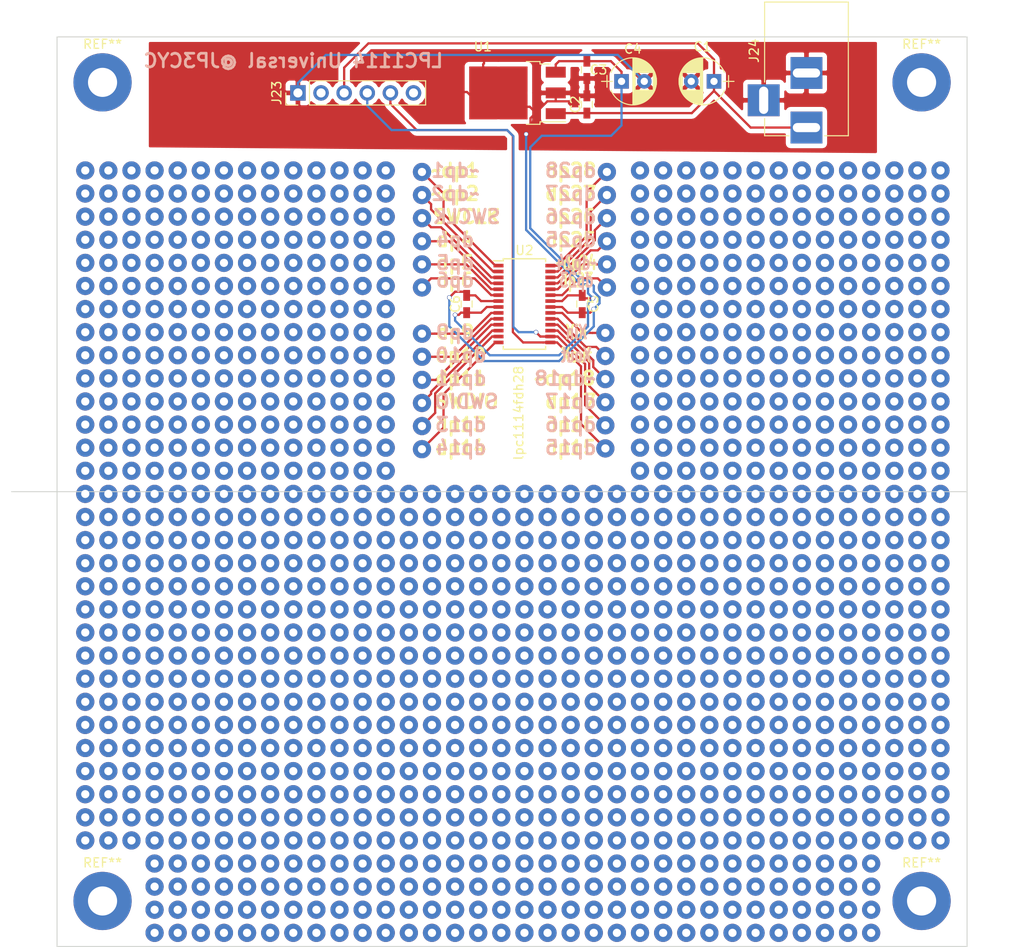
<source format=kicad_pcb>
(kicad_pcb (version 4) (host pcbnew 4.0.6)
  (layers (0 F.Cu signal) (31 B.Cu signal) (34 B.Paste user) (35 F.Paste user) (36 B.SilkS user) (37 F.SilkS user) (38 B.Mask user) (39 F.Mask user) (44 Edge.Cuts user))
  (net 0 "")
  (net 1 +5V)
  (net 2 GND)
  (net 3 +3V3)
  (net 4 "Net-(J1-Pad1)")
  (net 5 "Net-(J2-Pad1)")
  (net 6 "Net-(J3-Pad1)")
  (net 7 "Net-(J4-Pad1)")
  (net 8 "Net-(J5-Pad1)")
  (net 9 "Net-(J6-Pad1)")
  (net 10 "Net-(J7-Pad1)")
  (net 11 "Net-(J8-Pad1)")
  (net 12 "Net-(J9-Pad1)")
  (net 13 "Net-(J10-Pad1)")
  (net 14 "Net-(J11-Pad1)")
  (net 15 "Net-(J12-Pad1)")
  (net 16 "Net-(J13-Pad1)")
  (net 17 "Net-(J14-Pad1)")
  (net 18 "Net-(J15-Pad1)")
  (net 19 "Net-(J16-Pad1)")
  (net 20 "Net-(J17-Pad1)")
  (net 21 "Net-(J18-Pad1)")
  (net 22 "Net-(J19-Pad1)")
  (net 23 "Net-(J20-Pad1)")
  (net 24 "Net-(J21-Pad1)")
  (net 25 "Net-(J22-Pad1)")
  (net 26 "Net-(J25-Pad1)")
  (net 27 "Net-(J26-Pad1)")
  (module pad:universal (layer F.Cu) (at 143.51 125.095)
    (fp_text reference "" hide)
    (fp_text value "" hide)
    (pad 1 thru_hole circle (at 0 0) (size 2 2) (drill 0.9) (layers *.Cu *.Mask))
  )
  (module pad:universal (layer F.Cu) (at 146.05 125.095)
    (fp_text reference "" hide)
    (fp_text value "" hide)
    (pad 1 thru_hole circle (at 0 0) (size 2 2) (drill 0.9) (layers *.Cu *.Mask))
  )
  (module pad:universal (layer F.Cu) (at 138.43 125.095)
    (fp_text reference "" hide)
    (fp_text value "" hide)
    (pad 1 thru_hole circle (at 0 0) (size 2 2) (drill 0.9) (layers *.Cu *.Mask))
  )
  (module pad:universal (layer F.Cu) (at 135.89 125.095)
    (fp_text reference "" hide)
    (fp_text value "" hide)
    (pad 1 thru_hole circle (at 0 0) (size 2 2) (drill 0.9) (layers *.Cu *.Mask))
  )
  (module pad:universal (layer F.Cu) (at 133.35 125.095)
    (fp_text reference "" hide)
    (fp_text value "" hide)
    (pad 1 thru_hole circle (at 0 0) (size 2 2) (drill 0.9) (layers *.Cu *.Mask))
  )
  (module pad:universal (layer F.Cu) (at 140.97 125.095)
    (fp_text reference "" hide)
    (fp_text value "" hide)
    (pad 1 thru_hole circle (at 0 0) (size 2 2) (drill 0.9) (layers *.Cu *.Mask))
  )
  (module pad:universal (layer F.Cu) (at 128.27 125.095)
    (fp_text reference "" hide)
    (fp_text value "" hide)
    (pad 1 thru_hole circle (at 0 0) (size 2 2) (drill 0.9) (layers *.Cu *.Mask))
  )
  (module pad:universal (layer F.Cu) (at 130.81 125.095)
    (fp_text reference "" hide)
    (fp_text value "" hide)
    (pad 1 thru_hole circle (at 0 0) (size 2 2) (drill 0.9) (layers *.Cu *.Mask))
  )
  (module pad:universal (layer F.Cu) (at 125.73 125.095)
    (fp_text reference "" hide)
    (fp_text value "" hide)
    (pad 1 thru_hole circle (at 0 0) (size 2 2) (drill 0.9) (layers *.Cu *.Mask))
  )
  (module pad:universal (layer F.Cu) (at 123.19 125.095)
    (fp_text reference "" hide)
    (fp_text value "" hide)
    (pad 1 thru_hole circle (at 0 0) (size 2 2) (drill 0.9) (layers *.Cu *.Mask))
  )
  (module pad:universal (layer F.Cu) (at 138.43 127.635)
    (fp_text reference "" hide)
    (fp_text value "" hide)
    (pad 1 thru_hole circle (at 0 0) (size 2 2) (drill 0.9) (layers *.Cu *.Mask))
  )
  (module pad:universal (layer F.Cu) (at 138.43 132.715)
    (fp_text reference "" hide)
    (fp_text value "" hide)
    (pad 1 thru_hole circle (at 0 0) (size 2 2) (drill 0.9) (layers *.Cu *.Mask))
  )
  (module pad:universal (layer F.Cu) (at 138.43 130.175)
    (fp_text reference "" hide)
    (fp_text value "" hide)
    (pad 1 thru_hole circle (at 0 0) (size 2 2) (drill 0.9) (layers *.Cu *.Mask))
  )
  (module pad:universal (layer F.Cu) (at 140.97 130.175)
    (fp_text reference "" hide)
    (fp_text value "" hide)
    (pad 1 thru_hole circle (at 0 0) (size 2 2) (drill 0.9) (layers *.Cu *.Mask))
  )
  (module pad:universal (layer F.Cu) (at 140.97 132.715)
    (fp_text reference "" hide)
    (fp_text value "" hide)
    (pad 1 thru_hole circle (at 0 0) (size 2 2) (drill 0.9) (layers *.Cu *.Mask))
  )
  (module pad:universal (layer F.Cu) (at 140.97 127.635)
    (fp_text reference "" hide)
    (fp_text value "" hide)
    (pad 1 thru_hole circle (at 0 0) (size 2 2) (drill 0.9) (layers *.Cu *.Mask))
  )
  (module pad:universal (layer F.Cu) (at 135.89 127.635)
    (fp_text reference "" hide)
    (fp_text value "" hide)
    (pad 1 thru_hole circle (at 0 0) (size 2 2) (drill 0.9) (layers *.Cu *.Mask))
  )
  (module pad:universal (layer F.Cu) (at 133.35 132.715)
    (fp_text reference "" hide)
    (fp_text value "" hide)
    (pad 1 thru_hole circle (at 0 0) (size 2 2) (drill 0.9) (layers *.Cu *.Mask))
  )
  (module pad:universal (layer F.Cu) (at 133.35 130.175)
    (fp_text reference "" hide)
    (fp_text value "" hide)
    (pad 1 thru_hole circle (at 0 0) (size 2 2) (drill 0.9) (layers *.Cu *.Mask))
  )
  (module pad:universal (layer F.Cu) (at 135.89 130.175)
    (fp_text reference "" hide)
    (fp_text value "" hide)
    (pad 1 thru_hole circle (at 0 0) (size 2 2) (drill 0.9) (layers *.Cu *.Mask))
  )
  (module pad:universal (layer F.Cu) (at 135.89 132.715)
    (fp_text reference "" hide)
    (fp_text value "" hide)
    (pad 1 thru_hole circle (at 0 0) (size 2 2) (drill 0.9) (layers *.Cu *.Mask))
  )
  (module pad:universal (layer F.Cu) (at 133.35 127.635)
    (fp_text reference "" hide)
    (fp_text value "" hide)
    (pad 1 thru_hole circle (at 0 0) (size 2 2) (drill 0.9) (layers *.Cu *.Mask))
  )
  (module pad:universal (layer F.Cu) (at 128.27 127.635)
    (fp_text reference "" hide)
    (fp_text value "" hide)
    (pad 1 thru_hole circle (at 0 0) (size 2 2) (drill 0.9) (layers *.Cu *.Mask))
  )
  (module pad:universal (layer F.Cu) (at 130.81 130.175)
    (fp_text reference "" hide)
    (fp_text value "" hide)
    (pad 1 thru_hole circle (at 0 0) (size 2 2) (drill 0.9) (layers *.Cu *.Mask))
  )
  (module pad:universal (layer F.Cu) (at 130.81 132.715)
    (fp_text reference "" hide)
    (fp_text value "" hide)
    (pad 1 thru_hole circle (at 0 0) (size 2 2) (drill 0.9) (layers *.Cu *.Mask))
  )
  (module pad:universal (layer F.Cu) (at 128.27 130.175)
    (fp_text reference "" hide)
    (fp_text value "" hide)
    (pad 1 thru_hole circle (at 0 0) (size 2 2) (drill 0.9) (layers *.Cu *.Mask))
  )
  (module pad:universal (layer F.Cu) (at 130.81 127.635)
    (fp_text reference "" hide)
    (fp_text value "" hide)
    (pad 1 thru_hole circle (at 0 0) (size 2 2) (drill 0.9) (layers *.Cu *.Mask))
  )
  (module pad:universal (layer F.Cu) (at 123.19 127.635)
    (fp_text reference "" hide)
    (fp_text value "" hide)
    (pad 1 thru_hole circle (at 0 0) (size 2 2) (drill 0.9) (layers *.Cu *.Mask))
  )
  (module pad:universal (layer F.Cu) (at 125.73 127.635)
    (fp_text reference "" hide)
    (fp_text value "" hide)
    (pad 1 thru_hole circle (at 0 0) (size 2 2) (drill 0.9) (layers *.Cu *.Mask))
  )
  (module pad:universal (layer F.Cu) (at 125.73 130.175)
    (fp_text reference "" hide)
    (fp_text value "" hide)
    (pad 1 thru_hole circle (at 0 0) (size 2 2) (drill 0.9) (layers *.Cu *.Mask))
  )
  (module pad:universal (layer F.Cu) (at 123.19 132.715)
    (fp_text reference "" hide)
    (fp_text value "" hide)
    (pad 1 thru_hole circle (at 0 0) (size 2 2) (drill 0.9) (layers *.Cu *.Mask))
  )
  (module pad:universal (layer F.Cu) (at 125.73 132.715)
    (fp_text reference "" hide)
    (fp_text value "" hide)
    (pad 1 thru_hole circle (at 0 0) (size 2 2) (drill 0.9) (layers *.Cu *.Mask))
  )
  (module pad:universal (layer F.Cu) (at 128.27 132.715)
    (fp_text reference "" hide)
    (fp_text value "" hide)
    (pad 1 thru_hole circle (at 0 0) (size 2 2) (drill 0.9) (layers *.Cu *.Mask))
  )
  (module pad:universal (layer F.Cu) (at 123.19 130.175)
    (fp_text reference "" hide)
    (fp_text value "" hide)
    (pad 1 thru_hole circle (at 0 0) (size 2 2) (drill 0.9) (layers *.Cu *.Mask))
  )
  (module pad:universal (layer F.Cu) (at 123.19 135.255)
    (fp_text reference "" hide)
    (fp_text value "" hide)
    (pad 1 thru_hole circle (at 0 0) (size 2 2) (drill 0.9) (layers *.Cu *.Mask))
  )
  (module pad:universal (layer F.Cu) (at 123.19 137.795)
    (fp_text reference "" hide)
    (fp_text value "" hide)
    (pad 1 thru_hole circle (at 0 0) (size 2 2) (drill 0.9) (layers *.Cu *.Mask))
  )
  (module pad:universal (layer F.Cu) (at 123.19 140.335)
    (fp_text reference "" hide)
    (fp_text value "" hide)
    (pad 1 thru_hole circle (at 0 0) (size 2 2) (drill 0.9) (layers *.Cu *.Mask))
  )
  (module pad:universal (layer F.Cu) (at 125.73 135.255)
    (fp_text reference "" hide)
    (fp_text value "" hide)
    (pad 1 thru_hole circle (at 0 0) (size 2 2) (drill 0.9) (layers *.Cu *.Mask))
  )
  (module pad:universal (layer F.Cu) (at 128.27 135.255)
    (fp_text reference "" hide)
    (fp_text value "" hide)
    (pad 1 thru_hole circle (at 0 0) (size 2 2) (drill 0.9) (layers *.Cu *.Mask))
  )
  (module pad:universal (layer F.Cu) (at 128.27 137.795)
    (fp_text reference "" hide)
    (fp_text value "" hide)
    (pad 1 thru_hole circle (at 0 0) (size 2 2) (drill 0.9) (layers *.Cu *.Mask))
  )
  (module pad:universal (layer F.Cu) (at 130.81 137.795)
    (fp_text reference "" hide)
    (fp_text value "" hide)
    (pad 1 thru_hole circle (at 0 0) (size 2 2) (drill 0.9) (layers *.Cu *.Mask))
  )
  (module pad:universal (layer F.Cu) (at 130.81 135.255)
    (fp_text reference "" hide)
    (fp_text value "" hide)
    (pad 1 thru_hole circle (at 0 0) (size 2 2) (drill 0.9) (layers *.Cu *.Mask))
  )
  (module pad:universal (layer F.Cu) (at 128.27 140.335)
    (fp_text reference "" hide)
    (fp_text value "" hide)
    (pad 1 thru_hole circle (at 0 0) (size 2 2) (drill 0.9) (layers *.Cu *.Mask))
  )
  (module pad:universal (layer F.Cu) (at 146.05 127.635)
    (fp_text reference "" hide)
    (fp_text value "" hide)
    (pad 1 thru_hole circle (at 0 0) (size 2 2) (drill 0.9) (layers *.Cu *.Mask))
  )
  (module pad:universal (layer F.Cu) (at 143.51 127.635)
    (fp_text reference "" hide)
    (fp_text value "" hide)
    (pad 1 thru_hole circle (at 0 0) (size 2 2) (drill 0.9) (layers *.Cu *.Mask))
  )
  (module pad:universal (layer F.Cu) (at 146.05 130.175)
    (fp_text reference "" hide)
    (fp_text value "" hide)
    (pad 1 thru_hole circle (at 0 0) (size 2 2) (drill 0.9) (layers *.Cu *.Mask))
  )
  (module pad:universal (layer F.Cu) (at 143.51 130.175)
    (fp_text reference "" hide)
    (fp_text value "" hide)
    (pad 1 thru_hole circle (at 0 0) (size 2 2) (drill 0.9) (layers *.Cu *.Mask))
  )
  (module pad:universal (layer F.Cu) (at 143.51 132.715)
    (fp_text reference "" hide)
    (fp_text value "" hide)
    (pad 1 thru_hole circle (at 0 0) (size 2 2) (drill 0.9) (layers *.Cu *.Mask))
  )
  (module pad:universal (layer F.Cu) (at 146.05 132.715)
    (fp_text reference "" hide)
    (fp_text value "" hide)
    (pad 1 thru_hole circle (at 0 0) (size 2 2) (drill 0.9) (layers *.Cu *.Mask))
  )
  (module pad:universal (layer F.Cu) (at 146.05 137.795)
    (fp_text reference "" hide)
    (fp_text value "" hide)
    (pad 1 thru_hole circle (at 0 0) (size 2 2) (drill 0.9) (layers *.Cu *.Mask))
  )
  (module pad:universal (layer F.Cu) (at 146.05 135.255)
    (fp_text reference "" hide)
    (fp_text value "" hide)
    (pad 1 thru_hole circle (at 0 0) (size 2 2) (drill 0.9) (layers *.Cu *.Mask))
  )
  (module pad:universal (layer F.Cu) (at 146.05 140.335)
    (fp_text reference "" hide)
    (fp_text value "" hide)
    (pad 1 thru_hole circle (at 0 0) (size 2 2) (drill 0.9) (layers *.Cu *.Mask))
  )
  (module pad:universal (layer F.Cu) (at 135.89 137.795)
    (fp_text reference "" hide)
    (fp_text value "" hide)
    (pad 1 thru_hole circle (at 0 0) (size 2 2) (drill 0.9) (layers *.Cu *.Mask))
  )
  (module pad:universal (layer F.Cu) (at 133.35 135.255)
    (fp_text reference "" hide)
    (fp_text value "" hide)
    (pad 1 thru_hole circle (at 0 0) (size 2 2) (drill 0.9) (layers *.Cu *.Mask))
  )
  (module pad:universal (layer F.Cu) (at 133.35 140.335)
    (fp_text reference "" hide)
    (fp_text value "" hide)
    (pad 1 thru_hole circle (at 0 0) (size 2 2) (drill 0.9) (layers *.Cu *.Mask))
  )
  (module pad:universal (layer F.Cu) (at 135.89 140.335)
    (fp_text reference "" hide)
    (fp_text value "" hide)
    (pad 1 thru_hole circle (at 0 0) (size 2 2) (drill 0.9) (layers *.Cu *.Mask))
  )
  (module pad:universal (layer F.Cu) (at 135.89 135.255)
    (fp_text reference "" hide)
    (fp_text value "" hide)
    (pad 1 thru_hole circle (at 0 0) (size 2 2) (drill 0.9) (layers *.Cu *.Mask))
  )
  (module pad:universal (layer F.Cu) (at 133.35 137.795)
    (fp_text reference "" hide)
    (fp_text value "" hide)
    (pad 1 thru_hole circle (at 0 0) (size 2 2) (drill 0.9) (layers *.Cu *.Mask))
  )
  (module pad:universal (layer F.Cu) (at 143.51 137.795)
    (fp_text reference "" hide)
    (fp_text value "" hide)
    (pad 1 thru_hole circle (at 0 0) (size 2 2) (drill 0.9) (layers *.Cu *.Mask))
  )
  (module pad:universal (layer F.Cu) (at 138.43 137.795)
    (fp_text reference "" hide)
    (fp_text value "" hide)
    (pad 1 thru_hole circle (at 0 0) (size 2 2) (drill 0.9) (layers *.Cu *.Mask))
  )
  (module pad:universal (layer F.Cu) (at 140.97 135.255)
    (fp_text reference "" hide)
    (fp_text value "" hide)
    (pad 1 thru_hole circle (at 0 0) (size 2 2) (drill 0.9) (layers *.Cu *.Mask))
  )
  (module pad:universal (layer F.Cu) (at 140.97 137.795)
    (fp_text reference "" hide)
    (fp_text value "" hide)
    (pad 1 thru_hole circle (at 0 0) (size 2 2) (drill 0.9) (layers *.Cu *.Mask))
  )
  (module pad:universal (layer F.Cu) (at 143.51 135.255)
    (fp_text reference "" hide)
    (fp_text value "" hide)
    (pad 1 thru_hole circle (at 0 0) (size 2 2) (drill 0.9) (layers *.Cu *.Mask))
  )
  (module pad:universal (layer F.Cu) (at 138.43 135.255)
    (fp_text reference "" hide)
    (fp_text value "" hide)
    (pad 1 thru_hole circle (at 0 0) (size 2 2) (drill 0.9) (layers *.Cu *.Mask))
  )
  (module pad:universal (layer F.Cu) (at 143.51 140.335)
    (fp_text reference "" hide)
    (fp_text value "" hide)
    (pad 1 thru_hole circle (at 0 0) (size 2 2) (drill 0.9) (layers *.Cu *.Mask))
  )
  (module pad:universal (layer F.Cu) (at 140.97 140.335)
    (fp_text reference "" hide)
    (fp_text value "" hide)
    (pad 1 thru_hole circle (at 0 0) (size 2 2) (drill 0.9) (layers *.Cu *.Mask))
  )
  (module pad:universal (layer F.Cu) (at 138.43 140.335)
    (fp_text reference "" hide)
    (fp_text value "" hide)
    (pad 1 thru_hole circle (at 0 0) (size 2 2) (drill 0.9) (layers *.Cu *.Mask))
  )
  (module pad:universal (layer F.Cu) (at 125.73 137.795)
    (fp_text reference "" hide)
    (fp_text value "" hide)
    (pad 1 thru_hole circle (at 0 0) (size 2 2) (drill 0.9) (layers *.Cu *.Mask))
  )
  (module pad:universal (layer F.Cu) (at 125.73 140.335)
    (fp_text reference "" hide)
    (fp_text value "" hide)
    (pad 1 thru_hole circle (at 0 0) (size 2 2) (drill 0.9) (layers *.Cu *.Mask))
  )
  (module pad:universal (layer F.Cu) (at 130.81 140.335)
    (fp_text reference "" hide)
    (fp_text value "" hide)
    (pad 1 thru_hole circle (at 0 0) (size 2 2) (drill 0.9) (layers *.Cu *.Mask))
  )
  (module pad:universal (layer F.Cu) (at 151.13 89.535)
    (fp_text reference "" hide)
    (fp_text value "" hide)
    (pad 1 thru_hole circle (at 0 0) (size 2 2) (drill 0.9) (layers *.Cu *.Mask))
  )
  (module pad:universal (layer F.Cu) (at 153.67 89.535)
    (fp_text reference "" hide)
    (fp_text value "" hide)
    (pad 1 thru_hole circle (at 0 0) (size 2 2) (drill 0.9) (layers *.Cu *.Mask))
  )
  (module pad:universal (layer F.Cu) (at 161.29 89.535)
    (fp_text reference "" hide)
    (fp_text value "" hide)
    (pad 1 thru_hole circle (at 0 0) (size 2 2) (drill 0.9) (layers *.Cu *.Mask))
  )
  (module pad:universal (layer F.Cu) (at 156.21 89.535)
    (fp_text reference "" hide)
    (fp_text value "" hide)
    (pad 1 thru_hole circle (at 0 0) (size 2 2) (drill 0.9) (layers *.Cu *.Mask))
  )
  (module pad:universal (layer F.Cu) (at 158.75 89.535)
    (fp_text reference "" hide)
    (fp_text value "" hide)
    (pad 1 thru_hole circle (at 0 0) (size 2 2) (drill 0.9) (layers *.Cu *.Mask))
  )
  (module pad:universal (layer F.Cu) (at 148.59 89.535)
    (fp_text reference "" hide)
    (fp_text value "" hide)
    (pad 1 thru_hole circle (at 0 0) (size 2 2) (drill 0.9) (layers *.Cu *.Mask))
  )
  (module pad:universal (layer F.Cu) (at 156.21 92.075)
    (fp_text reference "" hide)
    (fp_text value "" hide)
    (pad 1 thru_hole circle (at 0 0) (size 2 2) (drill 0.9) (layers *.Cu *.Mask))
  )
  (module pad:universal (layer F.Cu) (at 151.13 92.075)
    (fp_text reference "" hide)
    (fp_text value "" hide)
    (pad 1 thru_hole circle (at 0 0) (size 2 2) (drill 0.9) (layers *.Cu *.Mask))
  )
  (module pad:universal (layer F.Cu) (at 153.67 92.075)
    (fp_text reference "" hide)
    (fp_text value "" hide)
    (pad 1 thru_hole circle (at 0 0) (size 2 2) (drill 0.9) (layers *.Cu *.Mask))
  )
  (module pad:universal (layer F.Cu) (at 148.59 92.075)
    (fp_text reference "" hide)
    (fp_text value "" hide)
    (pad 1 thru_hole circle (at 0 0) (size 2 2) (drill 0.9) (layers *.Cu *.Mask))
  )
  (module pad:universal (layer F.Cu) (at 158.75 92.075)
    (fp_text reference "" hide)
    (fp_text value "" hide)
    (pad 1 thru_hole circle (at 0 0) (size 2 2) (drill 0.9) (layers *.Cu *.Mask))
  )
  (module pad:universal (layer F.Cu) (at 161.29 92.075)
    (fp_text reference "" hide)
    (fp_text value "" hide)
    (pad 1 thru_hole circle (at 0 0) (size 2 2) (drill 0.9) (layers *.Cu *.Mask))
  )
  (module pad:universal (layer F.Cu) (at 168.91 92.075)
    (fp_text reference "" hide)
    (fp_text value "" hide)
    (pad 1 thru_hole circle (at 0 0) (size 2 2) (drill 0.9) (layers *.Cu *.Mask))
  )
  (module pad:universal (layer F.Cu) (at 171.45 92.075)
    (fp_text reference "" hide)
    (fp_text value "" hide)
    (pad 1 thru_hole circle (at 0 0) (size 2 2) (drill 0.9) (layers *.Cu *.Mask))
  )
  (module pad:universal (layer F.Cu) (at 166.37 89.535)
    (fp_text reference "" hide)
    (fp_text value "" hide)
    (pad 1 thru_hole circle (at 0 0) (size 2 2) (drill 0.9) (layers *.Cu *.Mask))
  )
  (module pad:universal (layer F.Cu) (at 163.83 89.535)
    (fp_text reference "" hide)
    (fp_text value "" hide)
    (pad 1 thru_hole circle (at 0 0) (size 2 2) (drill 0.9) (layers *.Cu *.Mask))
  )
  (module pad:universal (layer F.Cu) (at 166.37 92.075)
    (fp_text reference "" hide)
    (fp_text value "" hide)
    (pad 1 thru_hole circle (at 0 0) (size 2 2) (drill 0.9) (layers *.Cu *.Mask))
  )
  (module pad:universal (layer F.Cu) (at 163.83 92.075)
    (fp_text reference "" hide)
    (fp_text value "" hide)
    (pad 1 thru_hole circle (at 0 0) (size 2 2) (drill 0.9) (layers *.Cu *.Mask))
  )
  (module pad:universal (layer F.Cu) (at 179.07 92.075)
    (fp_text reference "" hide)
    (fp_text value "" hide)
    (pad 1 thru_hole circle (at 0 0) (size 2 2) (drill 0.9) (layers *.Cu *.Mask))
  )
  (module pad:universal (layer F.Cu) (at 181.61 92.075)
    (fp_text reference "" hide)
    (fp_text value "" hide)
    (pad 1 thru_hole circle (at 0 0) (size 2 2) (drill 0.9) (layers *.Cu *.Mask))
  )
  (module pad:universal (layer F.Cu) (at 176.53 92.075)
    (fp_text reference "" hide)
    (fp_text value "" hide)
    (pad 1 thru_hole circle (at 0 0) (size 2 2) (drill 0.9) (layers *.Cu *.Mask))
  )
  (module pad:universal (layer F.Cu) (at 173.99 92.075)
    (fp_text reference "" hide)
    (fp_text value "" hide)
    (pad 1 thru_hole circle (at 0 0) (size 2 2) (drill 0.9) (layers *.Cu *.Mask))
  )
  (module pad:universal (layer F.Cu) (at 168.91 89.535)
    (fp_text reference "" hide)
    (fp_text value "" hide)
    (pad 1 thru_hole circle (at 0 0) (size 2 2) (drill 0.9) (layers *.Cu *.Mask))
  )
  (module pad:universal (layer F.Cu) (at 179.07 89.535)
    (fp_text reference "" hide)
    (fp_text value "" hide)
    (pad 1 thru_hole circle (at 0 0) (size 2 2) (drill 0.9) (layers *.Cu *.Mask))
  )
  (module pad:universal (layer F.Cu) (at 181.61 89.535)
    (fp_text reference "" hide)
    (fp_text value "" hide)
    (pad 1 thru_hole circle (at 0 0) (size 2 2) (drill 0.9) (layers *.Cu *.Mask))
  )
  (module pad:universal (layer F.Cu) (at 171.45 89.535)
    (fp_text reference "" hide)
    (fp_text value "" hide)
    (pad 1 thru_hole circle (at 0 0) (size 2 2) (drill 0.9) (layers *.Cu *.Mask))
  )
  (module pad:universal (layer F.Cu) (at 173.99 89.535)
    (fp_text reference "" hide)
    (fp_text value "" hide)
    (pad 1 thru_hole circle (at 0 0) (size 2 2) (drill 0.9) (layers *.Cu *.Mask))
  )
  (module pad:universal (layer F.Cu) (at 176.53 89.535)
    (fp_text reference "" hide)
    (fp_text value "" hide)
    (pad 1 thru_hole circle (at 0 0) (size 2 2) (drill 0.9) (layers *.Cu *.Mask))
  )
  (module pad:universal (layer F.Cu) (at 97.79 92.075)
    (fp_text reference "" hide)
    (fp_text value "" hide)
    (pad 1 thru_hole circle (at 0 0) (size 2 2) (drill 0.9) (layers *.Cu *.Mask))
  )
  (module pad:universal (layer F.Cu) (at 87.63 89.535)
    (fp_text reference "" hide)
    (fp_text value "" hide)
    (pad 1 thru_hole circle (at 0 0) (size 2 2) (drill 0.9) (layers *.Cu *.Mask))
  )
  (module pad:universal (layer F.Cu) (at 90.17 89.535)
    (fp_text reference "" hide)
    (fp_text value "" hide)
    (pad 1 thru_hole circle (at 0 0) (size 2 2) (drill 0.9) (layers *.Cu *.Mask))
  )
  (module pad:universal (layer F.Cu) (at 92.71 89.535)
    (fp_text reference "" hide)
    (fp_text value "" hide)
    (pad 1 thru_hole circle (at 0 0) (size 2 2) (drill 0.9) (layers *.Cu *.Mask))
  )
  (module pad:universal (layer F.Cu) (at 95.25 92.075)
    (fp_text reference "" hide)
    (fp_text value "" hide)
    (pad 1 thru_hole circle (at 0 0) (size 2 2) (drill 0.9) (layers *.Cu *.Mask))
  )
  (module pad:universal (layer F.Cu) (at 95.25 89.535)
    (fp_text reference "" hide)
    (fp_text value "" hide)
    (pad 1 thru_hole circle (at 0 0) (size 2 2) (drill 0.9) (layers *.Cu *.Mask))
  )
  (module pad:universal (layer F.Cu) (at 100.33 89.535)
    (fp_text reference "" hide)
    (fp_text value "" hide)
    (pad 1 thru_hole circle (at 0 0) (size 2 2) (drill 0.9) (layers *.Cu *.Mask))
  )
  (module pad:universal (layer F.Cu) (at 97.79 89.535)
    (fp_text reference "" hide)
    (fp_text value "" hide)
    (pad 1 thru_hole circle (at 0 0) (size 2 2) (drill 0.9) (layers *.Cu *.Mask))
  )
  (module pad:universal (layer F.Cu) (at 100.33 92.075)
    (fp_text reference "" hide)
    (fp_text value "" hide)
    (pad 1 thru_hole circle (at 0 0) (size 2 2) (drill 0.9) (layers *.Cu *.Mask))
  )
  (module pad:universal (layer F.Cu) (at 92.71 92.075)
    (fp_text reference "" hide)
    (fp_text value "" hide)
    (pad 1 thru_hole circle (at 0 0) (size 2 2) (drill 0.9) (layers *.Cu *.Mask))
  )
  (module pad:universal (layer F.Cu) (at 87.63 92.075)
    (fp_text reference "" hide)
    (fp_text value "" hide)
    (pad 1 thru_hole circle (at 0 0) (size 2 2) (drill 0.9) (layers *.Cu *.Mask))
  )
  (module pad:universal (layer F.Cu) (at 90.17 92.075)
    (fp_text reference "" hide)
    (fp_text value "" hide)
    (pad 1 thru_hole circle (at 0 0) (size 2 2) (drill 0.9) (layers *.Cu *.Mask))
  )
  (module pad:universal (layer F.Cu) (at 110.49 89.535)
    (fp_text reference "" hide)
    (fp_text value "" hide)
    (pad 1 thru_hole circle (at 0 0) (size 2 2) (drill 0.9) (layers *.Cu *.Mask))
  )
  (module pad:universal (layer F.Cu) (at 110.49 92.075)
    (fp_text reference "" hide)
    (fp_text value "" hide)
    (pad 1 thru_hole circle (at 0 0) (size 2 2) (drill 0.9) (layers *.Cu *.Mask))
  )
  (module pad:universal (layer F.Cu) (at 107.95 89.535)
    (fp_text reference "" hide)
    (fp_text value "" hide)
    (pad 1 thru_hole circle (at 0 0) (size 2 2) (drill 0.9) (layers *.Cu *.Mask))
  )
  (module pad:universal (layer F.Cu) (at 107.95 92.075)
    (fp_text reference "" hide)
    (fp_text value "" hide)
    (pad 1 thru_hole circle (at 0 0) (size 2 2) (drill 0.9) (layers *.Cu *.Mask))
  )
  (module pad:universal (layer F.Cu) (at 118.11 92.075)
    (fp_text reference "" hide)
    (fp_text value "" hide)
    (pad 1 thru_hole circle (at 0 0) (size 2 2) (drill 0.9) (layers *.Cu *.Mask))
  )
  (module pad:universal (layer F.Cu) (at 120.65 92.075)
    (fp_text reference "" hide)
    (fp_text value "" hide)
    (pad 1 thru_hole circle (at 0 0) (size 2 2) (drill 0.9) (layers *.Cu *.Mask))
  )
  (module pad:universal (layer F.Cu) (at 120.65 89.535)
    (fp_text reference "" hide)
    (fp_text value "" hide)
    (pad 1 thru_hole circle (at 0 0) (size 2 2) (drill 0.9) (layers *.Cu *.Mask))
  )
  (module pad:universal (layer F.Cu) (at 118.11 89.535)
    (fp_text reference "" hide)
    (fp_text value "" hide)
    (pad 1 thru_hole circle (at 0 0) (size 2 2) (drill 0.9) (layers *.Cu *.Mask))
  )
  (module pad:universal (layer F.Cu) (at 102.87 92.075)
    (fp_text reference "" hide)
    (fp_text value "" hide)
    (pad 1 thru_hole circle (at 0 0) (size 2 2) (drill 0.9) (layers *.Cu *.Mask))
  )
  (module pad:universal (layer F.Cu) (at 102.87 89.535)
    (fp_text reference "" hide)
    (fp_text value "" hide)
    (pad 1 thru_hole circle (at 0 0) (size 2 2) (drill 0.9) (layers *.Cu *.Mask))
  )
  (module pad:universal (layer F.Cu) (at 105.41 92.075)
    (fp_text reference "" hide)
    (fp_text value "" hide)
    (pad 1 thru_hole circle (at 0 0) (size 2 2) (drill 0.9) (layers *.Cu *.Mask))
  )
  (module pad:universal (layer F.Cu) (at 105.41 89.535)
    (fp_text reference "" hide)
    (fp_text value "" hide)
    (pad 1 thru_hole circle (at 0 0) (size 2 2) (drill 0.9) (layers *.Cu *.Mask))
  )
  (module pad:universal (layer F.Cu) (at 113.03 89.535)
    (fp_text reference "" hide)
    (fp_text value "" hide)
    (pad 1 thru_hole circle (at 0 0) (size 2 2) (drill 0.9) (layers *.Cu *.Mask))
  )
  (module pad:universal (layer F.Cu) (at 113.03 92.075)
    (fp_text reference "" hide)
    (fp_text value "" hide)
    (pad 1 thru_hole circle (at 0 0) (size 2 2) (drill 0.9) (layers *.Cu *.Mask))
  )
  (module pad:universal (layer F.Cu) (at 115.57 92.075)
    (fp_text reference "" hide)
    (fp_text value "" hide)
    (pad 1 thru_hole circle (at 0 0) (size 2 2) (drill 0.9) (layers *.Cu *.Mask))
  )
  (module pad:universal (layer F.Cu) (at 115.57 89.535)
    (fp_text reference "" hide)
    (fp_text value "" hide)
    (pad 1 thru_hole circle (at 0 0) (size 2 2) (drill 0.9) (layers *.Cu *.Mask))
  )
  (module pad:universal (layer F.Cu) (at 168.91 168.275)
    (fp_text reference "" hide)
    (fp_text value "" hide)
    (pad 1 thru_hole circle (at 0 0) (size 2 2) (drill 0.9) (layers *.Cu *.Mask))
  )
  (module pad:universal (layer F.Cu) (at 166.37 168.275)
    (fp_text reference "" hide)
    (fp_text value "" hide)
    (pad 1 thru_hole circle (at 0 0) (size 2 2) (drill 0.9) (layers *.Cu *.Mask))
  )
  (module pad:universal (layer F.Cu) (at 168.91 170.815)
    (fp_text reference "" hide)
    (fp_text value "" hide)
    (pad 1 thru_hole circle (at 0 0) (size 2 2) (drill 0.9) (layers *.Cu *.Mask))
  )
  (module pad:universal (layer F.Cu) (at 166.37 170.815)
    (fp_text reference "" hide)
    (fp_text value "" hide)
    (pad 1 thru_hole circle (at 0 0) (size 2 2) (drill 0.9) (layers *.Cu *.Mask))
  )
  (module pad:universal (layer F.Cu) (at 168.91 173.355)
    (fp_text reference "" hide)
    (fp_text value "" hide)
    (pad 1 thru_hole circle (at 0 0) (size 2 2) (drill 0.9) (layers *.Cu *.Mask))
  )
  (module pad:universal (layer F.Cu) (at 166.37 173.355)
    (fp_text reference "" hide)
    (fp_text value "" hide)
    (pad 1 thru_hole circle (at 0 0) (size 2 2) (drill 0.9) (layers *.Cu *.Mask))
  )
  (module pad:universal (layer F.Cu) (at 173.99 173.355)
    (fp_text reference "" hide)
    (fp_text value "" hide)
    (pad 1 thru_hole circle (at 0 0) (size 2 2) (drill 0.9) (layers *.Cu *.Mask))
  )
  (module pad:universal (layer F.Cu) (at 171.45 170.815)
    (fp_text reference "" hide)
    (fp_text value "" hide)
    (pad 1 thru_hole circle (at 0 0) (size 2 2) (drill 0.9) (layers *.Cu *.Mask))
  )
  (module pad:universal (layer F.Cu) (at 171.45 173.355)
    (fp_text reference "" hide)
    (fp_text value "" hide)
    (pad 1 thru_hole circle (at 0 0) (size 2 2) (drill 0.9) (layers *.Cu *.Mask))
  )
  (module pad:universal (layer F.Cu) (at 171.45 168.275)
    (fp_text reference "" hide)
    (fp_text value "" hide)
    (pad 1 thru_hole circle (at 0 0) (size 2 2) (drill 0.9) (layers *.Cu *.Mask))
  )
  (module pad:universal (layer F.Cu) (at 173.99 170.815)
    (fp_text reference "" hide)
    (fp_text value "" hide)
    (pad 1 thru_hole circle (at 0 0) (size 2 2) (drill 0.9) (layers *.Cu *.Mask))
  )
  (module pad:universal (layer F.Cu) (at 173.99 168.275)
    (fp_text reference "" hide)
    (fp_text value "" hide)
    (pad 1 thru_hole circle (at 0 0) (size 2 2) (drill 0.9) (layers *.Cu *.Mask))
  )
  (module pad:universal (layer F.Cu) (at 146.05 168.275)
    (fp_text reference "" hide)
    (fp_text value "" hide)
    (pad 1 thru_hole circle (at 0 0) (size 2 2) (drill 0.9) (layers *.Cu *.Mask))
  )
  (module pad:universal (layer F.Cu) (at 146.05 173.355)
    (fp_text reference "" hide)
    (fp_text value "" hide)
    (pad 1 thru_hole circle (at 0 0) (size 2 2) (drill 0.9) (layers *.Cu *.Mask))
  )
  (module pad:universal (layer F.Cu) (at 148.59 173.355)
    (fp_text reference "" hide)
    (fp_text value "" hide)
    (pad 1 thru_hole circle (at 0 0) (size 2 2) (drill 0.9) (layers *.Cu *.Mask))
  )
  (module pad:universal (layer F.Cu) (at 146.05 170.815)
    (fp_text reference "" hide)
    (fp_text value "" hide)
    (pad 1 thru_hole circle (at 0 0) (size 2 2) (drill 0.9) (layers *.Cu *.Mask))
  )
  (module pad:universal (layer F.Cu) (at 143.51 173.355)
    (fp_text reference "" hide)
    (fp_text value "" hide)
    (pad 1 thru_hole circle (at 0 0) (size 2 2) (drill 0.9) (layers *.Cu *.Mask))
  )
  (module pad:universal (layer F.Cu) (at 148.59 168.275)
    (fp_text reference "" hide)
    (fp_text value "" hide)
    (pad 1 thru_hole circle (at 0 0) (size 2 2) (drill 0.9) (layers *.Cu *.Mask))
  )
  (module pad:universal (layer F.Cu) (at 148.59 170.815)
    (fp_text reference "" hide)
    (fp_text value "" hide)
    (pad 1 thru_hole circle (at 0 0) (size 2 2) (drill 0.9) (layers *.Cu *.Mask))
  )
  (module pad:universal (layer F.Cu) (at 133.35 173.355)
    (fp_text reference "" hide)
    (fp_text value "" hide)
    (pad 1 thru_hole circle (at 0 0) (size 2 2) (drill 0.9) (layers *.Cu *.Mask))
  )
  (module pad:universal (layer F.Cu) (at 135.89 168.275)
    (fp_text reference "" hide)
    (fp_text value "" hide)
    (pad 1 thru_hole circle (at 0 0) (size 2 2) (drill 0.9) (layers *.Cu *.Mask))
  )
  (module pad:universal (layer F.Cu) (at 133.35 170.815)
    (fp_text reference "" hide)
    (fp_text value "" hide)
    (pad 1 thru_hole circle (at 0 0) (size 2 2) (drill 0.9) (layers *.Cu *.Mask))
  )
  (module pad:universal (layer F.Cu) (at 135.89 170.815)
    (fp_text reference "" hide)
    (fp_text value "" hide)
    (pad 1 thru_hole circle (at 0 0) (size 2 2) (drill 0.9) (layers *.Cu *.Mask))
  )
  (module pad:universal (layer F.Cu) (at 138.43 173.355)
    (fp_text reference "" hide)
    (fp_text value "" hide)
    (pad 1 thru_hole circle (at 0 0) (size 2 2) (drill 0.9) (layers *.Cu *.Mask))
  )
  (module pad:universal (layer F.Cu) (at 133.35 168.275)
    (fp_text reference "" hide)
    (fp_text value "" hide)
    (pad 1 thru_hole circle (at 0 0) (size 2 2) (drill 0.9) (layers *.Cu *.Mask))
  )
  (module pad:universal (layer F.Cu) (at 138.43 170.815)
    (fp_text reference "" hide)
    (fp_text value "" hide)
    (pad 1 thru_hole circle (at 0 0) (size 2 2) (drill 0.9) (layers *.Cu *.Mask))
  )
  (module pad:universal (layer F.Cu) (at 135.89 173.355)
    (fp_text reference "" hide)
    (fp_text value "" hide)
    (pad 1 thru_hole circle (at 0 0) (size 2 2) (drill 0.9) (layers *.Cu *.Mask))
  )
  (module pad:universal (layer F.Cu) (at 138.43 168.275)
    (fp_text reference "" hide)
    (fp_text value "" hide)
    (pad 1 thru_hole circle (at 0 0) (size 2 2) (drill 0.9) (layers *.Cu *.Mask))
  )
  (module pad:universal (layer F.Cu) (at 140.97 173.355)
    (fp_text reference "" hide)
    (fp_text value "" hide)
    (pad 1 thru_hole circle (at 0 0) (size 2 2) (drill 0.9) (layers *.Cu *.Mask))
  )
  (module pad:universal (layer F.Cu) (at 140.97 168.275)
    (fp_text reference "" hide)
    (fp_text value "" hide)
    (pad 1 thru_hole circle (at 0 0) (size 2 2) (drill 0.9) (layers *.Cu *.Mask))
  )
  (module pad:universal (layer F.Cu) (at 143.51 168.275)
    (fp_text reference "" hide)
    (fp_text value "" hide)
    (pad 1 thru_hole circle (at 0 0) (size 2 2) (drill 0.9) (layers *.Cu *.Mask))
  )
  (module pad:universal (layer F.Cu) (at 143.51 170.815)
    (fp_text reference "" hide)
    (fp_text value "" hide)
    (pad 1 thru_hole circle (at 0 0) (size 2 2) (drill 0.9) (layers *.Cu *.Mask))
  )
  (module pad:universal (layer F.Cu) (at 140.97 170.815)
    (fp_text reference "" hide)
    (fp_text value "" hide)
    (pad 1 thru_hole circle (at 0 0) (size 2 2) (drill 0.9) (layers *.Cu *.Mask))
  )
  (module pad:universal (layer F.Cu) (at 158.75 170.815)
    (fp_text reference "" hide)
    (fp_text value "" hide)
    (pad 1 thru_hole circle (at 0 0) (size 2 2) (drill 0.9) (layers *.Cu *.Mask))
  )
  (module pad:universal (layer F.Cu) (at 161.29 168.275)
    (fp_text reference "" hide)
    (fp_text value "" hide)
    (pad 1 thru_hole circle (at 0 0) (size 2 2) (drill 0.9) (layers *.Cu *.Mask))
  )
  (module pad:universal (layer F.Cu) (at 158.75 173.355)
    (fp_text reference "" hide)
    (fp_text value "" hide)
    (pad 1 thru_hole circle (at 0 0) (size 2 2) (drill 0.9) (layers *.Cu *.Mask))
  )
  (module pad:universal (layer F.Cu) (at 158.75 168.275)
    (fp_text reference "" hide)
    (fp_text value "" hide)
    (pad 1 thru_hole circle (at 0 0) (size 2 2) (drill 0.9) (layers *.Cu *.Mask))
  )
  (module pad:universal (layer F.Cu) (at 151.13 173.355)
    (fp_text reference "" hide)
    (fp_text value "" hide)
    (pad 1 thru_hole circle (at 0 0) (size 2 2) (drill 0.9) (layers *.Cu *.Mask))
  )
  (module pad:universal (layer F.Cu) (at 156.21 173.355)
    (fp_text reference "" hide)
    (fp_text value "" hide)
    (pad 1 thru_hole circle (at 0 0) (size 2 2) (drill 0.9) (layers *.Cu *.Mask))
  )
  (module pad:universal (layer F.Cu) (at 153.67 170.815)
    (fp_text reference "" hide)
    (fp_text value "" hide)
    (pad 1 thru_hole circle (at 0 0) (size 2 2) (drill 0.9) (layers *.Cu *.Mask))
  )
  (module pad:universal (layer F.Cu) (at 151.13 170.815)
    (fp_text reference "" hide)
    (fp_text value "" hide)
    (pad 1 thru_hole circle (at 0 0) (size 2 2) (drill 0.9) (layers *.Cu *.Mask))
  )
  (module pad:universal (layer F.Cu) (at 153.67 173.355)
    (fp_text reference "" hide)
    (fp_text value "" hide)
    (pad 1 thru_hole circle (at 0 0) (size 2 2) (drill 0.9) (layers *.Cu *.Mask))
  )
  (module pad:universal (layer F.Cu) (at 156.21 170.815)
    (fp_text reference "" hide)
    (fp_text value "" hide)
    (pad 1 thru_hole circle (at 0 0) (size 2 2) (drill 0.9) (layers *.Cu *.Mask))
  )
  (module pad:universal (layer F.Cu) (at 151.13 168.275)
    (fp_text reference "" hide)
    (fp_text value "" hide)
    (pad 1 thru_hole circle (at 0 0) (size 2 2) (drill 0.9) (layers *.Cu *.Mask))
  )
  (module pad:universal (layer F.Cu) (at 156.21 168.275)
    (fp_text reference "" hide)
    (fp_text value "" hide)
    (pad 1 thru_hole circle (at 0 0) (size 2 2) (drill 0.9) (layers *.Cu *.Mask))
  )
  (module pad:universal (layer F.Cu) (at 153.67 168.275)
    (fp_text reference "" hide)
    (fp_text value "" hide)
    (pad 1 thru_hole circle (at 0 0) (size 2 2) (drill 0.9) (layers *.Cu *.Mask))
  )
  (module pad:universal (layer F.Cu) (at 163.83 173.355)
    (fp_text reference "" hide)
    (fp_text value "" hide)
    (pad 1 thru_hole circle (at 0 0) (size 2 2) (drill 0.9) (layers *.Cu *.Mask))
  )
  (module pad:universal (layer F.Cu) (at 161.29 173.355)
    (fp_text reference "" hide)
    (fp_text value "" hide)
    (pad 1 thru_hole circle (at 0 0) (size 2 2) (drill 0.9) (layers *.Cu *.Mask))
  )
  (module pad:universal (layer F.Cu) (at 163.83 170.815)
    (fp_text reference "" hide)
    (fp_text value "" hide)
    (pad 1 thru_hole circle (at 0 0) (size 2 2) (drill 0.9) (layers *.Cu *.Mask))
  )
  (module pad:universal (layer F.Cu) (at 161.29 170.815)
    (fp_text reference "" hide)
    (fp_text value "" hide)
    (pad 1 thru_hole circle (at 0 0) (size 2 2) (drill 0.9) (layers *.Cu *.Mask))
  )
  (module pad:universal (layer F.Cu) (at 163.83 168.275)
    (fp_text reference "" hide)
    (fp_text value "" hide)
    (pad 1 thru_hole circle (at 0 0) (size 2 2) (drill 0.9) (layers *.Cu *.Mask))
  )
  (module pad:universal (layer F.Cu) (at 95.25 168.275)
    (fp_text reference "" hide)
    (fp_text value "" hide)
    (pad 1 thru_hole circle (at 0 0) (size 2 2) (drill 0.9) (layers *.Cu *.Mask))
  )
  (module pad:universal (layer F.Cu) (at 97.79 168.275)
    (fp_text reference "" hide)
    (fp_text value "" hide)
    (pad 1 thru_hole circle (at 0 0) (size 2 2) (drill 0.9) (layers *.Cu *.Mask))
  )
  (module pad:universal (layer F.Cu) (at 95.25 170.815)
    (fp_text reference "" hide)
    (fp_text value "" hide)
    (pad 1 thru_hole circle (at 0 0) (size 2 2) (drill 0.9) (layers *.Cu *.Mask))
  )
  (module pad:universal (layer F.Cu) (at 97.79 170.815)
    (fp_text reference "" hide)
    (fp_text value "" hide)
    (pad 1 thru_hole circle (at 0 0) (size 2 2) (drill 0.9) (layers *.Cu *.Mask))
  )
  (module pad:universal (layer F.Cu) (at 97.79 173.355)
    (fp_text reference "" hide)
    (fp_text value "" hide)
    (pad 1 thru_hole circle (at 0 0) (size 2 2) (drill 0.9) (layers *.Cu *.Mask))
  )
  (module pad:universal (layer F.Cu) (at 95.25 173.355)
    (fp_text reference "" hide)
    (fp_text value "" hide)
    (pad 1 thru_hole circle (at 0 0) (size 2 2) (drill 0.9) (layers *.Cu *.Mask))
  )
  (module pad:universal (layer F.Cu) (at 113.03 173.355)
    (fp_text reference "" hide)
    (fp_text value "" hide)
    (pad 1 thru_hole circle (at 0 0) (size 2 2) (drill 0.9) (layers *.Cu *.Mask))
  )
  (module pad:universal (layer F.Cu) (at 113.03 170.815)
    (fp_text reference "" hide)
    (fp_text value "" hide)
    (pad 1 thru_hole circle (at 0 0) (size 2 2) (drill 0.9) (layers *.Cu *.Mask))
  )
  (module pad:universal (layer F.Cu) (at 115.57 170.815)
    (fp_text reference "" hide)
    (fp_text value "" hide)
    (pad 1 thru_hole circle (at 0 0) (size 2 2) (drill 0.9) (layers *.Cu *.Mask))
  )
  (module pad:universal (layer F.Cu) (at 115.57 173.355)
    (fp_text reference "" hide)
    (fp_text value "" hide)
    (pad 1 thru_hole circle (at 0 0) (size 2 2) (drill 0.9) (layers *.Cu *.Mask))
  )
  (module pad:universal (layer F.Cu) (at 115.57 168.275)
    (fp_text reference "" hide)
    (fp_text value "" hide)
    (pad 1 thru_hole circle (at 0 0) (size 2 2) (drill 0.9) (layers *.Cu *.Mask))
  )
  (module pad:universal (layer F.Cu) (at 113.03 168.275)
    (fp_text reference "" hide)
    (fp_text value "" hide)
    (pad 1 thru_hole circle (at 0 0) (size 2 2) (drill 0.9) (layers *.Cu *.Mask))
  )
  (module pad:universal (layer F.Cu) (at 110.49 168.275)
    (fp_text reference "" hide)
    (fp_text value "" hide)
    (pad 1 thru_hole circle (at 0 0) (size 2 2) (drill 0.9) (layers *.Cu *.Mask))
  )
  (module pad:universal (layer F.Cu) (at 107.95 168.275)
    (fp_text reference "" hide)
    (fp_text value "" hide)
    (pad 1 thru_hole circle (at 0 0) (size 2 2) (drill 0.9) (layers *.Cu *.Mask))
  )
  (module pad:universal (layer F.Cu) (at 105.41 168.275)
    (fp_text reference "" hide)
    (fp_text value "" hide)
    (pad 1 thru_hole circle (at 0 0) (size 2 2) (drill 0.9) (layers *.Cu *.Mask))
  )
  (module pad:universal (layer F.Cu) (at 110.49 170.815)
    (fp_text reference "" hide)
    (fp_text value "" hide)
    (pad 1 thru_hole circle (at 0 0) (size 2 2) (drill 0.9) (layers *.Cu *.Mask))
  )
  (module pad:universal (layer F.Cu) (at 105.41 173.355)
    (fp_text reference "" hide)
    (fp_text value "" hide)
    (pad 1 thru_hole circle (at 0 0) (size 2 2) (drill 0.9) (layers *.Cu *.Mask))
  )
  (module pad:universal (layer F.Cu) (at 105.41 170.815)
    (fp_text reference "" hide)
    (fp_text value "" hide)
    (pad 1 thru_hole circle (at 0 0) (size 2 2) (drill 0.9) (layers *.Cu *.Mask))
  )
  (module pad:universal (layer F.Cu) (at 110.49 173.355)
    (fp_text reference "" hide)
    (fp_text value "" hide)
    (pad 1 thru_hole circle (at 0 0) (size 2 2) (drill 0.9) (layers *.Cu *.Mask))
  )
  (module pad:universal (layer F.Cu) (at 107.95 173.355)
    (fp_text reference "" hide)
    (fp_text value "" hide)
    (pad 1 thru_hole circle (at 0 0) (size 2 2) (drill 0.9) (layers *.Cu *.Mask))
  )
  (module pad:universal (layer F.Cu) (at 107.95 170.815)
    (fp_text reference "" hide)
    (fp_text value "" hide)
    (pad 1 thru_hole circle (at 0 0) (size 2 2) (drill 0.9) (layers *.Cu *.Mask))
  )
  (module pad:universal (layer F.Cu) (at 102.87 173.355)
    (fp_text reference "" hide)
    (fp_text value "" hide)
    (pad 1 thru_hole circle (at 0 0) (size 2 2) (drill 0.9) (layers *.Cu *.Mask))
  )
  (module pad:universal (layer F.Cu) (at 100.33 170.815)
    (fp_text reference "" hide)
    (fp_text value "" hide)
    (pad 1 thru_hole circle (at 0 0) (size 2 2) (drill 0.9) (layers *.Cu *.Mask))
  )
  (module pad:universal (layer F.Cu) (at 102.87 170.815)
    (fp_text reference "" hide)
    (fp_text value "" hide)
    (pad 1 thru_hole circle (at 0 0) (size 2 2) (drill 0.9) (layers *.Cu *.Mask))
  )
  (module pad:universal (layer F.Cu) (at 100.33 173.355)
    (fp_text reference "" hide)
    (fp_text value "" hide)
    (pad 1 thru_hole circle (at 0 0) (size 2 2) (drill 0.9) (layers *.Cu *.Mask))
  )
  (module pad:universal (layer F.Cu) (at 100.33 168.275)
    (fp_text reference "" hide)
    (fp_text value "" hide)
    (pad 1 thru_hole circle (at 0 0) (size 2 2) (drill 0.9) (layers *.Cu *.Mask))
  )
  (module pad:universal (layer F.Cu) (at 102.87 168.275)
    (fp_text reference "" hide)
    (fp_text value "" hide)
    (pad 1 thru_hole circle (at 0 0) (size 2 2) (drill 0.9) (layers *.Cu *.Mask))
  )
  (module pad:universal (layer F.Cu) (at 118.11 170.815)
    (fp_text reference "" hide)
    (fp_text value "" hide)
    (pad 1 thru_hole circle (at 0 0) (size 2 2) (drill 0.9) (layers *.Cu *.Mask))
  )
  (module pad:universal (layer F.Cu) (at 120.65 170.815)
    (fp_text reference "" hide)
    (fp_text value "" hide)
    (pad 1 thru_hole circle (at 0 0) (size 2 2) (drill 0.9) (layers *.Cu *.Mask))
  )
  (module pad:universal (layer F.Cu) (at 118.11 173.355)
    (fp_text reference "" hide)
    (fp_text value "" hide)
    (pad 1 thru_hole circle (at 0 0) (size 2 2) (drill 0.9) (layers *.Cu *.Mask))
  )
  (module pad:universal (layer F.Cu) (at 123.19 173.355)
    (fp_text reference "" hide)
    (fp_text value "" hide)
    (pad 1 thru_hole circle (at 0 0) (size 2 2) (drill 0.9) (layers *.Cu *.Mask))
  )
  (module pad:universal (layer F.Cu) (at 120.65 173.355)
    (fp_text reference "" hide)
    (fp_text value "" hide)
    (pad 1 thru_hole circle (at 0 0) (size 2 2) (drill 0.9) (layers *.Cu *.Mask))
  )
  (module pad:universal (layer F.Cu) (at 130.81 170.815)
    (fp_text reference "" hide)
    (fp_text value "" hide)
    (pad 1 thru_hole circle (at 0 0) (size 2 2) (drill 0.9) (layers *.Cu *.Mask))
  )
  (module pad:universal (layer F.Cu) (at 130.81 173.355)
    (fp_text reference "" hide)
    (fp_text value "" hide)
    (pad 1 thru_hole circle (at 0 0) (size 2 2) (drill 0.9) (layers *.Cu *.Mask))
  )
  (module pad:universal (layer F.Cu) (at 125.73 170.815)
    (fp_text reference "" hide)
    (fp_text value "" hide)
    (pad 1 thru_hole circle (at 0 0) (size 2 2) (drill 0.9) (layers *.Cu *.Mask))
  )
  (module pad:universal (layer F.Cu) (at 128.27 173.355)
    (fp_text reference "" hide)
    (fp_text value "" hide)
    (pad 1 thru_hole circle (at 0 0) (size 2 2) (drill 0.9) (layers *.Cu *.Mask))
  )
  (module pad:universal (layer F.Cu) (at 128.27 170.815)
    (fp_text reference "" hide)
    (fp_text value "" hide)
    (pad 1 thru_hole circle (at 0 0) (size 2 2) (drill 0.9) (layers *.Cu *.Mask))
  )
  (module pad:universal (layer F.Cu) (at 125.73 173.355)
    (fp_text reference "" hide)
    (fp_text value "" hide)
    (pad 1 thru_hole circle (at 0 0) (size 2 2) (drill 0.9) (layers *.Cu *.Mask))
  )
  (module pad:universal (layer F.Cu) (at 118.11 168.275)
    (fp_text reference "" hide)
    (fp_text value "" hide)
    (pad 1 thru_hole circle (at 0 0) (size 2 2) (drill 0.9) (layers *.Cu *.Mask))
  )
  (module pad:universal (layer F.Cu) (at 120.65 168.275)
    (fp_text reference "" hide)
    (fp_text value "" hide)
    (pad 1 thru_hole circle (at 0 0) (size 2 2) (drill 0.9) (layers *.Cu *.Mask))
  )
  (module pad:universal (layer F.Cu) (at 123.19 168.275)
    (fp_text reference "" hide)
    (fp_text value "" hide)
    (pad 1 thru_hole circle (at 0 0) (size 2 2) (drill 0.9) (layers *.Cu *.Mask))
  )
  (module pad:universal (layer F.Cu) (at 123.19 170.815)
    (fp_text reference "" hide)
    (fp_text value "" hide)
    (pad 1 thru_hole circle (at 0 0) (size 2 2) (drill 0.9) (layers *.Cu *.Mask))
  )
  (module pad:universal (layer F.Cu) (at 130.81 168.275)
    (fp_text reference "" hide)
    (fp_text value "" hide)
    (pad 1 thru_hole circle (at 0 0) (size 2 2) (drill 0.9) (layers *.Cu *.Mask))
  )
  (module pad:universal (layer F.Cu) (at 125.73 168.275)
    (fp_text reference "" hide)
    (fp_text value "" hide)
    (pad 1 thru_hole circle (at 0 0) (size 2 2) (drill 0.9) (layers *.Cu *.Mask))
  )
  (module pad:universal (layer F.Cu) (at 128.27 168.275)
    (fp_text reference "" hide)
    (fp_text value "" hide)
    (pad 1 thru_hole circle (at 0 0) (size 2 2) (drill 0.9) (layers *.Cu *.Mask))
  )
  (module pad:universal (layer F.Cu) (at 97.79 158.115)
    (fp_text reference "" hide)
    (fp_text value "" hide)
    (pad 1 thru_hole circle (at 0 0) (size 2 2) (drill 0.9) (layers *.Cu *.Mask))
  )
  (module pad:universal (layer F.Cu) (at 95.25 158.115)
    (fp_text reference "" hide)
    (fp_text value "" hide)
    (pad 1 thru_hole circle (at 0 0) (size 2 2) (drill 0.9) (layers *.Cu *.Mask))
  )
  (module pad:universal (layer F.Cu) (at 95.25 160.655)
    (fp_text reference "" hide)
    (fp_text value "" hide)
    (pad 1 thru_hole circle (at 0 0) (size 2 2) (drill 0.9) (layers *.Cu *.Mask))
  )
  (module pad:universal (layer F.Cu) (at 97.79 160.655)
    (fp_text reference "" hide)
    (fp_text value "" hide)
    (pad 1 thru_hole circle (at 0 0) (size 2 2) (drill 0.9) (layers *.Cu *.Mask))
  )
  (module pad:universal (layer F.Cu) (at 90.17 160.655)
    (fp_text reference "" hide)
    (fp_text value "" hide)
    (pad 1 thru_hole circle (at 0 0) (size 2 2) (drill 0.9) (layers *.Cu *.Mask))
  )
  (module pad:universal (layer F.Cu) (at 92.71 160.655)
    (fp_text reference "" hide)
    (fp_text value "" hide)
    (pad 1 thru_hole circle (at 0 0) (size 2 2) (drill 0.9) (layers *.Cu *.Mask))
  )
  (module pad:universal (layer F.Cu) (at 87.63 158.115)
    (fp_text reference "" hide)
    (fp_text value "" hide)
    (pad 1 thru_hole circle (at 0 0) (size 2 2) (drill 0.9) (layers *.Cu *.Mask))
  )
  (module pad:universal (layer F.Cu) (at 87.63 160.655)
    (fp_text reference "" hide)
    (fp_text value "" hide)
    (pad 1 thru_hole circle (at 0 0) (size 2 2) (drill 0.9) (layers *.Cu *.Mask))
  )
  (module pad:universal (layer F.Cu) (at 90.17 158.115)
    (fp_text reference "" hide)
    (fp_text value "" hide)
    (pad 1 thru_hole circle (at 0 0) (size 2 2) (drill 0.9) (layers *.Cu *.Mask))
  )
  (module pad:universal (layer F.Cu) (at 92.71 158.115)
    (fp_text reference "" hide)
    (fp_text value "" hide)
    (pad 1 thru_hole circle (at 0 0) (size 2 2) (drill 0.9) (layers *.Cu *.Mask))
  )
  (module pad:universal (layer F.Cu) (at 92.71 163.195)
    (fp_text reference "" hide)
    (fp_text value "" hide)
    (pad 1 thru_hole circle (at 0 0) (size 2 2) (drill 0.9) (layers *.Cu *.Mask))
  )
  (module pad:universal (layer F.Cu) (at 87.63 163.195)
    (fp_text reference "" hide)
    (fp_text value "" hide)
    (pad 1 thru_hole circle (at 0 0) (size 2 2) (drill 0.9) (layers *.Cu *.Mask))
  )
  (module pad:universal (layer F.Cu) (at 90.17 163.195)
    (fp_text reference "" hide)
    (fp_text value "" hide)
    (pad 1 thru_hole circle (at 0 0) (size 2 2) (drill 0.9) (layers *.Cu *.Mask))
  )
  (module pad:universal (layer F.Cu) (at 95.25 163.195)
    (fp_text reference "" hide)
    (fp_text value "" hide)
    (pad 1 thru_hole circle (at 0 0) (size 2 2) (drill 0.9) (layers *.Cu *.Mask))
  )
  (module pad:universal (layer F.Cu) (at 95.25 165.735)
    (fp_text reference "" hide)
    (fp_text value "" hide)
    (pad 1 thru_hole circle (at 0 0) (size 2 2) (drill 0.9) (layers *.Cu *.Mask))
  )
  (module pad:universal (layer F.Cu) (at 97.79 163.195)
    (fp_text reference "" hide)
    (fp_text value "" hide)
    (pad 1 thru_hole circle (at 0 0) (size 2 2) (drill 0.9) (layers *.Cu *.Mask))
  )
  (module pad:universal (layer F.Cu) (at 97.79 165.735)
    (fp_text reference "" hide)
    (fp_text value "" hide)
    (pad 1 thru_hole circle (at 0 0) (size 2 2) (drill 0.9) (layers *.Cu *.Mask))
  )
  (module pad:universal (layer F.Cu) (at 115.57 160.655)
    (fp_text reference "" hide)
    (fp_text value "" hide)
    (pad 1 thru_hole circle (at 0 0) (size 2 2) (drill 0.9) (layers *.Cu *.Mask))
  )
  (module pad:universal (layer F.Cu) (at 115.57 158.115)
    (fp_text reference "" hide)
    (fp_text value "" hide)
    (pad 1 thru_hole circle (at 0 0) (size 2 2) (drill 0.9) (layers *.Cu *.Mask))
  )
  (module pad:universal (layer F.Cu) (at 118.11 158.115)
    (fp_text reference "" hide)
    (fp_text value "" hide)
    (pad 1 thru_hole circle (at 0 0) (size 2 2) (drill 0.9) (layers *.Cu *.Mask))
  )
  (module pad:universal (layer F.Cu) (at 118.11 160.655)
    (fp_text reference "" hide)
    (fp_text value "" hide)
    (pad 1 thru_hole circle (at 0 0) (size 2 2) (drill 0.9) (layers *.Cu *.Mask))
  )
  (module pad:universal (layer F.Cu) (at 115.57 165.735)
    (fp_text reference "" hide)
    (fp_text value "" hide)
    (pad 1 thru_hole circle (at 0 0) (size 2 2) (drill 0.9) (layers *.Cu *.Mask))
  )
  (module pad:universal (layer F.Cu) (at 118.11 165.735)
    (fp_text reference "" hide)
    (fp_text value "" hide)
    (pad 1 thru_hole circle (at 0 0) (size 2 2) (drill 0.9) (layers *.Cu *.Mask))
  )
  (module pad:universal (layer F.Cu) (at 115.57 163.195)
    (fp_text reference "" hide)
    (fp_text value "" hide)
    (pad 1 thru_hole circle (at 0 0) (size 2 2) (drill 0.9) (layers *.Cu *.Mask))
  )
  (module pad:universal (layer F.Cu) (at 118.11 163.195)
    (fp_text reference "" hide)
    (fp_text value "" hide)
    (pad 1 thru_hole circle (at 0 0) (size 2 2) (drill 0.9) (layers *.Cu *.Mask))
  )
  (module pad:universal (layer F.Cu) (at 113.03 165.735)
    (fp_text reference "" hide)
    (fp_text value "" hide)
    (pad 1 thru_hole circle (at 0 0) (size 2 2) (drill 0.9) (layers *.Cu *.Mask))
  )
  (module pad:universal (layer F.Cu) (at 113.03 163.195)
    (fp_text reference "" hide)
    (fp_text value "" hide)
    (pad 1 thru_hole circle (at 0 0) (size 2 2) (drill 0.9) (layers *.Cu *.Mask))
  )
  (module pad:universal (layer F.Cu) (at 113.03 160.655)
    (fp_text reference "" hide)
    (fp_text value "" hide)
    (pad 1 thru_hole circle (at 0 0) (size 2 2) (drill 0.9) (layers *.Cu *.Mask))
  )
  (module pad:universal (layer F.Cu) (at 110.49 158.115)
    (fp_text reference "" hide)
    (fp_text value "" hide)
    (pad 1 thru_hole circle (at 0 0) (size 2 2) (drill 0.9) (layers *.Cu *.Mask))
  )
  (module pad:universal (layer F.Cu) (at 113.03 158.115)
    (fp_text reference "" hide)
    (fp_text value "" hide)
    (pad 1 thru_hole circle (at 0 0) (size 2 2) (drill 0.9) (layers *.Cu *.Mask))
  )
  (module pad:universal (layer F.Cu) (at 110.49 160.655)
    (fp_text reference "" hide)
    (fp_text value "" hide)
    (pad 1 thru_hole circle (at 0 0) (size 2 2) (drill 0.9) (layers *.Cu *.Mask))
  )
  (module pad:universal (layer F.Cu) (at 107.95 163.195)
    (fp_text reference "" hide)
    (fp_text value "" hide)
    (pad 1 thru_hole circle (at 0 0) (size 2 2) (drill 0.9) (layers *.Cu *.Mask))
  )
  (module pad:universal (layer F.Cu) (at 110.49 165.735)
    (fp_text reference "" hide)
    (fp_text value "" hide)
    (pad 1 thru_hole circle (at 0 0) (size 2 2) (drill 0.9) (layers *.Cu *.Mask))
  )
  (module pad:universal (layer F.Cu) (at 110.49 163.195)
    (fp_text reference "" hide)
    (fp_text value "" hide)
    (pad 1 thru_hole circle (at 0 0) (size 2 2) (drill 0.9) (layers *.Cu *.Mask))
  )
  (module pad:universal (layer F.Cu) (at 105.41 165.735)
    (fp_text reference "" hide)
    (fp_text value "" hide)
    (pad 1 thru_hole circle (at 0 0) (size 2 2) (drill 0.9) (layers *.Cu *.Mask))
  )
  (module pad:universal (layer F.Cu) (at 105.41 163.195)
    (fp_text reference "" hide)
    (fp_text value "" hide)
    (pad 1 thru_hole circle (at 0 0) (size 2 2) (drill 0.9) (layers *.Cu *.Mask))
  )
  (module pad:universal (layer F.Cu) (at 102.87 165.735)
    (fp_text reference "" hide)
    (fp_text value "" hide)
    (pad 1 thru_hole circle (at 0 0) (size 2 2) (drill 0.9) (layers *.Cu *.Mask))
  )
  (module pad:universal (layer F.Cu) (at 107.95 165.735)
    (fp_text reference "" hide)
    (fp_text value "" hide)
    (pad 1 thru_hole circle (at 0 0) (size 2 2) (drill 0.9) (layers *.Cu *.Mask))
  )
  (module pad:universal (layer F.Cu) (at 100.33 163.195)
    (fp_text reference "" hide)
    (fp_text value "" hide)
    (pad 1 thru_hole circle (at 0 0) (size 2 2) (drill 0.9) (layers *.Cu *.Mask))
  )
  (module pad:universal (layer F.Cu) (at 100.33 165.735)
    (fp_text reference "" hide)
    (fp_text value "" hide)
    (pad 1 thru_hole circle (at 0 0) (size 2 2) (drill 0.9) (layers *.Cu *.Mask))
  )
  (module pad:universal (layer F.Cu) (at 102.87 163.195)
    (fp_text reference "" hide)
    (fp_text value "" hide)
    (pad 1 thru_hole circle (at 0 0) (size 2 2) (drill 0.9) (layers *.Cu *.Mask))
  )
  (module pad:universal (layer F.Cu) (at 100.33 160.655)
    (fp_text reference "" hide)
    (fp_text value "" hide)
    (pad 1 thru_hole circle (at 0 0) (size 2 2) (drill 0.9) (layers *.Cu *.Mask))
  )
  (module pad:universal (layer F.Cu) (at 100.33 158.115)
    (fp_text reference "" hide)
    (fp_text value "" hide)
    (pad 1 thru_hole circle (at 0 0) (size 2 2) (drill 0.9) (layers *.Cu *.Mask))
  )
  (module pad:universal (layer F.Cu) (at 102.87 158.115)
    (fp_text reference "" hide)
    (fp_text value "" hide)
    (pad 1 thru_hole circle (at 0 0) (size 2 2) (drill 0.9) (layers *.Cu *.Mask))
  )
  (module pad:universal (layer F.Cu) (at 102.87 160.655)
    (fp_text reference "" hide)
    (fp_text value "" hide)
    (pad 1 thru_hole circle (at 0 0) (size 2 2) (drill 0.9) (layers *.Cu *.Mask))
  )
  (module pad:universal (layer F.Cu) (at 105.41 158.115)
    (fp_text reference "" hide)
    (fp_text value "" hide)
    (pad 1 thru_hole circle (at 0 0) (size 2 2) (drill 0.9) (layers *.Cu *.Mask))
  )
  (module pad:universal (layer F.Cu) (at 107.95 160.655)
    (fp_text reference "" hide)
    (fp_text value "" hide)
    (pad 1 thru_hole circle (at 0 0) (size 2 2) (drill 0.9) (layers *.Cu *.Mask))
  )
  (module pad:universal (layer F.Cu) (at 105.41 160.655)
    (fp_text reference "" hide)
    (fp_text value "" hide)
    (pad 1 thru_hole circle (at 0 0) (size 2 2) (drill 0.9) (layers *.Cu *.Mask))
  )
  (module pad:universal (layer F.Cu) (at 107.95 158.115)
    (fp_text reference "" hide)
    (fp_text value "" hide)
    (pad 1 thru_hole circle (at 0 0) (size 2 2) (drill 0.9) (layers *.Cu *.Mask))
  )
  (module pad:universal (layer F.Cu) (at 133.35 165.735)
    (fp_text reference "" hide)
    (fp_text value "" hide)
    (pad 1 thru_hole circle (at 0 0) (size 2 2) (drill 0.9) (layers *.Cu *.Mask))
  )
  (module pad:universal (layer F.Cu) (at 133.35 160.655)
    (fp_text reference "" hide)
    (fp_text value "" hide)
    (pad 1 thru_hole circle (at 0 0) (size 2 2) (drill 0.9) (layers *.Cu *.Mask))
  )
  (module pad:universal (layer F.Cu) (at 133.35 163.195)
    (fp_text reference "" hide)
    (fp_text value "" hide)
    (pad 1 thru_hole circle (at 0 0) (size 2 2) (drill 0.9) (layers *.Cu *.Mask))
  )
  (module pad:universal (layer F.Cu) (at 130.81 163.195)
    (fp_text reference "" hide)
    (fp_text value "" hide)
    (pad 1 thru_hole circle (at 0 0) (size 2 2) (drill 0.9) (layers *.Cu *.Mask))
  )
  (module pad:universal (layer F.Cu) (at 130.81 160.655)
    (fp_text reference "" hide)
    (fp_text value "" hide)
    (pad 1 thru_hole circle (at 0 0) (size 2 2) (drill 0.9) (layers *.Cu *.Mask))
  )
  (module pad:universal (layer F.Cu) (at 128.27 160.655)
    (fp_text reference "" hide)
    (fp_text value "" hide)
    (pad 1 thru_hole circle (at 0 0) (size 2 2) (drill 0.9) (layers *.Cu *.Mask))
  )
  (module pad:universal (layer F.Cu) (at 125.73 163.195)
    (fp_text reference "" hide)
    (fp_text value "" hide)
    (pad 1 thru_hole circle (at 0 0) (size 2 2) (drill 0.9) (layers *.Cu *.Mask))
  )
  (module pad:universal (layer F.Cu) (at 125.73 160.655)
    (fp_text reference "" hide)
    (fp_text value "" hide)
    (pad 1 thru_hole circle (at 0 0) (size 2 2) (drill 0.9) (layers *.Cu *.Mask))
  )
  (module pad:universal (layer F.Cu) (at 123.19 160.655)
    (fp_text reference "" hide)
    (fp_text value "" hide)
    (pad 1 thru_hole circle (at 0 0) (size 2 2) (drill 0.9) (layers *.Cu *.Mask))
  )
  (module pad:universal (layer F.Cu) (at 120.65 160.655)
    (fp_text reference "" hide)
    (fp_text value "" hide)
    (pad 1 thru_hole circle (at 0 0) (size 2 2) (drill 0.9) (layers *.Cu *.Mask))
  )
  (module pad:universal (layer F.Cu) (at 130.81 158.115)
    (fp_text reference "" hide)
    (fp_text value "" hide)
    (pad 1 thru_hole circle (at 0 0) (size 2 2) (drill 0.9) (layers *.Cu *.Mask))
  )
  (module pad:universal (layer F.Cu) (at 128.27 158.115)
    (fp_text reference "" hide)
    (fp_text value "" hide)
    (pad 1 thru_hole circle (at 0 0) (size 2 2) (drill 0.9) (layers *.Cu *.Mask))
  )
  (module pad:universal (layer F.Cu) (at 120.65 158.115)
    (fp_text reference "" hide)
    (fp_text value "" hide)
    (pad 1 thru_hole circle (at 0 0) (size 2 2) (drill 0.9) (layers *.Cu *.Mask))
  )
  (module pad:universal (layer F.Cu) (at 125.73 158.115)
    (fp_text reference "" hide)
    (fp_text value "" hide)
    (pad 1 thru_hole circle (at 0 0) (size 2 2) (drill 0.9) (layers *.Cu *.Mask))
  )
  (module pad:universal (layer F.Cu) (at 123.19 158.115)
    (fp_text reference "" hide)
    (fp_text value "" hide)
    (pad 1 thru_hole circle (at 0 0) (size 2 2) (drill 0.9) (layers *.Cu *.Mask))
  )
  (module pad:universal (layer F.Cu) (at 120.65 163.195)
    (fp_text reference "" hide)
    (fp_text value "" hide)
    (pad 1 thru_hole circle (at 0 0) (size 2 2) (drill 0.9) (layers *.Cu *.Mask))
  )
  (module pad:universal (layer F.Cu) (at 123.19 163.195)
    (fp_text reference "" hide)
    (fp_text value "" hide)
    (pad 1 thru_hole circle (at 0 0) (size 2 2) (drill 0.9) (layers *.Cu *.Mask))
  )
  (module pad:universal (layer F.Cu) (at 120.65 165.735)
    (fp_text reference "" hide)
    (fp_text value "" hide)
    (pad 1 thru_hole circle (at 0 0) (size 2 2) (drill 0.9) (layers *.Cu *.Mask))
  )
  (module pad:universal (layer F.Cu) (at 123.19 165.735)
    (fp_text reference "" hide)
    (fp_text value "" hide)
    (pad 1 thru_hole circle (at 0 0) (size 2 2) (drill 0.9) (layers *.Cu *.Mask))
  )
  (module pad:universal (layer F.Cu) (at 130.81 165.735)
    (fp_text reference "" hide)
    (fp_text value "" hide)
    (pad 1 thru_hole circle (at 0 0) (size 2 2) (drill 0.9) (layers *.Cu *.Mask))
  )
  (module pad:universal (layer F.Cu) (at 125.73 165.735)
    (fp_text reference "" hide)
    (fp_text value "" hide)
    (pad 1 thru_hole circle (at 0 0) (size 2 2) (drill 0.9) (layers *.Cu *.Mask))
  )
  (module pad:universal (layer F.Cu) (at 128.27 163.195)
    (fp_text reference "" hide)
    (fp_text value "" hide)
    (pad 1 thru_hole circle (at 0 0) (size 2 2) (drill 0.9) (layers *.Cu *.Mask))
  )
  (module pad:universal (layer F.Cu) (at 128.27 165.735)
    (fp_text reference "" hide)
    (fp_text value "" hide)
    (pad 1 thru_hole circle (at 0 0) (size 2 2) (drill 0.9) (layers *.Cu *.Mask))
  )
  (module pad:universal (layer F.Cu) (at 173.99 165.735)
    (fp_text reference "" hide)
    (fp_text value "" hide)
    (pad 1 thru_hole circle (at 0 0) (size 2 2) (drill 0.9) (layers *.Cu *.Mask))
  )
  (module pad:universal (layer F.Cu) (at 171.45 163.195)
    (fp_text reference "" hide)
    (fp_text value "" hide)
    (pad 1 thru_hole circle (at 0 0) (size 2 2) (drill 0.9) (layers *.Cu *.Mask))
  )
  (module pad:universal (layer F.Cu) (at 171.45 165.735)
    (fp_text reference "" hide)
    (fp_text value "" hide)
    (pad 1 thru_hole circle (at 0 0) (size 2 2) (drill 0.9) (layers *.Cu *.Mask))
  )
  (module pad:universal (layer F.Cu) (at 171.45 160.655)
    (fp_text reference "" hide)
    (fp_text value "" hide)
    (pad 1 thru_hole circle (at 0 0) (size 2 2) (drill 0.9) (layers *.Cu *.Mask))
  )
  (module pad:universal (layer F.Cu) (at 168.91 160.655)
    (fp_text reference "" hide)
    (fp_text value "" hide)
    (pad 1 thru_hole circle (at 0 0) (size 2 2) (drill 0.9) (layers *.Cu *.Mask))
  )
  (module pad:universal (layer F.Cu) (at 176.53 158.115)
    (fp_text reference "" hide)
    (fp_text value "" hide)
    (pad 1 thru_hole circle (at 0 0) (size 2 2) (drill 0.9) (layers *.Cu *.Mask))
  )
  (module pad:universal (layer F.Cu) (at 173.99 158.115)
    (fp_text reference "" hide)
    (fp_text value "" hide)
    (pad 1 thru_hole circle (at 0 0) (size 2 2) (drill 0.9) (layers *.Cu *.Mask))
  )
  (module pad:universal (layer F.Cu) (at 166.37 165.735)
    (fp_text reference "" hide)
    (fp_text value "" hide)
    (pad 1 thru_hole circle (at 0 0) (size 2 2) (drill 0.9) (layers *.Cu *.Mask))
  )
  (module pad:universal (layer F.Cu) (at 168.91 163.195)
    (fp_text reference "" hide)
    (fp_text value "" hide)
    (pad 1 thru_hole circle (at 0 0) (size 2 2) (drill 0.9) (layers *.Cu *.Mask))
  )
  (module pad:universal (layer F.Cu) (at 166.37 160.655)
    (fp_text reference "" hide)
    (fp_text value "" hide)
    (pad 1 thru_hole circle (at 0 0) (size 2 2) (drill 0.9) (layers *.Cu *.Mask))
  )
  (module pad:universal (layer F.Cu) (at 166.37 163.195)
    (fp_text reference "" hide)
    (fp_text value "" hide)
    (pad 1 thru_hole circle (at 0 0) (size 2 2) (drill 0.9) (layers *.Cu *.Mask))
  )
  (module pad:universal (layer F.Cu) (at 168.91 165.735)
    (fp_text reference "" hide)
    (fp_text value "" hide)
    (pad 1 thru_hole circle (at 0 0) (size 2 2) (drill 0.9) (layers *.Cu *.Mask))
  )
  (module pad:universal (layer F.Cu) (at 173.99 163.195)
    (fp_text reference "" hide)
    (fp_text value "" hide)
    (pad 1 thru_hole circle (at 0 0) (size 2 2) (drill 0.9) (layers *.Cu *.Mask))
  )
  (module pad:universal (layer F.Cu) (at 176.53 163.195)
    (fp_text reference "" hide)
    (fp_text value "" hide)
    (pad 1 thru_hole circle (at 0 0) (size 2 2) (drill 0.9) (layers *.Cu *.Mask))
  )
  (module pad:universal (layer F.Cu) (at 173.99 160.655)
    (fp_text reference "" hide)
    (fp_text value "" hide)
    (pad 1 thru_hole circle (at 0 0) (size 2 2) (drill 0.9) (layers *.Cu *.Mask))
  )
  (module pad:universal (layer F.Cu) (at 179.07 163.195)
    (fp_text reference "" hide)
    (fp_text value "" hide)
    (pad 1 thru_hole circle (at 0 0) (size 2 2) (drill 0.9) (layers *.Cu *.Mask))
  )
  (module pad:universal (layer F.Cu) (at 179.07 160.655)
    (fp_text reference "" hide)
    (fp_text value "" hide)
    (pad 1 thru_hole circle (at 0 0) (size 2 2) (drill 0.9) (layers *.Cu *.Mask))
  )
  (module pad:universal (layer F.Cu) (at 181.61 160.655)
    (fp_text reference "" hide)
    (fp_text value "" hide)
    (pad 1 thru_hole circle (at 0 0) (size 2 2) (drill 0.9) (layers *.Cu *.Mask))
  )
  (module pad:universal (layer F.Cu) (at 176.53 160.655)
    (fp_text reference "" hide)
    (fp_text value "" hide)
    (pad 1 thru_hole circle (at 0 0) (size 2 2) (drill 0.9) (layers *.Cu *.Mask))
  )
  (module pad:universal (layer F.Cu) (at 181.61 163.195)
    (fp_text reference "" hide)
    (fp_text value "" hide)
    (pad 1 thru_hole circle (at 0 0) (size 2 2) (drill 0.9) (layers *.Cu *.Mask))
  )
  (module pad:universal (layer F.Cu) (at 181.61 158.115)
    (fp_text reference "" hide)
    (fp_text value "" hide)
    (pad 1 thru_hole circle (at 0 0) (size 2 2) (drill 0.9) (layers *.Cu *.Mask))
  )
  (module pad:universal (layer F.Cu) (at 179.07 158.115)
    (fp_text reference "" hide)
    (fp_text value "" hide)
    (pad 1 thru_hole circle (at 0 0) (size 2 2) (drill 0.9) (layers *.Cu *.Mask))
  )
  (module pad:universal (layer F.Cu) (at 168.91 158.115)
    (fp_text reference "" hide)
    (fp_text value "" hide)
    (pad 1 thru_hole circle (at 0 0) (size 2 2) (drill 0.9) (layers *.Cu *.Mask))
  )
  (module pad:universal (layer F.Cu) (at 171.45 158.115)
    (fp_text reference "" hide)
    (fp_text value "" hide)
    (pad 1 thru_hole circle (at 0 0) (size 2 2) (drill 0.9) (layers *.Cu *.Mask))
  )
  (module pad:universal (layer F.Cu) (at 166.37 158.115)
    (fp_text reference "" hide)
    (fp_text value "" hide)
    (pad 1 thru_hole circle (at 0 0) (size 2 2) (drill 0.9) (layers *.Cu *.Mask))
  )
  (module pad:universal (layer F.Cu) (at 163.83 158.115)
    (fp_text reference "" hide)
    (fp_text value "" hide)
    (pad 1 thru_hole circle (at 0 0) (size 2 2) (drill 0.9) (layers *.Cu *.Mask))
  )
  (module pad:universal (layer F.Cu) (at 151.13 160.655)
    (fp_text reference "" hide)
    (fp_text value "" hide)
    (pad 1 thru_hole circle (at 0 0) (size 2 2) (drill 0.9) (layers *.Cu *.Mask))
  )
  (module pad:universal (layer F.Cu) (at 151.13 158.115)
    (fp_text reference "" hide)
    (fp_text value "" hide)
    (pad 1 thru_hole circle (at 0 0) (size 2 2) (drill 0.9) (layers *.Cu *.Mask))
  )
  (module pad:universal (layer F.Cu) (at 146.05 160.655)
    (fp_text reference "" hide)
    (fp_text value "" hide)
    (pad 1 thru_hole circle (at 0 0) (size 2 2) (drill 0.9) (layers *.Cu *.Mask))
  )
  (module pad:universal (layer F.Cu) (at 148.59 160.655)
    (fp_text reference "" hide)
    (fp_text value "" hide)
    (pad 1 thru_hole circle (at 0 0) (size 2 2) (drill 0.9) (layers *.Cu *.Mask))
  )
  (module pad:universal (layer F.Cu) (at 148.59 158.115)
    (fp_text reference "" hide)
    (fp_text value "" hide)
    (pad 1 thru_hole circle (at 0 0) (size 2 2) (drill 0.9) (layers *.Cu *.Mask))
  )
  (module pad:universal (layer F.Cu) (at 146.05 158.115)
    (fp_text reference "" hide)
    (fp_text value "" hide)
    (pad 1 thru_hole circle (at 0 0) (size 2 2) (drill 0.9) (layers *.Cu *.Mask))
  )
  (module pad:universal (layer F.Cu) (at 146.05 165.735)
    (fp_text reference "" hide)
    (fp_text value "" hide)
    (pad 1 thru_hole circle (at 0 0) (size 2 2) (drill 0.9) (layers *.Cu *.Mask))
  )
  (module pad:universal (layer F.Cu) (at 148.59 165.735)
    (fp_text reference "" hide)
    (fp_text value "" hide)
    (pad 1 thru_hole circle (at 0 0) (size 2 2) (drill 0.9) (layers *.Cu *.Mask))
  )
  (module pad:universal (layer F.Cu) (at 151.13 165.735)
    (fp_text reference "" hide)
    (fp_text value "" hide)
    (pad 1 thru_hole circle (at 0 0) (size 2 2) (drill 0.9) (layers *.Cu *.Mask))
  )
  (module pad:universal (layer F.Cu) (at 153.67 163.195)
    (fp_text reference "" hide)
    (fp_text value "" hide)
    (pad 1 thru_hole circle (at 0 0) (size 2 2) (drill 0.9) (layers *.Cu *.Mask))
  )
  (module pad:universal (layer F.Cu) (at 146.05 163.195)
    (fp_text reference "" hide)
    (fp_text value "" hide)
    (pad 1 thru_hole circle (at 0 0) (size 2 2) (drill 0.9) (layers *.Cu *.Mask))
  )
  (module pad:universal (layer F.Cu) (at 151.13 163.195)
    (fp_text reference "" hide)
    (fp_text value "" hide)
    (pad 1 thru_hole circle (at 0 0) (size 2 2) (drill 0.9) (layers *.Cu *.Mask))
  )
  (module pad:universal (layer F.Cu) (at 148.59 163.195)
    (fp_text reference "" hide)
    (fp_text value "" hide)
    (pad 1 thru_hole circle (at 0 0) (size 2 2) (drill 0.9) (layers *.Cu *.Mask))
  )
  (module pad:universal (layer F.Cu) (at 153.67 165.735)
    (fp_text reference "" hide)
    (fp_text value "" hide)
    (pad 1 thru_hole circle (at 0 0) (size 2 2) (drill 0.9) (layers *.Cu *.Mask))
  )
  (module pad:universal (layer F.Cu) (at 163.83 165.735)
    (fp_text reference "" hide)
    (fp_text value "" hide)
    (pad 1 thru_hole circle (at 0 0) (size 2 2) (drill 0.9) (layers *.Cu *.Mask))
  )
  (module pad:universal (layer F.Cu) (at 158.75 163.195)
    (fp_text reference "" hide)
    (fp_text value "" hide)
    (pad 1 thru_hole circle (at 0 0) (size 2 2) (drill 0.9) (layers *.Cu *.Mask))
  )
  (module pad:universal (layer F.Cu) (at 158.75 165.735)
    (fp_text reference "" hide)
    (fp_text value "" hide)
    (pad 1 thru_hole circle (at 0 0) (size 2 2) (drill 0.9) (layers *.Cu *.Mask))
  )
  (module pad:universal (layer F.Cu) (at 158.75 160.655)
    (fp_text reference "" hide)
    (fp_text value "" hide)
    (pad 1 thru_hole circle (at 0 0) (size 2 2) (drill 0.9) (layers *.Cu *.Mask))
  )
  (module pad:universal (layer F.Cu) (at 161.29 165.735)
    (fp_text reference "" hide)
    (fp_text value "" hide)
    (pad 1 thru_hole circle (at 0 0) (size 2 2) (drill 0.9) (layers *.Cu *.Mask))
  )
  (module pad:universal (layer F.Cu) (at 163.83 163.195)
    (fp_text reference "" hide)
    (fp_text value "" hide)
    (pad 1 thru_hole circle (at 0 0) (size 2 2) (drill 0.9) (layers *.Cu *.Mask))
  )
  (module pad:universal (layer F.Cu) (at 161.29 158.115)
    (fp_text reference "" hide)
    (fp_text value "" hide)
    (pad 1 thru_hole circle (at 0 0) (size 2 2) (drill 0.9) (layers *.Cu *.Mask))
  )
  (module pad:universal (layer F.Cu) (at 163.83 160.655)
    (fp_text reference "" hide)
    (fp_text value "" hide)
    (pad 1 thru_hole circle (at 0 0) (size 2 2) (drill 0.9) (layers *.Cu *.Mask))
  )
  (module pad:universal (layer F.Cu) (at 161.29 160.655)
    (fp_text reference "" hide)
    (fp_text value "" hide)
    (pad 1 thru_hole circle (at 0 0) (size 2 2) (drill 0.9) (layers *.Cu *.Mask))
  )
  (module pad:universal (layer F.Cu) (at 161.29 163.195)
    (fp_text reference "" hide)
    (fp_text value "" hide)
    (pad 1 thru_hole circle (at 0 0) (size 2 2) (drill 0.9) (layers *.Cu *.Mask))
  )
  (module pad:universal (layer F.Cu) (at 156.21 163.195)
    (fp_text reference "" hide)
    (fp_text value "" hide)
    (pad 1 thru_hole circle (at 0 0) (size 2 2) (drill 0.9) (layers *.Cu *.Mask))
  )
  (module pad:universal (layer F.Cu) (at 156.21 165.735)
    (fp_text reference "" hide)
    (fp_text value "" hide)
    (pad 1 thru_hole circle (at 0 0) (size 2 2) (drill 0.9) (layers *.Cu *.Mask))
  )
  (module pad:universal (layer F.Cu) (at 158.75 158.115)
    (fp_text reference "" hide)
    (fp_text value "" hide)
    (pad 1 thru_hole circle (at 0 0) (size 2 2) (drill 0.9) (layers *.Cu *.Mask))
  )
  (module pad:universal (layer F.Cu) (at 156.21 160.655)
    (fp_text reference "" hide)
    (fp_text value "" hide)
    (pad 1 thru_hole circle (at 0 0) (size 2 2) (drill 0.9) (layers *.Cu *.Mask))
  )
  (module pad:universal (layer F.Cu) (at 153.67 158.115)
    (fp_text reference "" hide)
    (fp_text value "" hide)
    (pad 1 thru_hole circle (at 0 0) (size 2 2) (drill 0.9) (layers *.Cu *.Mask))
  )
  (module pad:universal (layer F.Cu) (at 156.21 158.115)
    (fp_text reference "" hide)
    (fp_text value "" hide)
    (pad 1 thru_hole circle (at 0 0) (size 2 2) (drill 0.9) (layers *.Cu *.Mask))
  )
  (module pad:universal (layer F.Cu) (at 153.67 160.655)
    (fp_text reference "" hide)
    (fp_text value "" hide)
    (pad 1 thru_hole circle (at 0 0) (size 2 2) (drill 0.9) (layers *.Cu *.Mask))
  )
  (module pad:universal (layer F.Cu) (at 135.89 160.655)
    (fp_text reference "" hide)
    (fp_text value "" hide)
    (pad 1 thru_hole circle (at 0 0) (size 2 2) (drill 0.9) (layers *.Cu *.Mask))
  )
  (module pad:universal (layer F.Cu) (at 138.43 160.655)
    (fp_text reference "" hide)
    (fp_text value "" hide)
    (pad 1 thru_hole circle (at 0 0) (size 2 2) (drill 0.9) (layers *.Cu *.Mask))
  )
  (module pad:universal (layer F.Cu) (at 138.43 158.115)
    (fp_text reference "" hide)
    (fp_text value "" hide)
    (pad 1 thru_hole circle (at 0 0) (size 2 2) (drill 0.9) (layers *.Cu *.Mask))
  )
  (module pad:universal (layer F.Cu) (at 133.35 158.115)
    (fp_text reference "" hide)
    (fp_text value "" hide)
    (pad 1 thru_hole circle (at 0 0) (size 2 2) (drill 0.9) (layers *.Cu *.Mask))
  )
  (module pad:universal (layer F.Cu) (at 135.89 158.115)
    (fp_text reference "" hide)
    (fp_text value "" hide)
    (pad 1 thru_hole circle (at 0 0) (size 2 2) (drill 0.9) (layers *.Cu *.Mask))
  )
  (module pad:universal (layer F.Cu) (at 140.97 165.735)
    (fp_text reference "" hide)
    (fp_text value "" hide)
    (pad 1 thru_hole circle (at 0 0) (size 2 2) (drill 0.9) (layers *.Cu *.Mask))
  )
  (module pad:universal (layer F.Cu) (at 135.89 163.195)
    (fp_text reference "" hide)
    (fp_text value "" hide)
    (pad 1 thru_hole circle (at 0 0) (size 2 2) (drill 0.9) (layers *.Cu *.Mask))
  )
  (module pad:universal (layer F.Cu) (at 143.51 165.735)
    (fp_text reference "" hide)
    (fp_text value "" hide)
    (pad 1 thru_hole circle (at 0 0) (size 2 2) (drill 0.9) (layers *.Cu *.Mask))
  )
  (module pad:universal (layer F.Cu) (at 143.51 163.195)
    (fp_text reference "" hide)
    (fp_text value "" hide)
    (pad 1 thru_hole circle (at 0 0) (size 2 2) (drill 0.9) (layers *.Cu *.Mask))
  )
  (module pad:universal (layer F.Cu) (at 138.43 165.735)
    (fp_text reference "" hide)
    (fp_text value "" hide)
    (pad 1 thru_hole circle (at 0 0) (size 2 2) (drill 0.9) (layers *.Cu *.Mask))
  )
  (module pad:universal (layer F.Cu) (at 140.97 163.195)
    (fp_text reference "" hide)
    (fp_text value "" hide)
    (pad 1 thru_hole circle (at 0 0) (size 2 2) (drill 0.9) (layers *.Cu *.Mask))
  )
  (module pad:universal (layer F.Cu) (at 135.89 165.735)
    (fp_text reference "" hide)
    (fp_text value "" hide)
    (pad 1 thru_hole circle (at 0 0) (size 2 2) (drill 0.9) (layers *.Cu *.Mask))
  )
  (module pad:universal (layer F.Cu) (at 138.43 163.195)
    (fp_text reference "" hide)
    (fp_text value "" hide)
    (pad 1 thru_hole circle (at 0 0) (size 2 2) (drill 0.9) (layers *.Cu *.Mask))
  )
  (module pad:universal (layer F.Cu) (at 140.97 160.655)
    (fp_text reference "" hide)
    (fp_text value "" hide)
    (pad 1 thru_hole circle (at 0 0) (size 2 2) (drill 0.9) (layers *.Cu *.Mask))
  )
  (module pad:universal (layer F.Cu) (at 140.97 158.115)
    (fp_text reference "" hide)
    (fp_text value "" hide)
    (pad 1 thru_hole circle (at 0 0) (size 2 2) (drill 0.9) (layers *.Cu *.Mask))
  )
  (module pad:universal (layer F.Cu) (at 143.51 160.655)
    (fp_text reference "" hide)
    (fp_text value "" hide)
    (pad 1 thru_hole circle (at 0 0) (size 2 2) (drill 0.9) (layers *.Cu *.Mask))
  )
  (module pad:universal (layer F.Cu) (at 143.51 158.115)
    (fp_text reference "" hide)
    (fp_text value "" hide)
    (pad 1 thru_hole circle (at 0 0) (size 2 2) (drill 0.9) (layers *.Cu *.Mask))
  )
  (module pad:universal (layer F.Cu) (at 120.65 94.615)
    (fp_text reference "" hide)
    (fp_text value "" hide)
    (pad 1 thru_hole circle (at 0 0) (size 2 2) (drill 0.9) (layers *.Cu *.Mask))
  )
  (module pad:universal (layer F.Cu) (at 115.57 97.155)
    (fp_text reference "" hide)
    (fp_text value "" hide)
    (pad 1 thru_hole circle (at 0 0) (size 2 2) (drill 0.9) (layers *.Cu *.Mask))
  )
  (module pad:universal (layer F.Cu) (at 118.11 97.155)
    (fp_text reference "" hide)
    (fp_text value "" hide)
    (pad 1 thru_hole circle (at 0 0) (size 2 2) (drill 0.9) (layers *.Cu *.Mask))
  )
  (module pad:universal (layer F.Cu) (at 118.11 94.615)
    (fp_text reference "" hide)
    (fp_text value "" hide)
    (pad 1 thru_hole circle (at 0 0) (size 2 2) (drill 0.9) (layers *.Cu *.Mask))
  )
  (module pad:universal (layer F.Cu) (at 115.57 94.615)
    (fp_text reference "" hide)
    (fp_text value "" hide)
    (pad 1 thru_hole circle (at 0 0) (size 2 2) (drill 0.9) (layers *.Cu *.Mask))
  )
  (module pad:universal (layer F.Cu) (at 87.63 107.315)
    (fp_text reference "" hide)
    (fp_text value "" hide)
    (pad 1 thru_hole circle (at 0 0) (size 2 2) (drill 0.9) (layers *.Cu *.Mask))
  )
  (module pad:universal (layer F.Cu) (at 95.25 107.315)
    (fp_text reference "" hide)
    (fp_text value "" hide)
    (pad 1 thru_hole circle (at 0 0) (size 2 2) (drill 0.9) (layers *.Cu *.Mask))
  )
  (module pad:universal (layer F.Cu) (at 90.17 107.315)
    (fp_text reference "" hide)
    (fp_text value "" hide)
    (pad 1 thru_hole circle (at 0 0) (size 2 2) (drill 0.9) (layers *.Cu *.Mask))
  )
  (module pad:universal (layer F.Cu) (at 92.71 104.775)
    (fp_text reference "" hide)
    (fp_text value "" hide)
    (pad 1 thru_hole circle (at 0 0) (size 2 2) (drill 0.9) (layers *.Cu *.Mask))
  )
  (module pad:universal (layer F.Cu) (at 97.79 107.315)
    (fp_text reference "" hide)
    (fp_text value "" hide)
    (pad 1 thru_hole circle (at 0 0) (size 2 2) (drill 0.9) (layers *.Cu *.Mask))
  )
  (module pad:universal (layer F.Cu) (at 92.71 107.315)
    (fp_text reference "" hide)
    (fp_text value "" hide)
    (pad 1 thru_hole circle (at 0 0) (size 2 2) (drill 0.9) (layers *.Cu *.Mask))
  )
  (module pad:universal (layer F.Cu) (at 95.25 104.775)
    (fp_text reference "" hide)
    (fp_text value "" hide)
    (pad 1 thru_hole circle (at 0 0) (size 2 2) (drill 0.9) (layers *.Cu *.Mask))
  )
  (module pad:universal (layer F.Cu) (at 90.17 104.775)
    (fp_text reference "" hide)
    (fp_text value "" hide)
    (pad 1 thru_hole circle (at 0 0) (size 2 2) (drill 0.9) (layers *.Cu *.Mask))
  )
  (module pad:universal (layer F.Cu) (at 97.79 104.775)
    (fp_text reference "" hide)
    (fp_text value "" hide)
    (pad 1 thru_hole circle (at 0 0) (size 2 2) (drill 0.9) (layers *.Cu *.Mask))
  )
  (module pad:universal (layer F.Cu) (at 90.17 102.235)
    (fp_text reference "" hide)
    (fp_text value "" hide)
    (pad 1 thru_hole circle (at 0 0) (size 2 2) (drill 0.9) (layers *.Cu *.Mask))
  )
  (module pad:universal (layer F.Cu) (at 87.63 102.235)
    (fp_text reference "" hide)
    (fp_text value "" hide)
    (pad 1 thru_hole circle (at 0 0) (size 2 2) (drill 0.9) (layers *.Cu *.Mask))
  )
  (module pad:universal (layer F.Cu) (at 90.17 99.695)
    (fp_text reference "" hide)
    (fp_text value "" hide)
    (pad 1 thru_hole circle (at 0 0) (size 2 2) (drill 0.9) (layers *.Cu *.Mask))
  )
  (module pad:universal (layer F.Cu) (at 87.63 99.695)
    (fp_text reference "" hide)
    (fp_text value "" hide)
    (pad 1 thru_hole circle (at 0 0) (size 2 2) (drill 0.9) (layers *.Cu *.Mask))
  )
  (module pad:universal (layer F.Cu) (at 87.63 104.775)
    (fp_text reference "" hide)
    (fp_text value "" hide)
    (pad 1 thru_hole circle (at 0 0) (size 2 2) (drill 0.9) (layers *.Cu *.Mask))
  )
  (module pad:universal (layer F.Cu) (at 97.79 102.235)
    (fp_text reference "" hide)
    (fp_text value "" hide)
    (pad 1 thru_hole circle (at 0 0) (size 2 2) (drill 0.9) (layers *.Cu *.Mask))
  )
  (module pad:universal (layer F.Cu) (at 92.71 102.235)
    (fp_text reference "" hide)
    (fp_text value "" hide)
    (pad 1 thru_hole circle (at 0 0) (size 2 2) (drill 0.9) (layers *.Cu *.Mask))
  )
  (module pad:universal (layer F.Cu) (at 97.79 99.695)
    (fp_text reference "" hide)
    (fp_text value "" hide)
    (pad 1 thru_hole circle (at 0 0) (size 2 2) (drill 0.9) (layers *.Cu *.Mask))
  )
  (module pad:universal (layer F.Cu) (at 95.25 99.695)
    (fp_text reference "" hide)
    (fp_text value "" hide)
    (pad 1 thru_hole circle (at 0 0) (size 2 2) (drill 0.9) (layers *.Cu *.Mask))
  )
  (module pad:universal (layer F.Cu) (at 95.25 97.155)
    (fp_text reference "" hide)
    (fp_text value "" hide)
    (pad 1 thru_hole circle (at 0 0) (size 2 2) (drill 0.9) (layers *.Cu *.Mask))
  )
  (module pad:universal (layer F.Cu) (at 92.71 99.695)
    (fp_text reference "" hide)
    (fp_text value "" hide)
    (pad 1 thru_hole circle (at 0 0) (size 2 2) (drill 0.9) (layers *.Cu *.Mask))
  )
  (module pad:universal (layer F.Cu) (at 95.25 102.235)
    (fp_text reference "" hide)
    (fp_text value "" hide)
    (pad 1 thru_hole circle (at 0 0) (size 2 2) (drill 0.9) (layers *.Cu *.Mask))
  )
  (module pad:universal (layer F.Cu) (at 92.71 97.155)
    (fp_text reference "" hide)
    (fp_text value "" hide)
    (pad 1 thru_hole circle (at 0 0) (size 2 2) (drill 0.9) (layers *.Cu *.Mask))
  )
  (module pad:universal (layer F.Cu) (at 92.71 94.615)
    (fp_text reference "" hide)
    (fp_text value "" hide)
    (pad 1 thru_hole circle (at 0 0) (size 2 2) (drill 0.9) (layers *.Cu *.Mask))
  )
  (module pad:universal (layer F.Cu) (at 90.17 94.615)
    (fp_text reference "" hide)
    (fp_text value "" hide)
    (pad 1 thru_hole circle (at 0 0) (size 2 2) (drill 0.9) (layers *.Cu *.Mask))
  )
  (module pad:universal (layer F.Cu) (at 95.25 94.615)
    (fp_text reference "" hide)
    (fp_text value "" hide)
    (pad 1 thru_hole circle (at 0 0) (size 2 2) (drill 0.9) (layers *.Cu *.Mask))
  )
  (module pad:universal (layer F.Cu) (at 97.79 94.615)
    (fp_text reference "" hide)
    (fp_text value "" hide)
    (pad 1 thru_hole circle (at 0 0) (size 2 2) (drill 0.9) (layers *.Cu *.Mask))
  )
  (module pad:universal (layer F.Cu) (at 110.49 94.615)
    (fp_text reference "" hide)
    (fp_text value "" hide)
    (pad 1 thru_hole circle (at 0 0) (size 2 2) (drill 0.9) (layers *.Cu *.Mask))
  )
  (module pad:universal (layer F.Cu) (at 113.03 94.615)
    (fp_text reference "" hide)
    (fp_text value "" hide)
    (pad 1 thru_hole circle (at 0 0) (size 2 2) (drill 0.9) (layers *.Cu *.Mask))
  )
  (module pad:universal (layer F.Cu) (at 113.03 97.155)
    (fp_text reference "" hide)
    (fp_text value "" hide)
    (pad 1 thru_hole circle (at 0 0) (size 2 2) (drill 0.9) (layers *.Cu *.Mask))
  )
  (module pad:universal (layer F.Cu) (at 113.03 99.695)
    (fp_text reference "" hide)
    (fp_text value "" hide)
    (pad 1 thru_hole circle (at 0 0) (size 2 2) (drill 0.9) (layers *.Cu *.Mask))
  )
  (module pad:universal (layer F.Cu) (at 107.95 99.695)
    (fp_text reference "" hide)
    (fp_text value "" hide)
    (pad 1 thru_hole circle (at 0 0) (size 2 2) (drill 0.9) (layers *.Cu *.Mask))
  )
  (module pad:universal (layer F.Cu) (at 110.49 99.695)
    (fp_text reference "" hide)
    (fp_text value "" hide)
    (pad 1 thru_hole circle (at 0 0) (size 2 2) (drill 0.9) (layers *.Cu *.Mask))
  )
  (module pad:universal (layer F.Cu) (at 110.49 97.155)
    (fp_text reference "" hide)
    (fp_text value "" hide)
    (pad 1 thru_hole circle (at 0 0) (size 2 2) (drill 0.9) (layers *.Cu *.Mask))
  )
  (module pad:universal (layer F.Cu) (at 100.33 107.315)
    (fp_text reference "" hide)
    (fp_text value "" hide)
    (pad 1 thru_hole circle (at 0 0) (size 2 2) (drill 0.9) (layers *.Cu *.Mask))
  )
  (module pad:universal (layer F.Cu) (at 102.87 107.315)
    (fp_text reference "" hide)
    (fp_text value "" hide)
    (pad 1 thru_hole circle (at 0 0) (size 2 2) (drill 0.9) (layers *.Cu *.Mask))
  )
  (module pad:universal (layer F.Cu) (at 107.95 104.775)
    (fp_text reference "" hide)
    (fp_text value "" hide)
    (pad 1 thru_hole circle (at 0 0) (size 2 2) (drill 0.9) (layers *.Cu *.Mask))
  )
  (module pad:universal (layer F.Cu) (at 110.49 104.775)
    (fp_text reference "" hide)
    (fp_text value "" hide)
    (pad 1 thru_hole circle (at 0 0) (size 2 2) (drill 0.9) (layers *.Cu *.Mask))
  )
  (module pad:universal (layer F.Cu) (at 110.49 107.315)
    (fp_text reference "" hide)
    (fp_text value "" hide)
    (pad 1 thru_hole circle (at 0 0) (size 2 2) (drill 0.9) (layers *.Cu *.Mask))
  )
  (module pad:universal (layer F.Cu) (at 107.95 107.315)
    (fp_text reference "" hide)
    (fp_text value "" hide)
    (pad 1 thru_hole circle (at 0 0) (size 2 2) (drill 0.9) (layers *.Cu *.Mask))
  )
  (module pad:universal (layer F.Cu) (at 105.41 107.315)
    (fp_text reference "" hide)
    (fp_text value "" hide)
    (pad 1 thru_hole circle (at 0 0) (size 2 2) (drill 0.9) (layers *.Cu *.Mask))
  )
  (module pad:universal (layer F.Cu) (at 105.41 104.775)
    (fp_text reference "" hide)
    (fp_text value "" hide)
    (pad 1 thru_hole circle (at 0 0) (size 2 2) (drill 0.9) (layers *.Cu *.Mask))
  )
  (module pad:universal (layer F.Cu) (at 102.87 94.615)
    (fp_text reference "" hide)
    (fp_text value "" hide)
    (pad 1 thru_hole circle (at 0 0) (size 2 2) (drill 0.9) (layers *.Cu *.Mask))
  )
  (module pad:universal (layer F.Cu) (at 100.33 99.695)
    (fp_text reference "" hide)
    (fp_text value "" hide)
    (pad 1 thru_hole circle (at 0 0) (size 2 2) (drill 0.9) (layers *.Cu *.Mask))
  )
  (module pad:universal (layer F.Cu) (at 100.33 94.615)
    (fp_text reference "" hide)
    (fp_text value "" hide)
    (pad 1 thru_hole circle (at 0 0) (size 2 2) (drill 0.9) (layers *.Cu *.Mask))
  )
  (module pad:universal (layer F.Cu) (at 100.33 97.155)
    (fp_text reference "" hide)
    (fp_text value "" hide)
    (pad 1 thru_hole circle (at 0 0) (size 2 2) (drill 0.9) (layers *.Cu *.Mask))
  )
  (module pad:universal (layer F.Cu) (at 107.95 97.155)
    (fp_text reference "" hide)
    (fp_text value "" hide)
    (pad 1 thru_hole circle (at 0 0) (size 2 2) (drill 0.9) (layers *.Cu *.Mask))
  )
  (module pad:universal (layer F.Cu) (at 105.41 94.615)
    (fp_text reference "" hide)
    (fp_text value "" hide)
    (pad 1 thru_hole circle (at 0 0) (size 2 2) (drill 0.9) (layers *.Cu *.Mask))
  )
  (module pad:universal (layer F.Cu) (at 107.95 94.615)
    (fp_text reference "" hide)
    (fp_text value "" hide)
    (pad 1 thru_hole circle (at 0 0) (size 2 2) (drill 0.9) (layers *.Cu *.Mask))
  )
  (module pad:universal (layer F.Cu) (at 105.41 97.155)
    (fp_text reference "" hide)
    (fp_text value "" hide)
    (pad 1 thru_hole circle (at 0 0) (size 2 2) (drill 0.9) (layers *.Cu *.Mask))
  )
  (module pad:universal (layer F.Cu) (at 107.95 102.235)
    (fp_text reference "" hide)
    (fp_text value "" hide)
    (pad 1 thru_hole circle (at 0 0) (size 2 2) (drill 0.9) (layers *.Cu *.Mask))
  )
  (module pad:universal (layer F.Cu) (at 113.03 107.315)
    (fp_text reference "" hide)
    (fp_text value "" hide)
    (pad 1 thru_hole circle (at 0 0) (size 2 2) (drill 0.9) (layers *.Cu *.Mask))
  )
  (module pad:universal (layer F.Cu) (at 110.49 102.235)
    (fp_text reference "" hide)
    (fp_text value "" hide)
    (pad 1 thru_hole circle (at 0 0) (size 2 2) (drill 0.9) (layers *.Cu *.Mask))
  )
  (module pad:universal (layer F.Cu) (at 113.03 102.235)
    (fp_text reference "" hide)
    (fp_text value "" hide)
    (pad 1 thru_hole circle (at 0 0) (size 2 2) (drill 0.9) (layers *.Cu *.Mask))
  )
  (module pad:universal (layer F.Cu) (at 113.03 104.775)
    (fp_text reference "" hide)
    (fp_text value "" hide)
    (pad 1 thru_hole circle (at 0 0) (size 2 2) (drill 0.9) (layers *.Cu *.Mask))
  )
  (module pad:universal (layer F.Cu) (at 100.33 104.775)
    (fp_text reference "" hide)
    (fp_text value "" hide)
    (pad 1 thru_hole circle (at 0 0) (size 2 2) (drill 0.9) (layers *.Cu *.Mask))
  )
  (module pad:universal (layer F.Cu) (at 102.87 104.775)
    (fp_text reference "" hide)
    (fp_text value "" hide)
    (pad 1 thru_hole circle (at 0 0) (size 2 2) (drill 0.9) (layers *.Cu *.Mask))
  )
  (module pad:universal (layer F.Cu) (at 102.87 102.235)
    (fp_text reference "" hide)
    (fp_text value "" hide)
    (pad 1 thru_hole circle (at 0 0) (size 2 2) (drill 0.9) (layers *.Cu *.Mask))
  )
  (module pad:universal (layer F.Cu) (at 105.41 102.235)
    (fp_text reference "" hide)
    (fp_text value "" hide)
    (pad 1 thru_hole circle (at 0 0) (size 2 2) (drill 0.9) (layers *.Cu *.Mask))
  )
  (module pad:universal (layer F.Cu) (at 105.41 99.695)
    (fp_text reference "" hide)
    (fp_text value "" hide)
    (pad 1 thru_hole circle (at 0 0) (size 2 2) (drill 0.9) (layers *.Cu *.Mask))
  )
  (module pad:universal (layer F.Cu) (at 102.87 99.695)
    (fp_text reference "" hide)
    (fp_text value "" hide)
    (pad 1 thru_hole circle (at 0 0) (size 2 2) (drill 0.9) (layers *.Cu *.Mask))
  )
  (module pad:universal (layer F.Cu) (at 102.87 97.155)
    (fp_text reference "" hide)
    (fp_text value "" hide)
    (pad 1 thru_hole circle (at 0 0) (size 2 2) (drill 0.9) (layers *.Cu *.Mask))
  )
  (module pad:universal (layer F.Cu) (at 100.33 102.235)
    (fp_text reference "" hide)
    (fp_text value "" hide)
    (pad 1 thru_hole circle (at 0 0) (size 2 2) (drill 0.9) (layers *.Cu *.Mask))
  )
  (module pad:universal (layer F.Cu) (at 87.63 97.155)
    (fp_text reference "" hide)
    (fp_text value "" hide)
    (pad 1 thru_hole circle (at 0 0) (size 2 2) (drill 0.9) (layers *.Cu *.Mask))
  )
  (module pad:universal (layer F.Cu) (at 90.17 97.155)
    (fp_text reference "" hide)
    (fp_text value "" hide)
    (pad 1 thru_hole circle (at 0 0) (size 2 2) (drill 0.9) (layers *.Cu *.Mask))
  )
  (module pad:universal (layer F.Cu) (at 87.63 94.615)
    (fp_text reference "" hide)
    (fp_text value "" hide)
    (pad 1 thru_hole circle (at 0 0) (size 2 2) (drill 0.9) (layers *.Cu *.Mask))
  )
  (module pad:universal (layer F.Cu) (at 97.79 97.155)
    (fp_text reference "" hide)
    (fp_text value "" hide)
    (pad 1 thru_hole circle (at 0 0) (size 2 2) (drill 0.9) (layers *.Cu *.Mask))
  )
  (module pad:universal (layer F.Cu) (at 120.65 104.775)
    (fp_text reference "" hide)
    (fp_text value "" hide)
    (pad 1 thru_hole circle (at 0 0) (size 2 2) (drill 0.9) (layers *.Cu *.Mask))
  )
  (module pad:universal (layer F.Cu) (at 120.65 107.315)
    (fp_text reference "" hide)
    (fp_text value "" hide)
    (pad 1 thru_hole circle (at 0 0) (size 2 2) (drill 0.9) (layers *.Cu *.Mask))
  )
  (module pad:universal (layer F.Cu) (at 118.11 107.315)
    (fp_text reference "" hide)
    (fp_text value "" hide)
    (pad 1 thru_hole circle (at 0 0) (size 2 2) (drill 0.9) (layers *.Cu *.Mask))
  )
  (module pad:universal (layer F.Cu) (at 115.57 104.775)
    (fp_text reference "" hide)
    (fp_text value "" hide)
    (pad 1 thru_hole circle (at 0 0) (size 2 2) (drill 0.9) (layers *.Cu *.Mask))
  )
  (module pad:universal (layer F.Cu) (at 115.57 99.695)
    (fp_text reference "" hide)
    (fp_text value "" hide)
    (pad 1 thru_hole circle (at 0 0) (size 2 2) (drill 0.9) (layers *.Cu *.Mask))
  )
  (module pad:universal (layer F.Cu) (at 118.11 104.775)
    (fp_text reference "" hide)
    (fp_text value "" hide)
    (pad 1 thru_hole circle (at 0 0) (size 2 2) (drill 0.9) (layers *.Cu *.Mask))
  )
  (module pad:universal (layer F.Cu) (at 115.57 107.315)
    (fp_text reference "" hide)
    (fp_text value "" hide)
    (pad 1 thru_hole circle (at 0 0) (size 2 2) (drill 0.9) (layers *.Cu *.Mask))
  )
  (module pad:universal (layer F.Cu) (at 118.11 102.235)
    (fp_text reference "" hide)
    (fp_text value "" hide)
    (pad 1 thru_hole circle (at 0 0) (size 2 2) (drill 0.9) (layers *.Cu *.Mask))
  )
  (module pad:universal (layer F.Cu) (at 115.57 102.235)
    (fp_text reference "" hide)
    (fp_text value "" hide)
    (pad 1 thru_hole circle (at 0 0) (size 2 2) (drill 0.9) (layers *.Cu *.Mask))
  )
  (module pad:universal (layer F.Cu) (at 118.11 99.695)
    (fp_text reference "" hide)
    (fp_text value "" hide)
    (pad 1 thru_hole circle (at 0 0) (size 2 2) (drill 0.9) (layers *.Cu *.Mask))
  )
  (module pad:universal (layer F.Cu) (at 120.65 97.155)
    (fp_text reference "" hide)
    (fp_text value "" hide)
    (pad 1 thru_hole circle (at 0 0) (size 2 2) (drill 0.9) (layers *.Cu *.Mask))
  )
  (module pad:universal (layer F.Cu) (at 120.65 99.695)
    (fp_text reference "" hide)
    (fp_text value "" hide)
    (pad 1 thru_hole circle (at 0 0) (size 2 2) (drill 0.9) (layers *.Cu *.Mask))
  )
  (module pad:universal (layer F.Cu) (at 120.65 102.235)
    (fp_text reference "" hide)
    (fp_text value "" hide)
    (pad 1 thru_hole circle (at 0 0) (size 2 2) (drill 0.9) (layers *.Cu *.Mask))
  )
  (module pad:universal (layer F.Cu) (at 179.07 107.315)
    (fp_text reference "" hide)
    (fp_text value "" hide)
    (pad 1 thru_hole circle (at 0 0) (size 2 2) (drill 0.9) (layers *.Cu *.Mask))
  )
  (module pad:universal (layer F.Cu) (at 176.53 107.315)
    (fp_text reference "" hide)
    (fp_text value "" hide)
    (pad 1 thru_hole circle (at 0 0) (size 2 2) (drill 0.9) (layers *.Cu *.Mask))
  )
  (module pad:universal (layer F.Cu) (at 181.61 107.315)
    (fp_text reference "" hide)
    (fp_text value "" hide)
    (pad 1 thru_hole circle (at 0 0) (size 2 2) (drill 0.9) (layers *.Cu *.Mask))
  )
  (module pad:universal (layer F.Cu) (at 173.99 107.315)
    (fp_text reference "" hide)
    (fp_text value "" hide)
    (pad 1 thru_hole circle (at 0 0) (size 2 2) (drill 0.9) (layers *.Cu *.Mask))
  )
  (module pad:universal (layer F.Cu) (at 171.45 104.775)
    (fp_text reference "" hide)
    (fp_text value "" hide)
    (pad 1 thru_hole circle (at 0 0) (size 2 2) (drill 0.9) (layers *.Cu *.Mask))
  )
  (module pad:universal (layer F.Cu) (at 173.99 104.775)
    (fp_text reference "" hide)
    (fp_text value "" hide)
    (pad 1 thru_hole circle (at 0 0) (size 2 2) (drill 0.9) (layers *.Cu *.Mask))
  )
  (module pad:universal (layer F.Cu) (at 171.45 107.315)
    (fp_text reference "" hide)
    (fp_text value "" hide)
    (pad 1 thru_hole circle (at 0 0) (size 2 2) (drill 0.9) (layers *.Cu *.Mask))
  )
  (module pad:universal (layer F.Cu) (at 171.45 102.235)
    (fp_text reference "" hide)
    (fp_text value "" hide)
    (pad 1 thru_hole circle (at 0 0) (size 2 2) (drill 0.9) (layers *.Cu *.Mask))
  )
  (module pad:universal (layer F.Cu) (at 166.37 102.235)
    (fp_text reference "" hide)
    (fp_text value "" hide)
    (pad 1 thru_hole circle (at 0 0) (size 2 2) (drill 0.9) (layers *.Cu *.Mask))
  )
  (module pad:universal (layer F.Cu) (at 168.91 102.235)
    (fp_text reference "" hide)
    (fp_text value "" hide)
    (pad 1 thru_hole circle (at 0 0) (size 2 2) (drill 0.9) (layers *.Cu *.Mask))
  )
  (module pad:universal (layer F.Cu) (at 166.37 107.315)
    (fp_text reference "" hide)
    (fp_text value "" hide)
    (pad 1 thru_hole circle (at 0 0) (size 2 2) (drill 0.9) (layers *.Cu *.Mask))
  )
  (module pad:universal (layer F.Cu) (at 168.91 104.775)
    (fp_text reference "" hide)
    (fp_text value "" hide)
    (pad 1 thru_hole circle (at 0 0) (size 2 2) (drill 0.9) (layers *.Cu *.Mask))
  )
  (module pad:universal (layer F.Cu) (at 166.37 104.775)
    (fp_text reference "" hide)
    (fp_text value "" hide)
    (pad 1 thru_hole circle (at 0 0) (size 2 2) (drill 0.9) (layers *.Cu *.Mask))
  )
  (module pad:universal (layer F.Cu) (at 168.91 107.315)
    (fp_text reference "" hide)
    (fp_text value "" hide)
    (pad 1 thru_hole circle (at 0 0) (size 2 2) (drill 0.9) (layers *.Cu *.Mask))
  )
  (module pad:universal (layer F.Cu) (at 179.07 94.615)
    (fp_text reference "" hide)
    (fp_text value "" hide)
    (pad 1 thru_hole circle (at 0 0) (size 2 2) (drill 0.9) (layers *.Cu *.Mask))
  )
  (module pad:universal (layer F.Cu) (at 181.61 94.615)
    (fp_text reference "" hide)
    (fp_text value "" hide)
    (pad 1 thru_hole circle (at 0 0) (size 2 2) (drill 0.9) (layers *.Cu *.Mask))
  )
  (module pad:universal (layer F.Cu) (at 179.07 97.155)
    (fp_text reference "" hide)
    (fp_text value "" hide)
    (pad 1 thru_hole circle (at 0 0) (size 2 2) (drill 0.9) (layers *.Cu *.Mask))
  )
  (module pad:universal (layer F.Cu) (at 181.61 97.155)
    (fp_text reference "" hide)
    (fp_text value "" hide)
    (pad 1 thru_hole circle (at 0 0) (size 2 2) (drill 0.9) (layers *.Cu *.Mask))
  )
  (module pad:universal (layer F.Cu) (at 181.61 99.695)
    (fp_text reference "" hide)
    (fp_text value "" hide)
    (pad 1 thru_hole circle (at 0 0) (size 2 2) (drill 0.9) (layers *.Cu *.Mask))
  )
  (module pad:universal (layer F.Cu) (at 179.07 99.695)
    (fp_text reference "" hide)
    (fp_text value "" hide)
    (pad 1 thru_hole circle (at 0 0) (size 2 2) (drill 0.9) (layers *.Cu *.Mask))
  )
  (module pad:universal (layer F.Cu) (at 181.61 102.235)
    (fp_text reference "" hide)
    (fp_text value "" hide)
    (pad 1 thru_hole circle (at 0 0) (size 2 2) (drill 0.9) (layers *.Cu *.Mask))
  )
  (module pad:universal (layer F.Cu) (at 176.53 104.775)
    (fp_text reference "" hide)
    (fp_text value "" hide)
    (pad 1 thru_hole circle (at 0 0) (size 2 2) (drill 0.9) (layers *.Cu *.Mask))
  )
  (module pad:universal (layer F.Cu) (at 179.07 102.235)
    (fp_text reference "" hide)
    (fp_text value "" hide)
    (pad 1 thru_hole circle (at 0 0) (size 2 2) (drill 0.9) (layers *.Cu *.Mask))
  )
  (module pad:universal (layer F.Cu) (at 179.07 104.775)
    (fp_text reference "" hide)
    (fp_text value "" hide)
    (pad 1 thru_hole circle (at 0 0) (size 2 2) (drill 0.9) (layers *.Cu *.Mask))
  )
  (module pad:universal (layer F.Cu) (at 181.61 104.775)
    (fp_text reference "" hide)
    (fp_text value "" hide)
    (pad 1 thru_hole circle (at 0 0) (size 2 2) (drill 0.9) (layers *.Cu *.Mask))
  )
  (module pad:universal (layer F.Cu) (at 173.99 102.235)
    (fp_text reference "" hide)
    (fp_text value "" hide)
    (pad 1 thru_hole circle (at 0 0) (size 2 2) (drill 0.9) (layers *.Cu *.Mask))
  )
  (module pad:universal (layer F.Cu) (at 176.53 102.235)
    (fp_text reference "" hide)
    (fp_text value "" hide)
    (pad 1 thru_hole circle (at 0 0) (size 2 2) (drill 0.9) (layers *.Cu *.Mask))
  )
  (module pad:universal (layer F.Cu) (at 173.99 99.695)
    (fp_text reference "" hide)
    (fp_text value "" hide)
    (pad 1 thru_hole circle (at 0 0) (size 2 2) (drill 0.9) (layers *.Cu *.Mask))
  )
  (module pad:universal (layer F.Cu) (at 176.53 99.695)
    (fp_text reference "" hide)
    (fp_text value "" hide)
    (pad 1 thru_hole circle (at 0 0) (size 2 2) (drill 0.9) (layers *.Cu *.Mask))
  )
  (module pad:universal (layer F.Cu) (at 151.13 94.615)
    (fp_text reference "" hide)
    (fp_text value "" hide)
    (pad 1 thru_hole circle (at 0 0) (size 2 2) (drill 0.9) (layers *.Cu *.Mask))
  )
  (module pad:universal (layer F.Cu) (at 148.59 94.615)
    (fp_text reference "" hide)
    (fp_text value "" hide)
    (pad 1 thru_hole circle (at 0 0) (size 2 2) (drill 0.9) (layers *.Cu *.Mask))
  )
  (module pad:universal (layer F.Cu) (at 151.13 97.155)
    (fp_text reference "" hide)
    (fp_text value "" hide)
    (pad 1 thru_hole circle (at 0 0) (size 2 2) (drill 0.9) (layers *.Cu *.Mask))
  )
  (module pad:universal (layer F.Cu) (at 166.37 99.695)
    (fp_text reference "" hide)
    (fp_text value "" hide)
    (pad 1 thru_hole circle (at 0 0) (size 2 2) (drill 0.9) (layers *.Cu *.Mask))
  )
  (module pad:universal (layer F.Cu) (at 168.91 99.695)
    (fp_text reference "" hide)
    (fp_text value "" hide)
    (pad 1 thru_hole circle (at 0 0) (size 2 2) (drill 0.9) (layers *.Cu *.Mask))
  )
  (module pad:universal (layer F.Cu) (at 163.83 99.695)
    (fp_text reference "" hide)
    (fp_text value "" hide)
    (pad 1 thru_hole circle (at 0 0) (size 2 2) (drill 0.9) (layers *.Cu *.Mask))
  )
  (module pad:universal (layer F.Cu) (at 166.37 97.155)
    (fp_text reference "" hide)
    (fp_text value "" hide)
    (pad 1 thru_hole circle (at 0 0) (size 2 2) (drill 0.9) (layers *.Cu *.Mask))
  )
  (module pad:universal (layer F.Cu) (at 163.83 97.155)
    (fp_text reference "" hide)
    (fp_text value "" hide)
    (pad 1 thru_hole circle (at 0 0) (size 2 2) (drill 0.9) (layers *.Cu *.Mask))
  )
  (module pad:universal (layer F.Cu) (at 163.83 94.615)
    (fp_text reference "" hide)
    (fp_text value "" hide)
    (pad 1 thru_hole circle (at 0 0) (size 2 2) (drill 0.9) (layers *.Cu *.Mask))
  )
  (module pad:universal (layer F.Cu) (at 166.37 94.615)
    (fp_text reference "" hide)
    (fp_text value "" hide)
    (pad 1 thru_hole circle (at 0 0) (size 2 2) (drill 0.9) (layers *.Cu *.Mask))
  )
  (module pad:universal (layer F.Cu) (at 168.91 97.155)
    (fp_text reference "" hide)
    (fp_text value "" hide)
    (pad 1 thru_hole circle (at 0 0) (size 2 2) (drill 0.9) (layers *.Cu *.Mask))
  )
  (module pad:universal (layer F.Cu) (at 168.91 94.615)
    (fp_text reference "" hide)
    (fp_text value "" hide)
    (pad 1 thru_hole circle (at 0 0) (size 2 2) (drill 0.9) (layers *.Cu *.Mask))
  )
  (module pad:universal (layer F.Cu) (at 171.45 99.695)
    (fp_text reference "" hide)
    (fp_text value "" hide)
    (pad 1 thru_hole circle (at 0 0) (size 2 2) (drill 0.9) (layers *.Cu *.Mask))
  )
  (module pad:universal (layer F.Cu) (at 173.99 97.155)
    (fp_text reference "" hide)
    (fp_text value "" hide)
    (pad 1 thru_hole circle (at 0 0) (size 2 2) (drill 0.9) (layers *.Cu *.Mask))
  )
  (module pad:universal (layer F.Cu) (at 176.53 94.615)
    (fp_text reference "" hide)
    (fp_text value "" hide)
    (pad 1 thru_hole circle (at 0 0) (size 2 2) (drill 0.9) (layers *.Cu *.Mask))
  )
  (module pad:universal (layer F.Cu) (at 171.45 97.155)
    (fp_text reference "" hide)
    (fp_text value "" hide)
    (pad 1 thru_hole circle (at 0 0) (size 2 2) (drill 0.9) (layers *.Cu *.Mask))
  )
  (module pad:universal (layer F.Cu) (at 176.53 97.155)
    (fp_text reference "" hide)
    (fp_text value "" hide)
    (pad 1 thru_hole circle (at 0 0) (size 2 2) (drill 0.9) (layers *.Cu *.Mask))
  )
  (module pad:universal (layer F.Cu) (at 173.99 94.615)
    (fp_text reference "" hide)
    (fp_text value "" hide)
    (pad 1 thru_hole circle (at 0 0) (size 2 2) (drill 0.9) (layers *.Cu *.Mask))
  )
  (module pad:universal (layer F.Cu) (at 171.45 94.615)
    (fp_text reference "" hide)
    (fp_text value "" hide)
    (pad 1 thru_hole circle (at 0 0) (size 2 2) (drill 0.9) (layers *.Cu *.Mask))
  )
  (module pad:universal (layer F.Cu) (at 148.59 102.235)
    (fp_text reference "" hide)
    (fp_text value "" hide)
    (pad 1 thru_hole circle (at 0 0) (size 2 2) (drill 0.9) (layers *.Cu *.Mask))
  )
  (module pad:universal (layer F.Cu) (at 151.13 102.235)
    (fp_text reference "" hide)
    (fp_text value "" hide)
    (pad 1 thru_hole circle (at 0 0) (size 2 2) (drill 0.9) (layers *.Cu *.Mask))
  )
  (module pad:universal (layer F.Cu) (at 148.59 99.695)
    (fp_text reference "" hide)
    (fp_text value "" hide)
    (pad 1 thru_hole circle (at 0 0) (size 2 2) (drill 0.9) (layers *.Cu *.Mask))
  )
  (module pad:universal (layer F.Cu) (at 151.13 99.695)
    (fp_text reference "" hide)
    (fp_text value "" hide)
    (pad 1 thru_hole circle (at 0 0) (size 2 2) (drill 0.9) (layers *.Cu *.Mask))
  )
  (module pad:universal (layer F.Cu) (at 163.83 104.775)
    (fp_text reference "" hide)
    (fp_text value "" hide)
    (pad 1 thru_hole circle (at 0 0) (size 2 2) (drill 0.9) (layers *.Cu *.Mask))
  )
  (module pad:universal (layer F.Cu) (at 161.29 104.775)
    (fp_text reference "" hide)
    (fp_text value "" hide)
    (pad 1 thru_hole circle (at 0 0) (size 2 2) (drill 0.9) (layers *.Cu *.Mask))
  )
  (module pad:universal (layer F.Cu) (at 161.29 107.315)
    (fp_text reference "" hide)
    (fp_text value "" hide)
    (pad 1 thru_hole circle (at 0 0) (size 2 2) (drill 0.9) (layers *.Cu *.Mask))
  )
  (module pad:universal (layer F.Cu) (at 163.83 102.235)
    (fp_text reference "" hide)
    (fp_text value "" hide)
    (pad 1 thru_hole circle (at 0 0) (size 2 2) (drill 0.9) (layers *.Cu *.Mask))
  )
  (module pad:universal (layer F.Cu) (at 161.29 102.235)
    (fp_text reference "" hide)
    (fp_text value "" hide)
    (pad 1 thru_hole circle (at 0 0) (size 2 2) (drill 0.9) (layers *.Cu *.Mask))
  )
  (module pad:universal (layer F.Cu) (at 163.83 107.315)
    (fp_text reference "" hide)
    (fp_text value "" hide)
    (pad 1 thru_hole circle (at 0 0) (size 2 2) (drill 0.9) (layers *.Cu *.Mask))
  )
  (module pad:universal (layer F.Cu) (at 148.59 104.775)
    (fp_text reference "" hide)
    (fp_text value "" hide)
    (pad 1 thru_hole circle (at 0 0) (size 2 2) (drill 0.9) (layers *.Cu *.Mask))
  )
  (module pad:universal (layer F.Cu) (at 151.13 107.315)
    (fp_text reference "" hide)
    (fp_text value "" hide)
    (pad 1 thru_hole circle (at 0 0) (size 2 2) (drill 0.9) (layers *.Cu *.Mask))
  )
  (module pad:universal (layer F.Cu) (at 151.13 104.775)
    (fp_text reference "" hide)
    (fp_text value "" hide)
    (pad 1 thru_hole circle (at 0 0) (size 2 2) (drill 0.9) (layers *.Cu *.Mask))
  )
  (module pad:universal (layer F.Cu) (at 148.59 107.315)
    (fp_text reference "" hide)
    (fp_text value "" hide)
    (pad 1 thru_hole circle (at 0 0) (size 2 2) (drill 0.9) (layers *.Cu *.Mask))
  )
  (module pad:universal (layer F.Cu) (at 158.75 102.235)
    (fp_text reference "" hide)
    (fp_text value "" hide)
    (pad 1 thru_hole circle (at 0 0) (size 2 2) (drill 0.9) (layers *.Cu *.Mask))
  )
  (module pad:universal (layer F.Cu) (at 158.75 97.155)
    (fp_text reference "" hide)
    (fp_text value "" hide)
    (pad 1 thru_hole circle (at 0 0) (size 2 2) (drill 0.9) (layers *.Cu *.Mask))
  )
  (module pad:universal (layer F.Cu) (at 158.75 99.695)
    (fp_text reference "" hide)
    (fp_text value "" hide)
    (pad 1 thru_hole circle (at 0 0) (size 2 2) (drill 0.9) (layers *.Cu *.Mask))
  )
  (module pad:universal (layer F.Cu) (at 161.29 99.695)
    (fp_text reference "" hide)
    (fp_text value "" hide)
    (pad 1 thru_hole circle (at 0 0) (size 2 2) (drill 0.9) (layers *.Cu *.Mask))
  )
  (module pad:universal (layer F.Cu) (at 161.29 97.155)
    (fp_text reference "" hide)
    (fp_text value "" hide)
    (pad 1 thru_hole circle (at 0 0) (size 2 2) (drill 0.9) (layers *.Cu *.Mask))
  )
  (module pad:universal (layer F.Cu) (at 148.59 97.155)
    (fp_text reference "" hide)
    (fp_text value "" hide)
    (pad 1 thru_hole circle (at 0 0) (size 2 2) (drill 0.9) (layers *.Cu *.Mask))
  )
  (module pad:universal (layer F.Cu) (at 153.67 99.695)
    (fp_text reference "" hide)
    (fp_text value "" hide)
    (pad 1 thru_hole circle (at 0 0) (size 2 2) (drill 0.9) (layers *.Cu *.Mask))
  )
  (module pad:universal (layer F.Cu) (at 156.21 99.695)
    (fp_text reference "" hide)
    (fp_text value "" hide)
    (pad 1 thru_hole circle (at 0 0) (size 2 2) (drill 0.9) (layers *.Cu *.Mask))
  )
  (module pad:universal (layer F.Cu) (at 153.67 97.155)
    (fp_text reference "" hide)
    (fp_text value "" hide)
    (pad 1 thru_hole circle (at 0 0) (size 2 2) (drill 0.9) (layers *.Cu *.Mask))
  )
  (module pad:universal (layer F.Cu) (at 153.67 94.615)
    (fp_text reference "" hide)
    (fp_text value "" hide)
    (pad 1 thru_hole circle (at 0 0) (size 2 2) (drill 0.9) (layers *.Cu *.Mask))
  )
  (module pad:universal (layer F.Cu) (at 156.21 97.155)
    (fp_text reference "" hide)
    (fp_text value "" hide)
    (pad 1 thru_hole circle (at 0 0) (size 2 2) (drill 0.9) (layers *.Cu *.Mask))
  )
  (module pad:universal (layer F.Cu) (at 156.21 94.615)
    (fp_text reference "" hide)
    (fp_text value "" hide)
    (pad 1 thru_hole circle (at 0 0) (size 2 2) (drill 0.9) (layers *.Cu *.Mask))
  )
  (module pad:universal (layer F.Cu) (at 153.67 107.315)
    (fp_text reference "" hide)
    (fp_text value "" hide)
    (pad 1 thru_hole circle (at 0 0) (size 2 2) (drill 0.9) (layers *.Cu *.Mask))
  )
  (module pad:universal (layer F.Cu) (at 153.67 104.775)
    (fp_text reference "" hide)
    (fp_text value "" hide)
    (pad 1 thru_hole circle (at 0 0) (size 2 2) (drill 0.9) (layers *.Cu *.Mask))
  )
  (module pad:universal (layer F.Cu) (at 153.67 102.235)
    (fp_text reference "" hide)
    (fp_text value "" hide)
    (pad 1 thru_hole circle (at 0 0) (size 2 2) (drill 0.9) (layers *.Cu *.Mask))
  )
  (module pad:universal (layer F.Cu) (at 156.21 107.315)
    (fp_text reference "" hide)
    (fp_text value "" hide)
    (pad 1 thru_hole circle (at 0 0) (size 2 2) (drill 0.9) (layers *.Cu *.Mask))
  )
  (module pad:universal (layer F.Cu) (at 158.75 107.315)
    (fp_text reference "" hide)
    (fp_text value "" hide)
    (pad 1 thru_hole circle (at 0 0) (size 2 2) (drill 0.9) (layers *.Cu *.Mask))
  )
  (module pad:universal (layer F.Cu) (at 158.75 104.775)
    (fp_text reference "" hide)
    (fp_text value "" hide)
    (pad 1 thru_hole circle (at 0 0) (size 2 2) (drill 0.9) (layers *.Cu *.Mask))
  )
  (module pad:universal (layer F.Cu) (at 156.21 104.775)
    (fp_text reference "" hide)
    (fp_text value "" hide)
    (pad 1 thru_hole circle (at 0 0) (size 2 2) (drill 0.9) (layers *.Cu *.Mask))
  )
  (module pad:universal (layer F.Cu) (at 156.21 102.235)
    (fp_text reference "" hide)
    (fp_text value "" hide)
    (pad 1 thru_hole circle (at 0 0) (size 2 2) (drill 0.9) (layers *.Cu *.Mask))
  )
  (module pad:universal (layer F.Cu) (at 158.75 94.615)
    (fp_text reference "" hide)
    (fp_text value "" hide)
    (pad 1 thru_hole circle (at 0 0) (size 2 2) (drill 0.9) (layers *.Cu *.Mask))
  )
  (module pad:universal (layer F.Cu) (at 161.29 94.615)
    (fp_text reference "" hide)
    (fp_text value "" hide)
    (pad 1 thru_hole circle (at 0 0) (size 2 2) (drill 0.9) (layers *.Cu *.Mask))
  )
  (module pad:universal (layer F.Cu) (at 140.97 155.575)
    (fp_text reference "" hide)
    (fp_text value "" hide)
    (pad 1 thru_hole circle (at 0 0) (size 2 2) (drill 0.9) (layers *.Cu *.Mask))
  )
  (module pad:universal (layer F.Cu) (at 140.97 153.035)
    (fp_text reference "" hide)
    (fp_text value "" hide)
    (pad 1 thru_hole circle (at 0 0) (size 2 2) (drill 0.9) (layers *.Cu *.Mask))
  )
  (module pad:universal (layer F.Cu) (at 140.97 150.495)
    (fp_text reference "" hide)
    (fp_text value "" hide)
    (pad 1 thru_hole circle (at 0 0) (size 2 2) (drill 0.9) (layers *.Cu *.Mask))
  )
  (module pad:universal (layer F.Cu) (at 143.51 150.495)
    (fp_text reference "" hide)
    (fp_text value "" hide)
    (pad 1 thru_hole circle (at 0 0) (size 2 2) (drill 0.9) (layers *.Cu *.Mask))
  )
  (module pad:universal (layer F.Cu) (at 138.43 155.575)
    (fp_text reference "" hide)
    (fp_text value "" hide)
    (pad 1 thru_hole circle (at 0 0) (size 2 2) (drill 0.9) (layers *.Cu *.Mask))
  )
  (module pad:universal (layer F.Cu) (at 138.43 153.035)
    (fp_text reference "" hide)
    (fp_text value "" hide)
    (pad 1 thru_hole circle (at 0 0) (size 2 2) (drill 0.9) (layers *.Cu *.Mask))
  )
  (module pad:universal (layer F.Cu) (at 138.43 150.495)
    (fp_text reference "" hide)
    (fp_text value "" hide)
    (pad 1 thru_hole circle (at 0 0) (size 2 2) (drill 0.9) (layers *.Cu *.Mask))
  )
  (module pad:universal (layer F.Cu) (at 135.89 150.495)
    (fp_text reference "" hide)
    (fp_text value "" hide)
    (pad 1 thru_hole circle (at 0 0) (size 2 2) (drill 0.9) (layers *.Cu *.Mask))
  )
  (module pad:universal (layer F.Cu) (at 135.89 155.575)
    (fp_text reference "" hide)
    (fp_text value "" hide)
    (pad 1 thru_hole circle (at 0 0) (size 2 2) (drill 0.9) (layers *.Cu *.Mask))
  )
  (module pad:universal (layer F.Cu) (at 133.35 155.575)
    (fp_text reference "" hide)
    (fp_text value "" hide)
    (pad 1 thru_hole circle (at 0 0) (size 2 2) (drill 0.9) (layers *.Cu *.Mask))
  )
  (module pad:universal (layer F.Cu) (at 133.35 150.495)
    (fp_text reference "" hide)
    (fp_text value "" hide)
    (pad 1 thru_hole circle (at 0 0) (size 2 2) (drill 0.9) (layers *.Cu *.Mask))
  )
  (module pad:universal (layer F.Cu) (at 133.35 153.035)
    (fp_text reference "" hide)
    (fp_text value "" hide)
    (pad 1 thru_hole circle (at 0 0) (size 2 2) (drill 0.9) (layers *.Cu *.Mask))
  )
  (module pad:universal (layer F.Cu) (at 135.89 153.035)
    (fp_text reference "" hide)
    (fp_text value "" hide)
    (pad 1 thru_hole circle (at 0 0) (size 2 2) (drill 0.9) (layers *.Cu *.Mask))
  )
  (module pad:universal (layer F.Cu) (at 143.51 155.575)
    (fp_text reference "" hide)
    (fp_text value "" hide)
    (pad 1 thru_hole circle (at 0 0) (size 2 2) (drill 0.9) (layers *.Cu *.Mask))
  )
  (module pad:universal (layer F.Cu) (at 146.05 155.575)
    (fp_text reference "" hide)
    (fp_text value "" hide)
    (pad 1 thru_hole circle (at 0 0) (size 2 2) (drill 0.9) (layers *.Cu *.Mask))
  )
  (module pad:universal (layer F.Cu) (at 146.05 150.495)
    (fp_text reference "" hide)
    (fp_text value "" hide)
    (pad 1 thru_hole circle (at 0 0) (size 2 2) (drill 0.9) (layers *.Cu *.Mask))
  )
  (module pad:universal (layer F.Cu) (at 146.05 153.035)
    (fp_text reference "" hide)
    (fp_text value "" hide)
    (pad 1 thru_hole circle (at 0 0) (size 2 2) (drill 0.9) (layers *.Cu *.Mask))
  )
  (module pad:universal (layer F.Cu) (at 143.51 153.035)
    (fp_text reference "" hide)
    (fp_text value "" hide)
    (pad 1 thru_hole circle (at 0 0) (size 2 2) (drill 0.9) (layers *.Cu *.Mask))
  )
  (module pad:universal (layer F.Cu) (at 148.59 150.495)
    (fp_text reference "" hide)
    (fp_text value "" hide)
    (pad 1 thru_hole circle (at 0 0) (size 2 2) (drill 0.9) (layers *.Cu *.Mask))
  )
  (module pad:universal (layer F.Cu) (at 181.61 150.495)
    (fp_text reference "" hide)
    (fp_text value "" hide)
    (pad 1 thru_hole circle (at 0 0) (size 2 2) (drill 0.9) (layers *.Cu *.Mask))
  )
  (module pad:universal (layer F.Cu) (at 179.07 150.495)
    (fp_text reference "" hide)
    (fp_text value "" hide)
    (pad 1 thru_hole circle (at 0 0) (size 2 2) (drill 0.9) (layers *.Cu *.Mask))
  )
  (module pad:universal (layer F.Cu) (at 176.53 150.495)
    (fp_text reference "" hide)
    (fp_text value "" hide)
    (pad 1 thru_hole circle (at 0 0) (size 2 2) (drill 0.9) (layers *.Cu *.Mask))
  )
  (module pad:universal (layer F.Cu) (at 171.45 150.495)
    (fp_text reference "" hide)
    (fp_text value "" hide)
    (pad 1 thru_hole circle (at 0 0) (size 2 2) (drill 0.9) (layers *.Cu *.Mask))
  )
  (module pad:universal (layer F.Cu) (at 163.83 153.035)
    (fp_text reference "" hide)
    (fp_text value "" hide)
    (pad 1 thru_hole circle (at 0 0) (size 2 2) (drill 0.9) (layers *.Cu *.Mask))
  )
  (module pad:universal (layer F.Cu) (at 163.83 150.495)
    (fp_text reference "" hide)
    (fp_text value "" hide)
    (pad 1 thru_hole circle (at 0 0) (size 2 2) (drill 0.9) (layers *.Cu *.Mask))
  )
  (module pad:universal (layer F.Cu) (at 166.37 150.495)
    (fp_text reference "" hide)
    (fp_text value "" hide)
    (pad 1 thru_hole circle (at 0 0) (size 2 2) (drill 0.9) (layers *.Cu *.Mask))
  )
  (module pad:universal (layer F.Cu) (at 168.91 150.495)
    (fp_text reference "" hide)
    (fp_text value "" hide)
    (pad 1 thru_hole circle (at 0 0) (size 2 2) (drill 0.9) (layers *.Cu *.Mask))
  )
  (module pad:universal (layer F.Cu) (at 166.37 155.575)
    (fp_text reference "" hide)
    (fp_text value "" hide)
    (pad 1 thru_hole circle (at 0 0) (size 2 2) (drill 0.9) (layers *.Cu *.Mask))
  )
  (module pad:universal (layer F.Cu) (at 163.83 155.575)
    (fp_text reference "" hide)
    (fp_text value "" hide)
    (pad 1 thru_hole circle (at 0 0) (size 2 2) (drill 0.9) (layers *.Cu *.Mask))
  )
  (module pad:universal (layer F.Cu) (at 168.91 153.035)
    (fp_text reference "" hide)
    (fp_text value "" hide)
    (pad 1 thru_hole circle (at 0 0) (size 2 2) (drill 0.9) (layers *.Cu *.Mask))
  )
  (module pad:universal (layer F.Cu) (at 166.37 153.035)
    (fp_text reference "" hide)
    (fp_text value "" hide)
    (pad 1 thru_hole circle (at 0 0) (size 2 2) (drill 0.9) (layers *.Cu *.Mask))
  )
  (module pad:universal (layer F.Cu) (at 168.91 155.575)
    (fp_text reference "" hide)
    (fp_text value "" hide)
    (pad 1 thru_hole circle (at 0 0) (size 2 2) (drill 0.9) (layers *.Cu *.Mask))
  )
  (module pad:universal (layer F.Cu) (at 173.99 155.575)
    (fp_text reference "" hide)
    (fp_text value "" hide)
    (pad 1 thru_hole circle (at 0 0) (size 2 2) (drill 0.9) (layers *.Cu *.Mask))
  )
  (module pad:universal (layer F.Cu) (at 171.45 153.035)
    (fp_text reference "" hide)
    (fp_text value "" hide)
    (pad 1 thru_hole circle (at 0 0) (size 2 2) (drill 0.9) (layers *.Cu *.Mask))
  )
  (module pad:universal (layer F.Cu) (at 173.99 153.035)
    (fp_text reference "" hide)
    (fp_text value "" hide)
    (pad 1 thru_hole circle (at 0 0) (size 2 2) (drill 0.9) (layers *.Cu *.Mask))
  )
  (module pad:universal (layer F.Cu) (at 171.45 155.575)
    (fp_text reference "" hide)
    (fp_text value "" hide)
    (pad 1 thru_hole circle (at 0 0) (size 2 2) (drill 0.9) (layers *.Cu *.Mask))
  )
  (module pad:universal (layer F.Cu) (at 173.99 150.495)
    (fp_text reference "" hide)
    (fp_text value "" hide)
    (pad 1 thru_hole circle (at 0 0) (size 2 2) (drill 0.9) (layers *.Cu *.Mask))
  )
  (module pad:universal (layer F.Cu) (at 179.07 155.575)
    (fp_text reference "" hide)
    (fp_text value "" hide)
    (pad 1 thru_hole circle (at 0 0) (size 2 2) (drill 0.9) (layers *.Cu *.Mask))
  )
  (module pad:universal (layer F.Cu) (at 181.61 155.575)
    (fp_text reference "" hide)
    (fp_text value "" hide)
    (pad 1 thru_hole circle (at 0 0) (size 2 2) (drill 0.9) (layers *.Cu *.Mask))
  )
  (module pad:universal (layer F.Cu) (at 176.53 155.575)
    (fp_text reference "" hide)
    (fp_text value "" hide)
    (pad 1 thru_hole circle (at 0 0) (size 2 2) (drill 0.9) (layers *.Cu *.Mask))
  )
  (module pad:universal (layer F.Cu) (at 176.53 153.035)
    (fp_text reference "" hide)
    (fp_text value "" hide)
    (pad 1 thru_hole circle (at 0 0) (size 2 2) (drill 0.9) (layers *.Cu *.Mask))
  )
  (module pad:universal (layer F.Cu) (at 179.07 153.035)
    (fp_text reference "" hide)
    (fp_text value "" hide)
    (pad 1 thru_hole circle (at 0 0) (size 2 2) (drill 0.9) (layers *.Cu *.Mask))
  )
  (module pad:universal (layer F.Cu) (at 181.61 153.035)
    (fp_text reference "" hide)
    (fp_text value "" hide)
    (pad 1 thru_hole circle (at 0 0) (size 2 2) (drill 0.9) (layers *.Cu *.Mask))
  )
  (module pad:universal (layer F.Cu) (at 153.67 155.575)
    (fp_text reference "" hide)
    (fp_text value "" hide)
    (pad 1 thru_hole circle (at 0 0) (size 2 2) (drill 0.9) (layers *.Cu *.Mask))
  )
  (module pad:universal (layer F.Cu) (at 148.59 155.575)
    (fp_text reference "" hide)
    (fp_text value "" hide)
    (pad 1 thru_hole circle (at 0 0) (size 2 2) (drill 0.9) (layers *.Cu *.Mask))
  )
  (module pad:universal (layer F.Cu) (at 148.59 153.035)
    (fp_text reference "" hide)
    (fp_text value "" hide)
    (pad 1 thru_hole circle (at 0 0) (size 2 2) (drill 0.9) (layers *.Cu *.Mask))
  )
  (module pad:universal (layer F.Cu) (at 151.13 155.575)
    (fp_text reference "" hide)
    (fp_text value "" hide)
    (pad 1 thru_hole circle (at 0 0) (size 2 2) (drill 0.9) (layers *.Cu *.Mask))
  )
  (module pad:universal (layer F.Cu) (at 151.13 153.035)
    (fp_text reference "" hide)
    (fp_text value "" hide)
    (pad 1 thru_hole circle (at 0 0) (size 2 2) (drill 0.9) (layers *.Cu *.Mask))
  )
  (module pad:universal (layer F.Cu) (at 153.67 153.035)
    (fp_text reference "" hide)
    (fp_text value "" hide)
    (pad 1 thru_hole circle (at 0 0) (size 2 2) (drill 0.9) (layers *.Cu *.Mask))
  )
  (module pad:universal (layer F.Cu) (at 153.67 150.495)
    (fp_text reference "" hide)
    (fp_text value "" hide)
    (pad 1 thru_hole circle (at 0 0) (size 2 2) (drill 0.9) (layers *.Cu *.Mask))
  )
  (module pad:universal (layer F.Cu) (at 151.13 150.495)
    (fp_text reference "" hide)
    (fp_text value "" hide)
    (pad 1 thru_hole circle (at 0 0) (size 2 2) (drill 0.9) (layers *.Cu *.Mask))
  )
  (module pad:universal (layer F.Cu) (at 156.21 155.575)
    (fp_text reference "" hide)
    (fp_text value "" hide)
    (pad 1 thru_hole circle (at 0 0) (size 2 2) (drill 0.9) (layers *.Cu *.Mask))
  )
  (module pad:universal (layer F.Cu) (at 158.75 155.575)
    (fp_text reference "" hide)
    (fp_text value "" hide)
    (pad 1 thru_hole circle (at 0 0) (size 2 2) (drill 0.9) (layers *.Cu *.Mask))
  )
  (module pad:universal (layer F.Cu) (at 161.29 153.035)
    (fp_text reference "" hide)
    (fp_text value "" hide)
    (pad 1 thru_hole circle (at 0 0) (size 2 2) (drill 0.9) (layers *.Cu *.Mask))
  )
  (module pad:universal (layer F.Cu) (at 161.29 155.575)
    (fp_text reference "" hide)
    (fp_text value "" hide)
    (pad 1 thru_hole circle (at 0 0) (size 2 2) (drill 0.9) (layers *.Cu *.Mask))
  )
  (module pad:universal (layer F.Cu) (at 158.75 153.035)
    (fp_text reference "" hide)
    (fp_text value "" hide)
    (pad 1 thru_hole circle (at 0 0) (size 2 2) (drill 0.9) (layers *.Cu *.Mask))
  )
  (module pad:universal (layer F.Cu) (at 156.21 153.035)
    (fp_text reference "" hide)
    (fp_text value "" hide)
    (pad 1 thru_hole circle (at 0 0) (size 2 2) (drill 0.9) (layers *.Cu *.Mask))
  )
  (module pad:universal (layer F.Cu) (at 156.21 150.495)
    (fp_text reference "" hide)
    (fp_text value "" hide)
    (pad 1 thru_hole circle (at 0 0) (size 2 2) (drill 0.9) (layers *.Cu *.Mask))
  )
  (module pad:universal (layer F.Cu) (at 158.75 150.495)
    (fp_text reference "" hide)
    (fp_text value "" hide)
    (pad 1 thru_hole circle (at 0 0) (size 2 2) (drill 0.9) (layers *.Cu *.Mask))
  )
  (module pad:universal (layer F.Cu) (at 161.29 150.495)
    (fp_text reference "" hide)
    (fp_text value "" hide)
    (pad 1 thru_hole circle (at 0 0) (size 2 2) (drill 0.9) (layers *.Cu *.Mask))
  )
  (module pad:universal (layer F.Cu) (at 100.33 153.035)
    (fp_text reference "" hide)
    (fp_text value "" hide)
    (pad 1 thru_hole circle (at 0 0) (size 2 2) (drill 0.9) (layers *.Cu *.Mask))
  )
  (module pad:universal (layer F.Cu) (at 100.33 155.575)
    (fp_text reference "" hide)
    (fp_text value "" hide)
    (pad 1 thru_hole circle (at 0 0) (size 2 2) (drill 0.9) (layers *.Cu *.Mask))
  )
  (module pad:universal (layer F.Cu) (at 102.87 150.495)
    (fp_text reference "" hide)
    (fp_text value "" hide)
    (pad 1 thru_hole circle (at 0 0) (size 2 2) (drill 0.9) (layers *.Cu *.Mask))
  )
  (module pad:universal (layer F.Cu) (at 100.33 150.495)
    (fp_text reference "" hide)
    (fp_text value "" hide)
    (pad 1 thru_hole circle (at 0 0) (size 2 2) (drill 0.9) (layers *.Cu *.Mask))
  )
  (module pad:universal (layer F.Cu) (at 107.95 153.035)
    (fp_text reference "" hide)
    (fp_text value "" hide)
    (pad 1 thru_hole circle (at 0 0) (size 2 2) (drill 0.9) (layers *.Cu *.Mask))
  )
  (module pad:universal (layer F.Cu) (at 110.49 150.495)
    (fp_text reference "" hide)
    (fp_text value "" hide)
    (pad 1 thru_hole circle (at 0 0) (size 2 2) (drill 0.9) (layers *.Cu *.Mask))
  )
  (module pad:universal (layer F.Cu) (at 110.49 153.035)
    (fp_text reference "" hide)
    (fp_text value "" hide)
    (pad 1 thru_hole circle (at 0 0) (size 2 2) (drill 0.9) (layers *.Cu *.Mask))
  )
  (module pad:universal (layer F.Cu) (at 113.03 155.575)
    (fp_text reference "" hide)
    (fp_text value "" hide)
    (pad 1 thru_hole circle (at 0 0) (size 2 2) (drill 0.9) (layers *.Cu *.Mask))
  )
  (module pad:universal (layer F.Cu) (at 110.49 155.575)
    (fp_text reference "" hide)
    (fp_text value "" hide)
    (pad 1 thru_hole circle (at 0 0) (size 2 2) (drill 0.9) (layers *.Cu *.Mask))
  )
  (module pad:universal (layer F.Cu) (at 107.95 150.495)
    (fp_text reference "" hide)
    (fp_text value "" hide)
    (pad 1 thru_hole circle (at 0 0) (size 2 2) (drill 0.9) (layers *.Cu *.Mask))
  )
  (module pad:universal (layer F.Cu) (at 107.95 155.575)
    (fp_text reference "" hide)
    (fp_text value "" hide)
    (pad 1 thru_hole circle (at 0 0) (size 2 2) (drill 0.9) (layers *.Cu *.Mask))
  )
  (module pad:universal (layer F.Cu) (at 105.41 155.575)
    (fp_text reference "" hide)
    (fp_text value "" hide)
    (pad 1 thru_hole circle (at 0 0) (size 2 2) (drill 0.9) (layers *.Cu *.Mask))
  )
  (module pad:universal (layer F.Cu) (at 105.41 153.035)
    (fp_text reference "" hide)
    (fp_text value "" hide)
    (pad 1 thru_hole circle (at 0 0) (size 2 2) (drill 0.9) (layers *.Cu *.Mask))
  )
  (module pad:universal (layer F.Cu) (at 105.41 150.495)
    (fp_text reference "" hide)
    (fp_text value "" hide)
    (pad 1 thru_hole circle (at 0 0) (size 2 2) (drill 0.9) (layers *.Cu *.Mask))
  )
  (module pad:universal (layer F.Cu) (at 102.87 155.575)
    (fp_text reference "" hide)
    (fp_text value "" hide)
    (pad 1 thru_hole circle (at 0 0) (size 2 2) (drill 0.9) (layers *.Cu *.Mask))
  )
  (module pad:universal (layer F.Cu) (at 102.87 153.035)
    (fp_text reference "" hide)
    (fp_text value "" hide)
    (pad 1 thru_hole circle (at 0 0) (size 2 2) (drill 0.9) (layers *.Cu *.Mask))
  )
  (module pad:universal (layer F.Cu) (at 130.81 155.575)
    (fp_text reference "" hide)
    (fp_text value "" hide)
    (pad 1 thru_hole circle (at 0 0) (size 2 2) (drill 0.9) (layers *.Cu *.Mask))
  )
  (module pad:universal (layer F.Cu) (at 130.81 153.035)
    (fp_text reference "" hide)
    (fp_text value "" hide)
    (pad 1 thru_hole circle (at 0 0) (size 2 2) (drill 0.9) (layers *.Cu *.Mask))
  )
  (module pad:universal (layer F.Cu) (at 128.27 153.035)
    (fp_text reference "" hide)
    (fp_text value "" hide)
    (pad 1 thru_hole circle (at 0 0) (size 2 2) (drill 0.9) (layers *.Cu *.Mask))
  )
  (module pad:universal (layer F.Cu) (at 128.27 155.575)
    (fp_text reference "" hide)
    (fp_text value "" hide)
    (pad 1 thru_hole circle (at 0 0) (size 2 2) (drill 0.9) (layers *.Cu *.Mask))
  )
  (module pad:universal (layer F.Cu) (at 130.81 150.495)
    (fp_text reference "" hide)
    (fp_text value "" hide)
    (pad 1 thru_hole circle (at 0 0) (size 2 2) (drill 0.9) (layers *.Cu *.Mask))
  )
  (module pad:universal (layer F.Cu) (at 128.27 150.495)
    (fp_text reference "" hide)
    (fp_text value "" hide)
    (pad 1 thru_hole circle (at 0 0) (size 2 2) (drill 0.9) (layers *.Cu *.Mask))
  )
  (module pad:universal (layer F.Cu) (at 125.73 155.575)
    (fp_text reference "" hide)
    (fp_text value "" hide)
    (pad 1 thru_hole circle (at 0 0) (size 2 2) (drill 0.9) (layers *.Cu *.Mask))
  )
  (module pad:universal (layer F.Cu) (at 125.73 153.035)
    (fp_text reference "" hide)
    (fp_text value "" hide)
    (pad 1 thru_hole circle (at 0 0) (size 2 2) (drill 0.9) (layers *.Cu *.Mask))
  )
  (module pad:universal (layer F.Cu) (at 123.19 155.575)
    (fp_text reference "" hide)
    (fp_text value "" hide)
    (pad 1 thru_hole circle (at 0 0) (size 2 2) (drill 0.9) (layers *.Cu *.Mask))
  )
  (module pad:universal (layer F.Cu) (at 123.19 153.035)
    (fp_text reference "" hide)
    (fp_text value "" hide)
    (pad 1 thru_hole circle (at 0 0) (size 2 2) (drill 0.9) (layers *.Cu *.Mask))
  )
  (module pad:universal (layer F.Cu) (at 125.73 150.495)
    (fp_text reference "" hide)
    (fp_text value "" hide)
    (pad 1 thru_hole circle (at 0 0) (size 2 2) (drill 0.9) (layers *.Cu *.Mask))
  )
  (module pad:universal (layer F.Cu) (at 118.11 155.575)
    (fp_text reference "" hide)
    (fp_text value "" hide)
    (pad 1 thru_hole circle (at 0 0) (size 2 2) (drill 0.9) (layers *.Cu *.Mask))
  )
  (module pad:universal (layer F.Cu) (at 120.65 153.035)
    (fp_text reference "" hide)
    (fp_text value "" hide)
    (pad 1 thru_hole circle (at 0 0) (size 2 2) (drill 0.9) (layers *.Cu *.Mask))
  )
  (module pad:universal (layer F.Cu) (at 120.65 155.575)
    (fp_text reference "" hide)
    (fp_text value "" hide)
    (pad 1 thru_hole circle (at 0 0) (size 2 2) (drill 0.9) (layers *.Cu *.Mask))
  )
  (module pad:universal (layer F.Cu) (at 118.11 153.035)
    (fp_text reference "" hide)
    (fp_text value "" hide)
    (pad 1 thru_hole circle (at 0 0) (size 2 2) (drill 0.9) (layers *.Cu *.Mask))
  )
  (module pad:universal (layer F.Cu) (at 115.57 155.575)
    (fp_text reference "" hide)
    (fp_text value "" hide)
    (pad 1 thru_hole circle (at 0 0) (size 2 2) (drill 0.9) (layers *.Cu *.Mask))
  )
  (module pad:universal (layer F.Cu) (at 118.11 150.495)
    (fp_text reference "" hide)
    (fp_text value "" hide)
    (pad 1 thru_hole circle (at 0 0) (size 2 2) (drill 0.9) (layers *.Cu *.Mask))
  )
  (module pad:universal (layer F.Cu) (at 115.57 153.035)
    (fp_text reference "" hide)
    (fp_text value "" hide)
    (pad 1 thru_hole circle (at 0 0) (size 2 2) (drill 0.9) (layers *.Cu *.Mask))
  )
  (module pad:universal (layer F.Cu) (at 115.57 150.495)
    (fp_text reference "" hide)
    (fp_text value "" hide)
    (pad 1 thru_hole circle (at 0 0) (size 2 2) (drill 0.9) (layers *.Cu *.Mask))
  )
  (module pad:universal (layer F.Cu) (at 123.19 150.495)
    (fp_text reference "" hide)
    (fp_text value "" hide)
    (pad 1 thru_hole circle (at 0 0) (size 2 2) (drill 0.9) (layers *.Cu *.Mask))
  )
  (module pad:universal (layer F.Cu) (at 120.65 150.495)
    (fp_text reference "" hide)
    (fp_text value "" hide)
    (pad 1 thru_hole circle (at 0 0) (size 2 2) (drill 0.9) (layers *.Cu *.Mask))
  )
  (module pad:universal (layer F.Cu) (at 113.03 153.035)
    (fp_text reference "" hide)
    (fp_text value "" hide)
    (pad 1 thru_hole circle (at 0 0) (size 2 2) (drill 0.9) (layers *.Cu *.Mask))
  )
  (module pad:universal (layer F.Cu) (at 113.03 150.495)
    (fp_text reference "" hide)
    (fp_text value "" hide)
    (pad 1 thru_hole circle (at 0 0) (size 2 2) (drill 0.9) (layers *.Cu *.Mask))
  )
  (module pad:universal (layer F.Cu) (at 92.71 153.035)
    (fp_text reference "" hide)
    (fp_text value "" hide)
    (pad 1 thru_hole circle (at 0 0) (size 2 2) (drill 0.9) (layers *.Cu *.Mask))
  )
  (module pad:universal (layer F.Cu) (at 97.79 150.495)
    (fp_text reference "" hide)
    (fp_text value "" hide)
    (pad 1 thru_hole circle (at 0 0) (size 2 2) (drill 0.9) (layers *.Cu *.Mask))
  )
  (module pad:universal (layer F.Cu) (at 97.79 153.035)
    (fp_text reference "" hide)
    (fp_text value "" hide)
    (pad 1 thru_hole circle (at 0 0) (size 2 2) (drill 0.9) (layers *.Cu *.Mask))
  )
  (module pad:universal (layer F.Cu) (at 97.79 155.575)
    (fp_text reference "" hide)
    (fp_text value "" hide)
    (pad 1 thru_hole circle (at 0 0) (size 2 2) (drill 0.9) (layers *.Cu *.Mask))
  )
  (module pad:universal (layer F.Cu) (at 92.71 155.575)
    (fp_text reference "" hide)
    (fp_text value "" hide)
    (pad 1 thru_hole circle (at 0 0) (size 2 2) (drill 0.9) (layers *.Cu *.Mask))
  )
  (module pad:universal (layer F.Cu) (at 95.25 153.035)
    (fp_text reference "" hide)
    (fp_text value "" hide)
    (pad 1 thru_hole circle (at 0 0) (size 2 2) (drill 0.9) (layers *.Cu *.Mask))
  )
  (module pad:universal (layer F.Cu) (at 95.25 150.495)
    (fp_text reference "" hide)
    (fp_text value "" hide)
    (pad 1 thru_hole circle (at 0 0) (size 2 2) (drill 0.9) (layers *.Cu *.Mask))
  )
  (module pad:universal (layer F.Cu) (at 95.25 155.575)
    (fp_text reference "" hide)
    (fp_text value "" hide)
    (pad 1 thru_hole circle (at 0 0) (size 2 2) (drill 0.9) (layers *.Cu *.Mask))
  )
  (module pad:universal (layer F.Cu) (at 90.17 155.575)
    (fp_text reference "" hide)
    (fp_text value "" hide)
    (pad 1 thru_hole circle (at 0 0) (size 2 2) (drill 0.9) (layers *.Cu *.Mask))
  )
  (module pad:universal (layer F.Cu) (at 92.71 150.495)
    (fp_text reference "" hide)
    (fp_text value "" hide)
    (pad 1 thru_hole circle (at 0 0) (size 2 2) (drill 0.9) (layers *.Cu *.Mask))
  )
  (module pad:universal (layer F.Cu) (at 87.63 150.495)
    (fp_text reference "" hide)
    (fp_text value "" hide)
    (pad 1 thru_hole circle (at 0 0) (size 2 2) (drill 0.9) (layers *.Cu *.Mask))
  )
  (module pad:universal (layer F.Cu) (at 87.63 155.575)
    (fp_text reference "" hide)
    (fp_text value "" hide)
    (pad 1 thru_hole circle (at 0 0) (size 2 2) (drill 0.9) (layers *.Cu *.Mask))
  )
  (module pad:universal (layer F.Cu) (at 90.17 150.495)
    (fp_text reference "" hide)
    (fp_text value "" hide)
    (pad 1 thru_hole circle (at 0 0) (size 2 2) (drill 0.9) (layers *.Cu *.Mask))
  )
  (module pad:universal (layer F.Cu) (at 87.63 153.035)
    (fp_text reference "" hide)
    (fp_text value "" hide)
    (pad 1 thru_hole circle (at 0 0) (size 2 2) (drill 0.9) (layers *.Cu *.Mask))
  )
  (module pad:universal (layer F.Cu) (at 90.17 153.035)
    (fp_text reference "" hide)
    (fp_text value "" hide)
    (pad 1 thru_hole circle (at 0 0) (size 2 2) (drill 0.9) (layers *.Cu *.Mask))
  )
  (module pad:universal (layer F.Cu) (at 140.97 147.955)
    (fp_text reference "" hide)
    (fp_text value "" hide)
    (pad 1 thru_hole circle (at 0 0) (size 2 2) (drill 0.9) (layers *.Cu *.Mask))
  )
  (module pad:universal (layer F.Cu) (at 138.43 147.955)
    (fp_text reference "" hide)
    (fp_text value "" hide)
    (pad 1 thru_hole circle (at 0 0) (size 2 2) (drill 0.9) (layers *.Cu *.Mask))
  )
  (module pad:universal (layer F.Cu) (at 135.89 147.955)
    (fp_text reference "" hide)
    (fp_text value "" hide)
    (pad 1 thru_hole circle (at 0 0) (size 2 2) (drill 0.9) (layers *.Cu *.Mask))
  )
  (module pad:universal (layer F.Cu) (at 133.35 147.955)
    (fp_text reference "" hide)
    (fp_text value "" hide)
    (pad 1 thru_hole circle (at 0 0) (size 2 2) (drill 0.9) (layers *.Cu *.Mask))
  )
  (module pad:universal (layer F.Cu) (at 143.51 147.955)
    (fp_text reference "" hide)
    (fp_text value "" hide)
    (pad 1 thru_hole circle (at 0 0) (size 2 2) (drill 0.9) (layers *.Cu *.Mask))
  )
  (module pad:universal (layer F.Cu) (at 146.05 147.955)
    (fp_text reference "" hide)
    (fp_text value "" hide)
    (pad 1 thru_hole circle (at 0 0) (size 2 2) (drill 0.9) (layers *.Cu *.Mask))
  )
  (module pad:universal (layer F.Cu) (at 130.81 147.955)
    (fp_text reference "" hide)
    (fp_text value "" hide)
    (pad 1 thru_hole circle (at 0 0) (size 2 2) (drill 0.9) (layers *.Cu *.Mask))
  )
  (module pad:universal (layer F.Cu) (at 128.27 147.955)
    (fp_text reference "" hide)
    (fp_text value "" hide)
    (pad 1 thru_hole circle (at 0 0) (size 2 2) (drill 0.9) (layers *.Cu *.Mask))
  )
  (module pad:universal (layer F.Cu) (at 125.73 147.955)
    (fp_text reference "" hide)
    (fp_text value "" hide)
    (pad 1 thru_hole circle (at 0 0) (size 2 2) (drill 0.9) (layers *.Cu *.Mask))
  )
  (module pad:universal (layer F.Cu) (at 123.19 147.955)
    (fp_text reference "" hide)
    (fp_text value "" hide)
    (pad 1 thru_hole circle (at 0 0) (size 2 2) (drill 0.9) (layers *.Cu *.Mask))
  )
  (module pad:universal (layer F.Cu) (at 140.97 145.415)
    (fp_text reference "" hide)
    (fp_text value "" hide)
    (pad 1 thru_hole circle (at 0 0) (size 2 2) (drill 0.9) (layers *.Cu *.Mask))
  )
  (module pad:universal (layer F.Cu) (at 138.43 145.415)
    (fp_text reference "" hide)
    (fp_text value "" hide)
    (pad 1 thru_hole circle (at 0 0) (size 2 2) (drill 0.9) (layers *.Cu *.Mask))
  )
  (module pad:universal (layer F.Cu) (at 135.89 145.415)
    (fp_text reference "" hide)
    (fp_text value "" hide)
    (pad 1 thru_hole circle (at 0 0) (size 2 2) (drill 0.9) (layers *.Cu *.Mask))
  )
  (module pad:universal (layer F.Cu) (at 133.35 145.415)
    (fp_text reference "" hide)
    (fp_text value "" hide)
    (pad 1 thru_hole circle (at 0 0) (size 2 2) (drill 0.9) (layers *.Cu *.Mask))
  )
  (module pad:universal (layer F.Cu) (at 143.51 145.415)
    (fp_text reference "" hide)
    (fp_text value "" hide)
    (pad 1 thru_hole circle (at 0 0) (size 2 2) (drill 0.9) (layers *.Cu *.Mask))
  )
  (module pad:universal (layer F.Cu) (at 146.05 145.415)
    (fp_text reference "" hide)
    (fp_text value "" hide)
    (pad 1 thru_hole circle (at 0 0) (size 2 2) (drill 0.9) (layers *.Cu *.Mask))
  )
  (module pad:universal (layer F.Cu) (at 130.81 145.415)
    (fp_text reference "" hide)
    (fp_text value "" hide)
    (pad 1 thru_hole circle (at 0 0) (size 2 2) (drill 0.9) (layers *.Cu *.Mask))
  )
  (module pad:universal (layer F.Cu) (at 128.27 145.415)
    (fp_text reference "" hide)
    (fp_text value "" hide)
    (pad 1 thru_hole circle (at 0 0) (size 2 2) (drill 0.9) (layers *.Cu *.Mask))
  )
  (module pad:universal (layer F.Cu) (at 125.73 145.415)
    (fp_text reference "" hide)
    (fp_text value "" hide)
    (pad 1 thru_hole circle (at 0 0) (size 2 2) (drill 0.9) (layers *.Cu *.Mask))
  )
  (module pad:universal (layer F.Cu) (at 123.19 145.415)
    (fp_text reference "" hide)
    (fp_text value "" hide)
    (pad 1 thru_hole circle (at 0 0) (size 2 2) (drill 0.9) (layers *.Cu *.Mask))
  )
  (module pad:universal (layer F.Cu) (at 140.97 142.875)
    (fp_text reference "" hide)
    (fp_text value "" hide)
    (pad 1 thru_hole circle (at 0 0) (size 2 2) (drill 0.9) (layers *.Cu *.Mask))
  )
  (module pad:universal (layer F.Cu) (at 138.43 142.875)
    (fp_text reference "" hide)
    (fp_text value "" hide)
    (pad 1 thru_hole circle (at 0 0) (size 2 2) (drill 0.9) (layers *.Cu *.Mask))
  )
  (module pad:universal (layer F.Cu) (at 143.51 142.875)
    (fp_text reference "" hide)
    (fp_text value "" hide)
    (pad 1 thru_hole circle (at 0 0) (size 2 2) (drill 0.9) (layers *.Cu *.Mask))
  )
  (module pad:universal (layer F.Cu) (at 146.05 142.875)
    (fp_text reference "" hide)
    (fp_text value "" hide)
    (pad 1 thru_hole circle (at 0 0) (size 2 2) (drill 0.9) (layers *.Cu *.Mask))
  )
  (module pad:universal (layer F.Cu) (at 130.81 142.875)
    (fp_text reference "" hide)
    (fp_text value "" hide)
    (pad 1 thru_hole circle (at 0 0) (size 2 2) (drill 0.9) (layers *.Cu *.Mask))
  )
  (module pad:universal (layer F.Cu) (at 133.35 142.875)
    (fp_text reference "" hide)
    (fp_text value "" hide)
    (pad 1 thru_hole circle (at 0 0) (size 2 2) (drill 0.9) (layers *.Cu *.Mask))
  )
  (module pad:universal (layer F.Cu) (at 135.89 142.875)
    (fp_text reference "" hide)
    (fp_text value "" hide)
    (pad 1 thru_hole circle (at 0 0) (size 2 2) (drill 0.9) (layers *.Cu *.Mask))
  )
  (module pad:universal (layer F.Cu) (at 125.73 142.875)
    (fp_text reference "" hide)
    (fp_text value "" hide)
    (pad 1 thru_hole circle (at 0 0) (size 2 2) (drill 0.9) (layers *.Cu *.Mask))
  )
  (module pad:universal (layer F.Cu) (at 128.27 142.875)
    (fp_text reference "" hide)
    (fp_text value "" hide)
    (pad 1 thru_hole circle (at 0 0) (size 2 2) (drill 0.9) (layers *.Cu *.Mask))
  )
  (module pad:universal (layer F.Cu) (at 123.19 142.875)
    (fp_text reference "" hide)
    (fp_text value "" hide)
    (pad 1 thru_hole circle (at 0 0) (size 2 2) (drill 0.9) (layers *.Cu *.Mask))
  )
  (module pad:universal (layer F.Cu) (at 120.65 135.255)
    (fp_text reference "" hide)
    (fp_text value "" hide)
    (pad 1 thru_hole circle (at 0 0) (size 2 2) (drill 0.9) (layers *.Cu *.Mask))
  )
  (module pad:universal (layer F.Cu) (at 118.11 132.715)
    (fp_text reference "" hide)
    (fp_text value "" hide)
    (pad 1 thru_hole circle (at 0 0) (size 2 2) (drill 0.9) (layers *.Cu *.Mask))
  )
  (module pad:universal (layer F.Cu) (at 120.65 132.715)
    (fp_text reference "" hide)
    (fp_text value "" hide)
    (pad 1 thru_hole circle (at 0 0) (size 2 2) (drill 0.9) (layers *.Cu *.Mask))
  )
  (module pad:universal (layer F.Cu) (at 118.11 135.255)
    (fp_text reference "" hide)
    (fp_text value "" hide)
    (pad 1 thru_hole circle (at 0 0) (size 2 2) (drill 0.9) (layers *.Cu *.Mask))
  )
  (module pad:universal (layer F.Cu) (at 118.11 137.795)
    (fp_text reference "" hide)
    (fp_text value "" hide)
    (pad 1 thru_hole circle (at 0 0) (size 2 2) (drill 0.9) (layers *.Cu *.Mask))
  )
  (module pad:universal (layer F.Cu) (at 115.57 137.795)
    (fp_text reference "" hide)
    (fp_text value "" hide)
    (pad 1 thru_hole circle (at 0 0) (size 2 2) (drill 0.9) (layers *.Cu *.Mask))
  )
  (module pad:universal (layer F.Cu) (at 120.65 140.335)
    (fp_text reference "" hide)
    (fp_text value "" hide)
    (pad 1 thru_hole circle (at 0 0) (size 2 2) (drill 0.9) (layers *.Cu *.Mask))
  )
  (module pad:universal (layer F.Cu) (at 120.65 137.795)
    (fp_text reference "" hide)
    (fp_text value "" hide)
    (pad 1 thru_hole circle (at 0 0) (size 2 2) (drill 0.9) (layers *.Cu *.Mask))
  )
  (module pad:universal (layer F.Cu) (at 118.11 147.955)
    (fp_text reference "" hide)
    (fp_text value "" hide)
    (pad 1 thru_hole circle (at 0 0) (size 2 2) (drill 0.9) (layers *.Cu *.Mask))
  )
  (module pad:universal (layer F.Cu) (at 115.57 147.955)
    (fp_text reference "" hide)
    (fp_text value "" hide)
    (pad 1 thru_hole circle (at 0 0) (size 2 2) (drill 0.9) (layers *.Cu *.Mask))
  )
  (module pad:universal (layer F.Cu) (at 120.65 147.955)
    (fp_text reference "" hide)
    (fp_text value "" hide)
    (pad 1 thru_hole circle (at 0 0) (size 2 2) (drill 0.9) (layers *.Cu *.Mask))
  )
  (module pad:universal (layer F.Cu) (at 120.65 142.875)
    (fp_text reference "" hide)
    (fp_text value "" hide)
    (pad 1 thru_hole circle (at 0 0) (size 2 2) (drill 0.9) (layers *.Cu *.Mask))
  )
  (module pad:universal (layer F.Cu) (at 120.65 145.415)
    (fp_text reference "" hide)
    (fp_text value "" hide)
    (pad 1 thru_hole circle (at 0 0) (size 2 2) (drill 0.9) (layers *.Cu *.Mask))
  )
  (module pad:universal (layer F.Cu) (at 118.11 145.415)
    (fp_text reference "" hide)
    (fp_text value "" hide)
    (pad 1 thru_hole circle (at 0 0) (size 2 2) (drill 0.9) (layers *.Cu *.Mask))
  )
  (module pad:universal (layer F.Cu) (at 118.11 142.875)
    (fp_text reference "" hide)
    (fp_text value "" hide)
    (pad 1 thru_hole circle (at 0 0) (size 2 2) (drill 0.9) (layers *.Cu *.Mask))
  )
  (module pad:universal (layer F.Cu) (at 118.11 140.335)
    (fp_text reference "" hide)
    (fp_text value "" hide)
    (pad 1 thru_hole circle (at 0 0) (size 2 2) (drill 0.9) (layers *.Cu *.Mask))
  )
  (module pad:universal (layer F.Cu) (at 115.57 127.635)
    (fp_text reference "" hide)
    (fp_text value "" hide)
    (pad 1 thru_hole circle (at 0 0) (size 2 2) (drill 0.9) (layers *.Cu *.Mask))
  )
  (module pad:universal (layer F.Cu) (at 118.11 127.635)
    (fp_text reference "" hide)
    (fp_text value "" hide)
    (pad 1 thru_hole circle (at 0 0) (size 2 2) (drill 0.9) (layers *.Cu *.Mask))
  )
  (module pad:universal (layer F.Cu) (at 120.65 127.635)
    (fp_text reference "" hide)
    (fp_text value "" hide)
    (pad 1 thru_hole circle (at 0 0) (size 2 2) (drill 0.9) (layers *.Cu *.Mask))
  )
  (module pad:universal (layer F.Cu) (at 120.65 125.095)
    (fp_text reference "" hide)
    (fp_text value "" hide)
    (pad 1 thru_hole circle (at 0 0) (size 2 2) (drill 0.9) (layers *.Cu *.Mask))
  )
  (module pad:universal (layer F.Cu) (at 118.11 125.095)
    (fp_text reference "" hide)
    (fp_text value "" hide)
    (pad 1 thru_hole circle (at 0 0) (size 2 2) (drill 0.9) (layers *.Cu *.Mask))
  )
  (module pad:universal (layer F.Cu) (at 113.03 125.095)
    (fp_text reference "" hide)
    (fp_text value "" hide)
    (pad 1 thru_hole circle (at 0 0) (size 2 2) (drill 0.9) (layers *.Cu *.Mask))
  )
  (module pad:universal (layer F.Cu) (at 115.57 125.095)
    (fp_text reference "" hide)
    (fp_text value "" hide)
    (pad 1 thru_hole circle (at 0 0) (size 2 2) (drill 0.9) (layers *.Cu *.Mask))
  )
  (module pad:universal (layer F.Cu) (at 120.65 130.175)
    (fp_text reference "" hide)
    (fp_text value "" hide)
    (pad 1 thru_hole circle (at 0 0) (size 2 2) (drill 0.9) (layers *.Cu *.Mask))
  )
  (module pad:universal (layer F.Cu) (at 115.57 132.715)
    (fp_text reference "" hide)
    (fp_text value "" hide)
    (pad 1 thru_hole circle (at 0 0) (size 2 2) (drill 0.9) (layers *.Cu *.Mask))
  )
  (module pad:universal (layer F.Cu) (at 115.57 135.255)
    (fp_text reference "" hide)
    (fp_text value "" hide)
    (pad 1 thru_hole circle (at 0 0) (size 2 2) (drill 0.9) (layers *.Cu *.Mask))
  )
  (module pad:universal (layer F.Cu) (at 118.11 130.175)
    (fp_text reference "" hide)
    (fp_text value "" hide)
    (pad 1 thru_hole circle (at 0 0) (size 2 2) (drill 0.9) (layers *.Cu *.Mask))
  )
  (module pad:universal (layer F.Cu) (at 115.57 130.175)
    (fp_text reference "" hide)
    (fp_text value "" hide)
    (pad 1 thru_hole circle (at 0 0) (size 2 2) (drill 0.9) (layers *.Cu *.Mask))
  )
  (module pad:universal (layer F.Cu) (at 115.57 145.415)
    (fp_text reference "" hide)
    (fp_text value "" hide)
    (pad 1 thru_hole circle (at 0 0) (size 2 2) (drill 0.9) (layers *.Cu *.Mask))
  )
  (module pad:universal (layer F.Cu) (at 113.03 145.415)
    (fp_text reference "" hide)
    (fp_text value "" hide)
    (pad 1 thru_hole circle (at 0 0) (size 2 2) (drill 0.9) (layers *.Cu *.Mask))
  )
  (module pad:universal (layer F.Cu) (at 113.03 140.335)
    (fp_text reference "" hide)
    (fp_text value "" hide)
    (pad 1 thru_hole circle (at 0 0) (size 2 2) (drill 0.9) (layers *.Cu *.Mask))
  )
  (module pad:universal (layer F.Cu) (at 113.03 142.875)
    (fp_text reference "" hide)
    (fp_text value "" hide)
    (pad 1 thru_hole circle (at 0 0) (size 2 2) (drill 0.9) (layers *.Cu *.Mask))
  )
  (module pad:universal (layer F.Cu) (at 115.57 142.875)
    (fp_text reference "" hide)
    (fp_text value "" hide)
    (pad 1 thru_hole circle (at 0 0) (size 2 2) (drill 0.9) (layers *.Cu *.Mask))
  )
  (module pad:universal (layer F.Cu) (at 115.57 140.335)
    (fp_text reference "" hide)
    (fp_text value "" hide)
    (pad 1 thru_hole circle (at 0 0) (size 2 2) (drill 0.9) (layers *.Cu *.Mask))
  )
  (module pad:universal (layer F.Cu) (at 90.17 125.095)
    (fp_text reference "" hide)
    (fp_text value "" hide)
    (pad 1 thru_hole circle (at 0 0) (size 2 2) (drill 0.9) (layers *.Cu *.Mask))
  )
  (module pad:universal (layer F.Cu) (at 87.63 125.095)
    (fp_text reference "" hide)
    (fp_text value "" hide)
    (pad 1 thru_hole circle (at 0 0) (size 2 2) (drill 0.9) (layers *.Cu *.Mask))
  )
  (module pad:universal (layer F.Cu) (at 87.63 122.555)
    (fp_text reference "" hide)
    (fp_text value "" hide)
    (pad 1 thru_hole circle (at 0 0) (size 2 2) (drill 0.9) (layers *.Cu *.Mask))
  )
  (module pad:universal (layer F.Cu) (at 90.17 122.555)
    (fp_text reference "" hide)
    (fp_text value "" hide)
    (pad 1 thru_hole circle (at 0 0) (size 2 2) (drill 0.9) (layers *.Cu *.Mask))
  )
  (module pad:universal (layer F.Cu) (at 92.71 122.555)
    (fp_text reference "" hide)
    (fp_text value "" hide)
    (pad 1 thru_hole circle (at 0 0) (size 2 2) (drill 0.9) (layers *.Cu *.Mask))
  )
  (module pad:universal (layer F.Cu) (at 92.71 120.015)
    (fp_text reference "" hide)
    (fp_text value "" hide)
    (pad 1 thru_hole circle (at 0 0) (size 2 2) (drill 0.9) (layers *.Cu *.Mask))
  )
  (module pad:universal (layer F.Cu) (at 97.79 125.095)
    (fp_text reference "" hide)
    (fp_text value "" hide)
    (pad 1 thru_hole circle (at 0 0) (size 2 2) (drill 0.9) (layers *.Cu *.Mask))
  )
  (module pad:universal (layer F.Cu) (at 97.79 122.555)
    (fp_text reference "" hide)
    (fp_text value "" hide)
    (pad 1 thru_hole circle (at 0 0) (size 2 2) (drill 0.9) (layers *.Cu *.Mask))
  )
  (module pad:universal (layer F.Cu) (at 97.79 120.015)
    (fp_text reference "" hide)
    (fp_text value "" hide)
    (pad 1 thru_hole circle (at 0 0) (size 2 2) (drill 0.9) (layers *.Cu *.Mask))
  )
  (module pad:universal (layer F.Cu) (at 95.25 122.555)
    (fp_text reference "" hide)
    (fp_text value "" hide)
    (pad 1 thru_hole circle (at 0 0) (size 2 2) (drill 0.9) (layers *.Cu *.Mask))
  )
  (module pad:universal (layer F.Cu) (at 95.25 120.015)
    (fp_text reference "" hide)
    (fp_text value "" hide)
    (pad 1 thru_hole circle (at 0 0) (size 2 2) (drill 0.9) (layers *.Cu *.Mask))
  )
  (module pad:universal (layer F.Cu) (at 87.63 117.475)
    (fp_text reference "" hide)
    (fp_text value "" hide)
    (pad 1 thru_hole circle (at 0 0) (size 2 2) (drill 0.9) (layers *.Cu *.Mask))
  )
  (module pad:universal (layer F.Cu) (at 90.17 120.015)
    (fp_text reference "" hide)
    (fp_text value "" hide)
    (pad 1 thru_hole circle (at 0 0) (size 2 2) (drill 0.9) (layers *.Cu *.Mask))
  )
  (module pad:universal (layer F.Cu) (at 87.63 114.935)
    (fp_text reference "" hide)
    (fp_text value "" hide)
    (pad 1 thru_hole circle (at 0 0) (size 2 2) (drill 0.9) (layers *.Cu *.Mask))
  )
  (module pad:universal (layer F.Cu) (at 87.63 120.015)
    (fp_text reference "" hide)
    (fp_text value "" hide)
    (pad 1 thru_hole circle (at 0 0) (size 2 2) (drill 0.9) (layers *.Cu *.Mask))
  )
  (module pad:universal (layer F.Cu) (at 95.25 114.935)
    (fp_text reference "" hide)
    (fp_text value "" hide)
    (pad 1 thru_hole circle (at 0 0) (size 2 2) (drill 0.9) (layers *.Cu *.Mask))
  )
  (module pad:universal (layer F.Cu) (at 97.79 114.935)
    (fp_text reference "" hide)
    (fp_text value "" hide)
    (pad 1 thru_hole circle (at 0 0) (size 2 2) (drill 0.9) (layers *.Cu *.Mask))
  )
  (module pad:universal (layer F.Cu) (at 97.79 117.475)
    (fp_text reference "" hide)
    (fp_text value "" hide)
    (pad 1 thru_hole circle (at 0 0) (size 2 2) (drill 0.9) (layers *.Cu *.Mask))
  )
  (module pad:universal (layer F.Cu) (at 95.25 117.475)
    (fp_text reference "" hide)
    (fp_text value "" hide)
    (pad 1 thru_hole circle (at 0 0) (size 2 2) (drill 0.9) (layers *.Cu *.Mask))
  )
  (module pad:universal (layer F.Cu) (at 90.17 114.935)
    (fp_text reference "" hide)
    (fp_text value "" hide)
    (pad 1 thru_hole circle (at 0 0) (size 2 2) (drill 0.9) (layers *.Cu *.Mask))
  )
  (module pad:universal (layer F.Cu) (at 90.17 117.475)
    (fp_text reference "" hide)
    (fp_text value "" hide)
    (pad 1 thru_hole circle (at 0 0) (size 2 2) (drill 0.9) (layers *.Cu *.Mask))
  )
  (module pad:universal (layer F.Cu) (at 92.71 117.475)
    (fp_text reference "" hide)
    (fp_text value "" hide)
    (pad 1 thru_hole circle (at 0 0) (size 2 2) (drill 0.9) (layers *.Cu *.Mask))
  )
  (module pad:universal (layer F.Cu) (at 92.71 114.935)
    (fp_text reference "" hide)
    (fp_text value "" hide)
    (pad 1 thru_hole circle (at 0 0) (size 2 2) (drill 0.9) (layers *.Cu *.Mask))
  )
  (module pad:universal (layer F.Cu) (at 87.63 130.175)
    (fp_text reference "" hide)
    (fp_text value "" hide)
    (pad 1 thru_hole circle (at 0 0) (size 2 2) (drill 0.9) (layers *.Cu *.Mask))
  )
  (module pad:universal (layer F.Cu) (at 90.17 130.175)
    (fp_text reference "" hide)
    (fp_text value "" hide)
    (pad 1 thru_hole circle (at 0 0) (size 2 2) (drill 0.9) (layers *.Cu *.Mask))
  )
  (module pad:universal (layer F.Cu) (at 87.63 127.635)
    (fp_text reference "" hide)
    (fp_text value "" hide)
    (pad 1 thru_hole circle (at 0 0) (size 2 2) (drill 0.9) (layers *.Cu *.Mask))
  )
  (module pad:universal (layer F.Cu) (at 90.17 127.635)
    (fp_text reference "" hide)
    (fp_text value "" hide)
    (pad 1 thru_hole circle (at 0 0) (size 2 2) (drill 0.9) (layers *.Cu *.Mask))
  )
  (module pad:universal (layer F.Cu) (at 97.79 130.175)
    (fp_text reference "" hide)
    (fp_text value "" hide)
    (pad 1 thru_hole circle (at 0 0) (size 2 2) (drill 0.9) (layers *.Cu *.Mask))
  )
  (module pad:universal (layer F.Cu) (at 100.33 130.175)
    (fp_text reference "" hide)
    (fp_text value "" hide)
    (pad 1 thru_hole circle (at 0 0) (size 2 2) (drill 0.9) (layers *.Cu *.Mask))
  )
  (module pad:universal (layer F.Cu) (at 100.33 132.715)
    (fp_text reference "" hide)
    (fp_text value "" hide)
    (pad 1 thru_hole circle (at 0 0) (size 2 2) (drill 0.9) (layers *.Cu *.Mask))
  )
  (module pad:universal (layer F.Cu) (at 97.79 132.715)
    (fp_text reference "" hide)
    (fp_text value "" hide)
    (pad 1 thru_hole circle (at 0 0) (size 2 2) (drill 0.9) (layers *.Cu *.Mask))
  )
  (module pad:universal (layer F.Cu) (at 95.25 130.175)
    (fp_text reference "" hide)
    (fp_text value "" hide)
    (pad 1 thru_hole circle (at 0 0) (size 2 2) (drill 0.9) (layers *.Cu *.Mask))
  )
  (module pad:universal (layer F.Cu) (at 95.25 132.715)
    (fp_text reference "" hide)
    (fp_text value "" hide)
    (pad 1 thru_hole circle (at 0 0) (size 2 2) (drill 0.9) (layers *.Cu *.Mask))
  )
  (module pad:universal (layer F.Cu) (at 100.33 127.635)
    (fp_text reference "" hide)
    (fp_text value "" hide)
    (pad 1 thru_hole circle (at 0 0) (size 2 2) (drill 0.9) (layers *.Cu *.Mask))
  )
  (module pad:universal (layer F.Cu) (at 97.79 127.635)
    (fp_text reference "" hide)
    (fp_text value "" hide)
    (pad 1 thru_hole circle (at 0 0) (size 2 2) (drill 0.9) (layers *.Cu *.Mask))
  )
  (module pad:universal (layer F.Cu) (at 87.63 132.715)
    (fp_text reference "" hide)
    (fp_text value "" hide)
    (pad 1 thru_hole circle (at 0 0) (size 2 2) (drill 0.9) (layers *.Cu *.Mask))
  )
  (module pad:universal (layer F.Cu) (at 90.17 132.715)
    (fp_text reference "" hide)
    (fp_text value "" hide)
    (pad 1 thru_hole circle (at 0 0) (size 2 2) (drill 0.9) (layers *.Cu *.Mask))
  )
  (module pad:universal (layer F.Cu) (at 92.71 130.175)
    (fp_text reference "" hide)
    (fp_text value "" hide)
    (pad 1 thru_hole circle (at 0 0) (size 2 2) (drill 0.9) (layers *.Cu *.Mask))
  )
  (module pad:universal (layer F.Cu) (at 92.71 132.715)
    (fp_text reference "" hide)
    (fp_text value "" hide)
    (pad 1 thru_hole circle (at 0 0) (size 2 2) (drill 0.9) (layers *.Cu *.Mask))
  )
  (module pad:universal (layer F.Cu) (at 92.71 125.095)
    (fp_text reference "" hide)
    (fp_text value "" hide)
    (pad 1 thru_hole circle (at 0 0) (size 2 2) (drill 0.9) (layers *.Cu *.Mask))
  )
  (module pad:universal (layer F.Cu) (at 95.25 127.635)
    (fp_text reference "" hide)
    (fp_text value "" hide)
    (pad 1 thru_hole circle (at 0 0) (size 2 2) (drill 0.9) (layers *.Cu *.Mask))
  )
  (module pad:universal (layer F.Cu) (at 92.71 127.635)
    (fp_text reference "" hide)
    (fp_text value "" hide)
    (pad 1 thru_hole circle (at 0 0) (size 2 2) (drill 0.9) (layers *.Cu *.Mask))
  )
  (module pad:universal (layer F.Cu) (at 95.25 125.095)
    (fp_text reference "" hide)
    (fp_text value "" hide)
    (pad 1 thru_hole circle (at 0 0) (size 2 2) (drill 0.9) (layers *.Cu *.Mask))
  )
  (module pad:universal (layer F.Cu) (at 90.17 147.955)
    (fp_text reference "" hide)
    (fp_text value "" hide)
    (pad 1 thru_hole circle (at 0 0) (size 2 2) (drill 0.9) (layers *.Cu *.Mask))
  )
  (module pad:universal (layer F.Cu) (at 87.63 145.415)
    (fp_text reference "" hide)
    (fp_text value "" hide)
    (pad 1 thru_hole circle (at 0 0) (size 2 2) (drill 0.9) (layers *.Cu *.Mask))
  )
  (module pad:universal (layer F.Cu) (at 87.63 147.955)
    (fp_text reference "" hide)
    (fp_text value "" hide)
    (pad 1 thru_hole circle (at 0 0) (size 2 2) (drill 0.9) (layers *.Cu *.Mask))
  )
  (module pad:universal (layer F.Cu) (at 92.71 145.415)
    (fp_text reference "" hide)
    (fp_text value "" hide)
    (pad 1 thru_hole circle (at 0 0) (size 2 2) (drill 0.9) (layers *.Cu *.Mask))
  )
  (module pad:universal (layer F.Cu) (at 90.17 145.415)
    (fp_text reference "" hide)
    (fp_text value "" hide)
    (pad 1 thru_hole circle (at 0 0) (size 2 2) (drill 0.9) (layers *.Cu *.Mask))
  )
  (module pad:universal (layer F.Cu) (at 92.71 147.955)
    (fp_text reference "" hide)
    (fp_text value "" hide)
    (pad 1 thru_hole circle (at 0 0) (size 2 2) (drill 0.9) (layers *.Cu *.Mask))
  )
  (module pad:universal (layer F.Cu) (at 100.33 137.795)
    (fp_text reference "" hide)
    (fp_text value "" hide)
    (pad 1 thru_hole circle (at 0 0) (size 2 2) (drill 0.9) (layers *.Cu *.Mask))
  )
  (module pad:universal (layer F.Cu) (at 97.79 135.255)
    (fp_text reference "" hide)
    (fp_text value "" hide)
    (pad 1 thru_hole circle (at 0 0) (size 2 2) (drill 0.9) (layers *.Cu *.Mask))
  )
  (module pad:universal (layer F.Cu) (at 100.33 135.255)
    (fp_text reference "" hide)
    (fp_text value "" hide)
    (pad 1 thru_hole circle (at 0 0) (size 2 2) (drill 0.9) (layers *.Cu *.Mask))
  )
  (module pad:universal (layer F.Cu) (at 100.33 140.335)
    (fp_text reference "" hide)
    (fp_text value "" hide)
    (pad 1 thru_hole circle (at 0 0) (size 2 2) (drill 0.9) (layers *.Cu *.Mask))
  )
  (module pad:universal (layer F.Cu) (at 87.63 137.795)
    (fp_text reference "" hide)
    (fp_text value "" hide)
    (pad 1 thru_hole circle (at 0 0) (size 2 2) (drill 0.9) (layers *.Cu *.Mask))
  )
  (module pad:universal (layer F.Cu) (at 87.63 135.255)
    (fp_text reference "" hide)
    (fp_text value "" hide)
    (pad 1 thru_hole circle (at 0 0) (size 2 2) (drill 0.9) (layers *.Cu *.Mask))
  )
  (module pad:universal (layer F.Cu) (at 92.71 135.255)
    (fp_text reference "" hide)
    (fp_text value "" hide)
    (pad 1 thru_hole circle (at 0 0) (size 2 2) (drill 0.9) (layers *.Cu *.Mask))
  )
  (module pad:universal (layer F.Cu) (at 90.17 137.795)
    (fp_text reference "" hide)
    (fp_text value "" hide)
    (pad 1 thru_hole circle (at 0 0) (size 2 2) (drill 0.9) (layers *.Cu *.Mask))
  )
  (module pad:universal (layer F.Cu) (at 90.17 135.255)
    (fp_text reference "" hide)
    (fp_text value "" hide)
    (pad 1 thru_hole circle (at 0 0) (size 2 2) (drill 0.9) (layers *.Cu *.Mask))
  )
  (module pad:universal (layer F.Cu) (at 92.71 137.795)
    (fp_text reference "" hide)
    (fp_text value "" hide)
    (pad 1 thru_hole circle (at 0 0) (size 2 2) (drill 0.9) (layers *.Cu *.Mask))
  )
  (module pad:universal (layer F.Cu) (at 100.33 145.415)
    (fp_text reference "" hide)
    (fp_text value "" hide)
    (pad 1 thru_hole circle (at 0 0) (size 2 2) (drill 0.9) (layers *.Cu *.Mask))
  )
  (module pad:universal (layer F.Cu) (at 100.33 142.875)
    (fp_text reference "" hide)
    (fp_text value "" hide)
    (pad 1 thru_hole circle (at 0 0) (size 2 2) (drill 0.9) (layers *.Cu *.Mask))
  )
  (module pad:universal (layer F.Cu) (at 97.79 145.415)
    (fp_text reference "" hide)
    (fp_text value "" hide)
    (pad 1 thru_hole circle (at 0 0) (size 2 2) (drill 0.9) (layers *.Cu *.Mask))
  )
  (module pad:universal (layer F.Cu) (at 97.79 142.875)
    (fp_text reference "" hide)
    (fp_text value "" hide)
    (pad 1 thru_hole circle (at 0 0) (size 2 2) (drill 0.9) (layers *.Cu *.Mask))
  )
  (module pad:universal (layer F.Cu) (at 95.25 142.875)
    (fp_text reference "" hide)
    (fp_text value "" hide)
    (pad 1 thru_hole circle (at 0 0) (size 2 2) (drill 0.9) (layers *.Cu *.Mask))
  )
  (module pad:universal (layer F.Cu) (at 95.25 147.955)
    (fp_text reference "" hide)
    (fp_text value "" hide)
    (pad 1 thru_hole circle (at 0 0) (size 2 2) (drill 0.9) (layers *.Cu *.Mask))
  )
  (module pad:universal (layer F.Cu) (at 100.33 147.955)
    (fp_text reference "" hide)
    (fp_text value "" hide)
    (pad 1 thru_hole circle (at 0 0) (size 2 2) (drill 0.9) (layers *.Cu *.Mask))
  )
  (module pad:universal (layer F.Cu) (at 97.79 147.955)
    (fp_text reference "" hide)
    (fp_text value "" hide)
    (pad 1 thru_hole circle (at 0 0) (size 2 2) (drill 0.9) (layers *.Cu *.Mask))
  )
  (module pad:universal (layer F.Cu) (at 95.25 145.415)
    (fp_text reference "" hide)
    (fp_text value "" hide)
    (pad 1 thru_hole circle (at 0 0) (size 2 2) (drill 0.9) (layers *.Cu *.Mask))
  )
  (module pad:universal (layer F.Cu) (at 97.79 140.335)
    (fp_text reference "" hide)
    (fp_text value "" hide)
    (pad 1 thru_hole circle (at 0 0) (size 2 2) (drill 0.9) (layers *.Cu *.Mask))
  )
  (module pad:universal (layer F.Cu) (at 95.25 137.795)
    (fp_text reference "" hide)
    (fp_text value "" hide)
    (pad 1 thru_hole circle (at 0 0) (size 2 2) (drill 0.9) (layers *.Cu *.Mask))
  )
  (module pad:universal (layer F.Cu) (at 97.79 137.795)
    (fp_text reference "" hide)
    (fp_text value "" hide)
    (pad 1 thru_hole circle (at 0 0) (size 2 2) (drill 0.9) (layers *.Cu *.Mask))
  )
  (module pad:universal (layer F.Cu) (at 95.25 135.255)
    (fp_text reference "" hide)
    (fp_text value "" hide)
    (pad 1 thru_hole circle (at 0 0) (size 2 2) (drill 0.9) (layers *.Cu *.Mask))
  )
  (module pad:universal (layer F.Cu) (at 95.25 140.335)
    (fp_text reference "" hide)
    (fp_text value "" hide)
    (pad 1 thru_hole circle (at 0 0) (size 2 2) (drill 0.9) (layers *.Cu *.Mask))
  )
  (module pad:universal (layer F.Cu) (at 87.63 142.875)
    (fp_text reference "" hide)
    (fp_text value "" hide)
    (pad 1 thru_hole circle (at 0 0) (size 2 2) (drill 0.9) (layers *.Cu *.Mask))
  )
  (module pad:universal (layer F.Cu) (at 92.71 140.335)
    (fp_text reference "" hide)
    (fp_text value "" hide)
    (pad 1 thru_hole circle (at 0 0) (size 2 2) (drill 0.9) (layers *.Cu *.Mask))
  )
  (module pad:universal (layer F.Cu) (at 87.63 140.335)
    (fp_text reference "" hide)
    (fp_text value "" hide)
    (pad 1 thru_hole circle (at 0 0) (size 2 2) (drill 0.9) (layers *.Cu *.Mask))
  )
  (module pad:universal (layer F.Cu) (at 90.17 140.335)
    (fp_text reference "" hide)
    (fp_text value "" hide)
    (pad 1 thru_hole circle (at 0 0) (size 2 2) (drill 0.9) (layers *.Cu *.Mask))
  )
  (module pad:universal (layer F.Cu) (at 90.17 142.875)
    (fp_text reference "" hide)
    (fp_text value "" hide)
    (pad 1 thru_hole circle (at 0 0) (size 2 2) (drill 0.9) (layers *.Cu *.Mask))
  )
  (module pad:universal (layer F.Cu) (at 92.71 142.875)
    (fp_text reference "" hide)
    (fp_text value "" hide)
    (pad 1 thru_hole circle (at 0 0) (size 2 2) (drill 0.9) (layers *.Cu *.Mask))
  )
  (module pad:universal (layer F.Cu) (at 100.33 122.555)
    (fp_text reference "" hide)
    (fp_text value "" hide)
    (pad 1 thru_hole circle (at 0 0) (size 2 2) (drill 0.9) (layers *.Cu *.Mask))
  )
  (module pad:universal (layer F.Cu) (at 100.33 125.095)
    (fp_text reference "" hide)
    (fp_text value "" hide)
    (pad 1 thru_hole circle (at 0 0) (size 2 2) (drill 0.9) (layers *.Cu *.Mask))
  )
  (module pad:universal (layer F.Cu) (at 102.87 125.095)
    (fp_text reference "" hide)
    (fp_text value "" hide)
    (pad 1 thru_hole circle (at 0 0) (size 2 2) (drill 0.9) (layers *.Cu *.Mask))
  )
  (module pad:universal (layer F.Cu) (at 100.33 120.015)
    (fp_text reference "" hide)
    (fp_text value "" hide)
    (pad 1 thru_hole circle (at 0 0) (size 2 2) (drill 0.9) (layers *.Cu *.Mask))
  )
  (module pad:universal (layer F.Cu) (at 107.95 120.015)
    (fp_text reference "" hide)
    (fp_text value "" hide)
    (pad 1 thru_hole circle (at 0 0) (size 2 2) (drill 0.9) (layers *.Cu *.Mask))
  )
  (module pad:universal (layer F.Cu) (at 107.95 122.555)
    (fp_text reference "" hide)
    (fp_text value "" hide)
    (pad 1 thru_hole circle (at 0 0) (size 2 2) (drill 0.9) (layers *.Cu *.Mask))
  )
  (module pad:universal (layer F.Cu) (at 107.95 125.095)
    (fp_text reference "" hide)
    (fp_text value "" hide)
    (pad 1 thru_hole circle (at 0 0) (size 2 2) (drill 0.9) (layers *.Cu *.Mask))
  )
  (module pad:universal (layer F.Cu) (at 110.49 125.095)
    (fp_text reference "" hide)
    (fp_text value "" hide)
    (pad 1 thru_hole circle (at 0 0) (size 2 2) (drill 0.9) (layers *.Cu *.Mask))
  )
  (module pad:universal (layer F.Cu) (at 105.41 125.095)
    (fp_text reference "" hide)
    (fp_text value "" hide)
    (pad 1 thru_hole circle (at 0 0) (size 2 2) (drill 0.9) (layers *.Cu *.Mask))
  )
  (module pad:universal (layer F.Cu) (at 102.87 122.555)
    (fp_text reference "" hide)
    (fp_text value "" hide)
    (pad 1 thru_hole circle (at 0 0) (size 2 2) (drill 0.9) (layers *.Cu *.Mask))
  )
  (module pad:universal (layer F.Cu) (at 105.41 120.015)
    (fp_text reference "" hide)
    (fp_text value "" hide)
    (pad 1 thru_hole circle (at 0 0) (size 2 2) (drill 0.9) (layers *.Cu *.Mask))
  )
  (module pad:universal (layer F.Cu) (at 105.41 122.555)
    (fp_text reference "" hide)
    (fp_text value "" hide)
    (pad 1 thru_hole circle (at 0 0) (size 2 2) (drill 0.9) (layers *.Cu *.Mask))
  )
  (module pad:universal (layer F.Cu) (at 102.87 120.015)
    (fp_text reference "" hide)
    (fp_text value "" hide)
    (pad 1 thru_hole circle (at 0 0) (size 2 2) (drill 0.9) (layers *.Cu *.Mask))
  )
  (module pad:universal (layer F.Cu) (at 107.95 114.935)
    (fp_text reference "" hide)
    (fp_text value "" hide)
    (pad 1 thru_hole circle (at 0 0) (size 2 2) (drill 0.9) (layers *.Cu *.Mask))
  )
  (module pad:universal (layer F.Cu) (at 107.95 117.475)
    (fp_text reference "" hide)
    (fp_text value "" hide)
    (pad 1 thru_hole circle (at 0 0) (size 2 2) (drill 0.9) (layers *.Cu *.Mask))
  )
  (module pad:universal (layer F.Cu) (at 105.41 114.935)
    (fp_text reference "" hide)
    (fp_text value "" hide)
    (pad 1 thru_hole circle (at 0 0) (size 2 2) (drill 0.9) (layers *.Cu *.Mask))
  )
  (module pad:universal (layer F.Cu) (at 105.41 117.475)
    (fp_text reference "" hide)
    (fp_text value "" hide)
    (pad 1 thru_hole circle (at 0 0) (size 2 2) (drill 0.9) (layers *.Cu *.Mask))
  )
  (module pad:universal (layer F.Cu) (at 100.33 114.935)
    (fp_text reference "" hide)
    (fp_text value "" hide)
    (pad 1 thru_hole circle (at 0 0) (size 2 2) (drill 0.9) (layers *.Cu *.Mask))
  )
  (module pad:universal (layer F.Cu) (at 102.87 114.935)
    (fp_text reference "" hide)
    (fp_text value "" hide)
    (pad 1 thru_hole circle (at 0 0) (size 2 2) (drill 0.9) (layers *.Cu *.Mask))
  )
  (module pad:universal (layer F.Cu) (at 102.87 117.475)
    (fp_text reference "" hide)
    (fp_text value "" hide)
    (pad 1 thru_hole circle (at 0 0) (size 2 2) (drill 0.9) (layers *.Cu *.Mask))
  )
  (module pad:universal (layer F.Cu) (at 100.33 117.475)
    (fp_text reference "" hide)
    (fp_text value "" hide)
    (pad 1 thru_hole circle (at 0 0) (size 2 2) (drill 0.9) (layers *.Cu *.Mask))
  )
  (module pad:universal (layer F.Cu) (at 110.49 132.715)
    (fp_text reference "" hide)
    (fp_text value "" hide)
    (pad 1 thru_hole circle (at 0 0) (size 2 2) (drill 0.9) (layers *.Cu *.Mask))
  )
  (module pad:universal (layer F.Cu) (at 113.03 132.715)
    (fp_text reference "" hide)
    (fp_text value "" hide)
    (pad 1 thru_hole circle (at 0 0) (size 2 2) (drill 0.9) (layers *.Cu *.Mask))
  )
  (module pad:universal (layer F.Cu) (at 107.95 132.715)
    (fp_text reference "" hide)
    (fp_text value "" hide)
    (pad 1 thru_hole circle (at 0 0) (size 2 2) (drill 0.9) (layers *.Cu *.Mask))
  )
  (module pad:universal (layer F.Cu) (at 107.95 130.175)
    (fp_text reference "" hide)
    (fp_text value "" hide)
    (pad 1 thru_hole circle (at 0 0) (size 2 2) (drill 0.9) (layers *.Cu *.Mask))
  )
  (module pad:universal (layer F.Cu) (at 105.41 145.415)
    (fp_text reference "" hide)
    (fp_text value "" hide)
    (pad 1 thru_hole circle (at 0 0) (size 2 2) (drill 0.9) (layers *.Cu *.Mask))
  )
  (module pad:universal (layer F.Cu) (at 105.41 147.955)
    (fp_text reference "" hide)
    (fp_text value "" hide)
    (pad 1 thru_hole circle (at 0 0) (size 2 2) (drill 0.9) (layers *.Cu *.Mask))
  )
  (module pad:universal (layer F.Cu) (at 102.87 147.955)
    (fp_text reference "" hide)
    (fp_text value "" hide)
    (pad 1 thru_hole circle (at 0 0) (size 2 2) (drill 0.9) (layers *.Cu *.Mask))
  )
  (module pad:universal (layer F.Cu) (at 102.87 145.415)
    (fp_text reference "" hide)
    (fp_text value "" hide)
    (pad 1 thru_hole circle (at 0 0) (size 2 2) (drill 0.9) (layers *.Cu *.Mask))
  )
  (module pad:universal (layer F.Cu) (at 107.95 145.415)
    (fp_text reference "" hide)
    (fp_text value "" hide)
    (pad 1 thru_hole circle (at 0 0) (size 2 2) (drill 0.9) (layers *.Cu *.Mask))
  )
  (module pad:universal (layer F.Cu) (at 105.41 137.795)
    (fp_text reference "" hide)
    (fp_text value "" hide)
    (pad 1 thru_hole circle (at 0 0) (size 2 2) (drill 0.9) (layers *.Cu *.Mask))
  )
  (module pad:universal (layer F.Cu) (at 102.87 140.335)
    (fp_text reference "" hide)
    (fp_text value "" hide)
    (pad 1 thru_hole circle (at 0 0) (size 2 2) (drill 0.9) (layers *.Cu *.Mask))
  )
  (module pad:universal (layer F.Cu) (at 105.41 140.335)
    (fp_text reference "" hide)
    (fp_text value "" hide)
    (pad 1 thru_hole circle (at 0 0) (size 2 2) (drill 0.9) (layers *.Cu *.Mask))
  )
  (module pad:universal (layer F.Cu) (at 105.41 142.875)
    (fp_text reference "" hide)
    (fp_text value "" hide)
    (pad 1 thru_hole circle (at 0 0) (size 2 2) (drill 0.9) (layers *.Cu *.Mask))
  )
  (module pad:universal (layer F.Cu) (at 102.87 142.875)
    (fp_text reference "" hide)
    (fp_text value "" hide)
    (pad 1 thru_hole circle (at 0 0) (size 2 2) (drill 0.9) (layers *.Cu *.Mask))
  )
  (module pad:universal (layer F.Cu) (at 102.87 137.795)
    (fp_text reference "" hide)
    (fp_text value "" hide)
    (pad 1 thru_hole circle (at 0 0) (size 2 2) (drill 0.9) (layers *.Cu *.Mask))
  )
  (module pad:universal (layer F.Cu) (at 110.49 130.175)
    (fp_text reference "" hide)
    (fp_text value "" hide)
    (pad 1 thru_hole circle (at 0 0) (size 2 2) (drill 0.9) (layers *.Cu *.Mask))
  )
  (module pad:universal (layer F.Cu) (at 113.03 130.175)
    (fp_text reference "" hide)
    (fp_text value "" hide)
    (pad 1 thru_hole circle (at 0 0) (size 2 2) (drill 0.9) (layers *.Cu *.Mask))
  )
  (module pad:universal (layer F.Cu) (at 113.03 127.635)
    (fp_text reference "" hide)
    (fp_text value "" hide)
    (pad 1 thru_hole circle (at 0 0) (size 2 2) (drill 0.9) (layers *.Cu *.Mask))
  )
  (module pad:universal (layer F.Cu) (at 107.95 127.635)
    (fp_text reference "" hide)
    (fp_text value "" hide)
    (pad 1 thru_hole circle (at 0 0) (size 2 2) (drill 0.9) (layers *.Cu *.Mask))
  )
  (module pad:universal (layer F.Cu) (at 110.49 127.635)
    (fp_text reference "" hide)
    (fp_text value "" hide)
    (pad 1 thru_hole circle (at 0 0) (size 2 2) (drill 0.9) (layers *.Cu *.Mask))
  )
  (module pad:universal (layer F.Cu) (at 102.87 132.715)
    (fp_text reference "" hide)
    (fp_text value "" hide)
    (pad 1 thru_hole circle (at 0 0) (size 2 2) (drill 0.9) (layers *.Cu *.Mask))
  )
  (module pad:universal (layer F.Cu) (at 102.87 135.255)
    (fp_text reference "" hide)
    (fp_text value "" hide)
    (pad 1 thru_hole circle (at 0 0) (size 2 2) (drill 0.9) (layers *.Cu *.Mask))
  )
  (module pad:universal (layer F.Cu) (at 105.41 130.175)
    (fp_text reference "" hide)
    (fp_text value "" hide)
    (pad 1 thru_hole circle (at 0 0) (size 2 2) (drill 0.9) (layers *.Cu *.Mask))
  )
  (module pad:universal (layer F.Cu) (at 105.41 135.255)
    (fp_text reference "" hide)
    (fp_text value "" hide)
    (pad 1 thru_hole circle (at 0 0) (size 2 2) (drill 0.9) (layers *.Cu *.Mask))
  )
  (module pad:universal (layer F.Cu) (at 105.41 132.715)
    (fp_text reference "" hide)
    (fp_text value "" hide)
    (pad 1 thru_hole circle (at 0 0) (size 2 2) (drill 0.9) (layers *.Cu *.Mask))
  )
  (module pad:universal (layer F.Cu) (at 102.87 130.175)
    (fp_text reference "" hide)
    (fp_text value "" hide)
    (pad 1 thru_hole circle (at 0 0) (size 2 2) (drill 0.9) (layers *.Cu *.Mask))
  )
  (module pad:universal (layer F.Cu) (at 102.87 127.635)
    (fp_text reference "" hide)
    (fp_text value "" hide)
    (pad 1 thru_hole circle (at 0 0) (size 2 2) (drill 0.9) (layers *.Cu *.Mask))
  )
  (module pad:universal (layer F.Cu) (at 105.41 127.635)
    (fp_text reference "" hide)
    (fp_text value "" hide)
    (pad 1 thru_hole circle (at 0 0) (size 2 2) (drill 0.9) (layers *.Cu *.Mask))
  )
  (module pad:universal (layer F.Cu) (at 107.95 142.875)
    (fp_text reference "" hide)
    (fp_text value "" hide)
    (pad 1 thru_hole circle (at 0 0) (size 2 2) (drill 0.9) (layers *.Cu *.Mask))
  )
  (module pad:universal (layer F.Cu) (at 113.03 137.795)
    (fp_text reference "" hide)
    (fp_text value "" hide)
    (pad 1 thru_hole circle (at 0 0) (size 2 2) (drill 0.9) (layers *.Cu *.Mask))
  )
  (module pad:universal (layer F.Cu) (at 110.49 137.795)
    (fp_text reference "" hide)
    (fp_text value "" hide)
    (pad 1 thru_hole circle (at 0 0) (size 2 2) (drill 0.9) (layers *.Cu *.Mask))
  )
  (module pad:universal (layer F.Cu) (at 110.49 142.875)
    (fp_text reference "" hide)
    (fp_text value "" hide)
    (pad 1 thru_hole circle (at 0 0) (size 2 2) (drill 0.9) (layers *.Cu *.Mask))
  )
  (module pad:universal (layer F.Cu) (at 110.49 145.415)
    (fp_text reference "" hide)
    (fp_text value "" hide)
    (pad 1 thru_hole circle (at 0 0) (size 2 2) (drill 0.9) (layers *.Cu *.Mask))
  )
  (module pad:universal (layer F.Cu) (at 107.95 147.955)
    (fp_text reference "" hide)
    (fp_text value "" hide)
    (pad 1 thru_hole circle (at 0 0) (size 2 2) (drill 0.9) (layers *.Cu *.Mask))
  )
  (module pad:universal (layer F.Cu) (at 110.49 147.955)
    (fp_text reference "" hide)
    (fp_text value "" hide)
    (pad 1 thru_hole circle (at 0 0) (size 2 2) (drill 0.9) (layers *.Cu *.Mask))
  )
  (module pad:universal (layer F.Cu) (at 113.03 147.955)
    (fp_text reference "" hide)
    (fp_text value "" hide)
    (pad 1 thru_hole circle (at 0 0) (size 2 2) (drill 0.9) (layers *.Cu *.Mask))
  )
  (module pad:universal (layer F.Cu) (at 113.03 135.255)
    (fp_text reference "" hide)
    (fp_text value "" hide)
    (pad 1 thru_hole circle (at 0 0) (size 2 2) (drill 0.9) (layers *.Cu *.Mask))
  )
  (module pad:universal (layer F.Cu) (at 110.49 135.255)
    (fp_text reference "" hide)
    (fp_text value "" hide)
    (pad 1 thru_hole circle (at 0 0) (size 2 2) (drill 0.9) (layers *.Cu *.Mask))
  )
  (module pad:universal (layer F.Cu) (at 107.95 135.255)
    (fp_text reference "" hide)
    (fp_text value "" hide)
    (pad 1 thru_hole circle (at 0 0) (size 2 2) (drill 0.9) (layers *.Cu *.Mask))
  )
  (module pad:universal (layer F.Cu) (at 107.95 137.795)
    (fp_text reference "" hide)
    (fp_text value "" hide)
    (pad 1 thru_hole circle (at 0 0) (size 2 2) (drill 0.9) (layers *.Cu *.Mask))
  )
  (module pad:universal (layer F.Cu) (at 107.95 140.335)
    (fp_text reference "" hide)
    (fp_text value "" hide)
    (pad 1 thru_hole circle (at 0 0) (size 2 2) (drill 0.9) (layers *.Cu *.Mask))
  )
  (module pad:universal (layer F.Cu) (at 110.49 140.335)
    (fp_text reference "" hide)
    (fp_text value "" hide)
    (pad 1 thru_hole circle (at 0 0) (size 2 2) (drill 0.9) (layers *.Cu *.Mask))
  )
  (module pad:universal (layer F.Cu) (at 118.11 112.395)
    (fp_text reference "" hide)
    (fp_text value "" hide)
    (pad 1 thru_hole circle (at 0 0) (size 2 2) (drill 0.9) (layers *.Cu *.Mask))
  )
  (module pad:universal (layer F.Cu) (at 118.11 109.855)
    (fp_text reference "" hide)
    (fp_text value "" hide)
    (pad 1 thru_hole circle (at 0 0) (size 2 2) (drill 0.9) (layers *.Cu *.Mask))
  )
  (module pad:universal (layer F.Cu) (at 115.57 112.395)
    (fp_text reference "" hide)
    (fp_text value "" hide)
    (pad 1 thru_hole circle (at 0 0) (size 2 2) (drill 0.9) (layers *.Cu *.Mask))
  )
  (module pad:universal (layer F.Cu) (at 115.57 109.855)
    (fp_text reference "" hide)
    (fp_text value "" hide)
    (pad 1 thru_hole circle (at 0 0) (size 2 2) (drill 0.9) (layers *.Cu *.Mask))
  )
  (module pad:universal (layer F.Cu) (at 113.03 112.395)
    (fp_text reference "" hide)
    (fp_text value "" hide)
    (pad 1 thru_hole circle (at 0 0) (size 2 2) (drill 0.9) (layers *.Cu *.Mask))
  )
  (module pad:universal (layer F.Cu) (at 113.03 109.855)
    (fp_text reference "" hide)
    (fp_text value "" hide)
    (pad 1 thru_hole circle (at 0 0) (size 2 2) (drill 0.9) (layers *.Cu *.Mask))
  )
  (module pad:universal (layer F.Cu) (at 120.65 109.855)
    (fp_text reference "" hide)
    (fp_text value "" hide)
    (pad 1 thru_hole circle (at 0 0) (size 2 2) (drill 0.9) (layers *.Cu *.Mask))
  )
  (module pad:universal (layer F.Cu) (at 120.65 112.395)
    (fp_text reference "" hide)
    (fp_text value "" hide)
    (pad 1 thru_hole circle (at 0 0) (size 2 2) (drill 0.9) (layers *.Cu *.Mask))
  )
  (module pad:universal (layer F.Cu) (at 90.17 109.855)
    (fp_text reference "" hide)
    (fp_text value "" hide)
    (pad 1 thru_hole circle (at 0 0) (size 2 2) (drill 0.9) (layers *.Cu *.Mask))
  )
  (module pad:universal (layer F.Cu) (at 90.17 112.395)
    (fp_text reference "" hide)
    (fp_text value "" hide)
    (pad 1 thru_hole circle (at 0 0) (size 2 2) (drill 0.9) (layers *.Cu *.Mask))
  )
  (module pad:universal (layer F.Cu) (at 87.63 109.855)
    (fp_text reference "" hide)
    (fp_text value "" hide)
    (pad 1 thru_hole circle (at 0 0) (size 2 2) (drill 0.9) (layers *.Cu *.Mask))
  )
  (module pad:universal (layer F.Cu) (at 87.63 112.395)
    (fp_text reference "" hide)
    (fp_text value "" hide)
    (pad 1 thru_hole circle (at 0 0) (size 2 2) (drill 0.9) (layers *.Cu *.Mask))
  )
  (module pad:universal (layer F.Cu) (at 120.65 122.555)
    (fp_text reference "" hide)
    (fp_text value "" hide)
    (pad 1 thru_hole circle (at 0 0) (size 2 2) (drill 0.9) (layers *.Cu *.Mask))
  )
  (module pad:universal (layer F.Cu) (at 120.65 120.015)
    (fp_text reference "" hide)
    (fp_text value "" hide)
    (pad 1 thru_hole circle (at 0 0) (size 2 2) (drill 0.9) (layers *.Cu *.Mask))
  )
  (module pad:universal (layer F.Cu) (at 118.11 120.015)
    (fp_text reference "" hide)
    (fp_text value "" hide)
    (pad 1 thru_hole circle (at 0 0) (size 2 2) (drill 0.9) (layers *.Cu *.Mask))
  )
  (module pad:universal (layer F.Cu) (at 118.11 122.555)
    (fp_text reference "" hide)
    (fp_text value "" hide)
    (pad 1 thru_hole circle (at 0 0) (size 2 2) (drill 0.9) (layers *.Cu *.Mask))
  )
  (module pad:universal (layer F.Cu) (at 120.65 117.475)
    (fp_text reference "" hide)
    (fp_text value "" hide)
    (pad 1 thru_hole circle (at 0 0) (size 2 2) (drill 0.9) (layers *.Cu *.Mask))
  )
  (module pad:universal (layer F.Cu) (at 118.11 114.935)
    (fp_text reference "" hide)
    (fp_text value "" hide)
    (pad 1 thru_hole circle (at 0 0) (size 2 2) (drill 0.9) (layers *.Cu *.Mask))
  )
  (module pad:universal (layer F.Cu) (at 118.11 117.475)
    (fp_text reference "" hide)
    (fp_text value "" hide)
    (pad 1 thru_hole circle (at 0 0) (size 2 2) (drill 0.9) (layers *.Cu *.Mask))
  )
  (module pad:universal (layer F.Cu) (at 120.65 114.935)
    (fp_text reference "" hide)
    (fp_text value "" hide)
    (pad 1 thru_hole circle (at 0 0) (size 2 2) (drill 0.9) (layers *.Cu *.Mask))
  )
  (module pad:universal (layer F.Cu) (at 115.57 122.555)
    (fp_text reference "" hide)
    (fp_text value "" hide)
    (pad 1 thru_hole circle (at 0 0) (size 2 2) (drill 0.9) (layers *.Cu *.Mask))
  )
  (module pad:universal (layer F.Cu) (at 115.57 120.015)
    (fp_text reference "" hide)
    (fp_text value "" hide)
    (pad 1 thru_hole circle (at 0 0) (size 2 2) (drill 0.9) (layers *.Cu *.Mask))
  )
  (module pad:universal (layer F.Cu) (at 113.03 120.015)
    (fp_text reference "" hide)
    (fp_text value "" hide)
    (pad 1 thru_hole circle (at 0 0) (size 2 2) (drill 0.9) (layers *.Cu *.Mask))
  )
  (module pad:universal (layer F.Cu) (at 110.49 120.015)
    (fp_text reference "" hide)
    (fp_text value "" hide)
    (pad 1 thru_hole circle (at 0 0) (size 2 2) (drill 0.9) (layers *.Cu *.Mask))
  )
  (module pad:universal (layer F.Cu) (at 113.03 122.555)
    (fp_text reference "" hide)
    (fp_text value "" hide)
    (pad 1 thru_hole circle (at 0 0) (size 2 2) (drill 0.9) (layers *.Cu *.Mask))
  )
  (module pad:universal (layer F.Cu) (at 110.49 122.555)
    (fp_text reference "" hide)
    (fp_text value "" hide)
    (pad 1 thru_hole circle (at 0 0) (size 2 2) (drill 0.9) (layers *.Cu *.Mask))
  )
  (module pad:universal (layer F.Cu) (at 113.03 114.935)
    (fp_text reference "" hide)
    (fp_text value "" hide)
    (pad 1 thru_hole circle (at 0 0) (size 2 2) (drill 0.9) (layers *.Cu *.Mask))
  )
  (module pad:universal (layer F.Cu) (at 110.49 114.935)
    (fp_text reference "" hide)
    (fp_text value "" hide)
    (pad 1 thru_hole circle (at 0 0) (size 2 2) (drill 0.9) (layers *.Cu *.Mask))
  )
  (module pad:universal (layer F.Cu) (at 115.57 114.935)
    (fp_text reference "" hide)
    (fp_text value "" hide)
    (pad 1 thru_hole circle (at 0 0) (size 2 2) (drill 0.9) (layers *.Cu *.Mask))
  )
  (module pad:universal (layer F.Cu) (at 110.49 117.475)
    (fp_text reference "" hide)
    (fp_text value "" hide)
    (pad 1 thru_hole circle (at 0 0) (size 2 2) (drill 0.9) (layers *.Cu *.Mask))
  )
  (module pad:universal (layer F.Cu) (at 115.57 117.475)
    (fp_text reference "" hide)
    (fp_text value "" hide)
    (pad 1 thru_hole circle (at 0 0) (size 2 2) (drill 0.9) (layers *.Cu *.Mask))
  )
  (module pad:universal (layer F.Cu) (at 113.03 117.475)
    (fp_text reference "" hide)
    (fp_text value "" hide)
    (pad 1 thru_hole circle (at 0 0) (size 2 2) (drill 0.9) (layers *.Cu *.Mask))
  )
  (module pad:universal (layer F.Cu) (at 92.71 109.855)
    (fp_text reference "" hide)
    (fp_text value "" hide)
    (pad 1 thru_hole circle (at 0 0) (size 2 2) (drill 0.9) (layers *.Cu *.Mask))
  )
  (module pad:universal (layer F.Cu) (at 95.25 112.395)
    (fp_text reference "" hide)
    (fp_text value "" hide)
    (pad 1 thru_hole circle (at 0 0) (size 2 2) (drill 0.9) (layers *.Cu *.Mask))
  )
  (module pad:universal (layer F.Cu) (at 95.25 109.855)
    (fp_text reference "" hide)
    (fp_text value "" hide)
    (pad 1 thru_hole circle (at 0 0) (size 2 2) (drill 0.9) (layers *.Cu *.Mask))
  )
  (module pad:universal (layer F.Cu) (at 92.71 112.395)
    (fp_text reference "" hide)
    (fp_text value "" hide)
    (pad 1 thru_hole circle (at 0 0) (size 2 2) (drill 0.9) (layers *.Cu *.Mask))
  )
  (module pad:universal (layer F.Cu) (at 105.41 112.395)
    (fp_text reference "" hide)
    (fp_text value "" hide)
    (pad 1 thru_hole circle (at 0 0) (size 2 2) (drill 0.9) (layers *.Cu *.Mask))
  )
  (module pad:universal (layer F.Cu) (at 102.87 109.855)
    (fp_text reference "" hide)
    (fp_text value "" hide)
    (pad 1 thru_hole circle (at 0 0) (size 2 2) (drill 0.9) (layers *.Cu *.Mask))
  )
  (module pad:universal (layer F.Cu) (at 102.87 112.395)
    (fp_text reference "" hide)
    (fp_text value "" hide)
    (pad 1 thru_hole circle (at 0 0) (size 2 2) (drill 0.9) (layers *.Cu *.Mask))
  )
  (module pad:universal (layer F.Cu) (at 105.41 109.855)
    (fp_text reference "" hide)
    (fp_text value "" hide)
    (pad 1 thru_hole circle (at 0 0) (size 2 2) (drill 0.9) (layers *.Cu *.Mask))
  )
  (module pad:universal (layer F.Cu) (at 107.95 112.395)
    (fp_text reference "" hide)
    (fp_text value "" hide)
    (pad 1 thru_hole circle (at 0 0) (size 2 2) (drill 0.9) (layers *.Cu *.Mask))
  )
  (module pad:universal (layer F.Cu) (at 110.49 109.855)
    (fp_text reference "" hide)
    (fp_text value "" hide)
    (pad 1 thru_hole circle (at 0 0) (size 2 2) (drill 0.9) (layers *.Cu *.Mask))
  )
  (module pad:universal (layer F.Cu) (at 107.95 109.855)
    (fp_text reference "" hide)
    (fp_text value "" hide)
    (pad 1 thru_hole circle (at 0 0) (size 2 2) (drill 0.9) (layers *.Cu *.Mask))
  )
  (module pad:universal (layer F.Cu) (at 110.49 112.395)
    (fp_text reference "" hide)
    (fp_text value "" hide)
    (pad 1 thru_hole circle (at 0 0) (size 2 2) (drill 0.9) (layers *.Cu *.Mask))
  )
  (module pad:universal (layer F.Cu) (at 97.79 112.395)
    (fp_text reference "" hide)
    (fp_text value "" hide)
    (pad 1 thru_hole circle (at 0 0) (size 2 2) (drill 0.9) (layers *.Cu *.Mask))
  )
  (module pad:universal (layer F.Cu) (at 100.33 112.395)
    (fp_text reference "" hide)
    (fp_text value "" hide)
    (pad 1 thru_hole circle (at 0 0) (size 2 2) (drill 0.9) (layers *.Cu *.Mask))
  )
  (module pad:universal (layer F.Cu) (at 100.33 109.855)
    (fp_text reference "" hide)
    (fp_text value "" hide)
    (pad 1 thru_hole circle (at 0 0) (size 2 2) (drill 0.9) (layers *.Cu *.Mask))
  )
  (module pad:universal (layer F.Cu) (at 97.79 109.855)
    (fp_text reference "" hide)
    (fp_text value "" hide)
    (pad 1 thru_hole circle (at 0 0) (size 2 2) (drill 0.9) (layers *.Cu *.Mask))
  )
  (module pad:universal (layer F.Cu) (at 179.07 147.955)
    (fp_text reference "" hide)
    (fp_text value "" hide)
    (pad 1 thru_hole circle (at 0 0) (size 2 2) (drill 0.9) (layers *.Cu *.Mask))
  )
  (module pad:universal (layer F.Cu) (at 181.61 147.955)
    (fp_text reference "" hide)
    (fp_text value "" hide)
    (pad 1 thru_hole circle (at 0 0) (size 2 2) (drill 0.9) (layers *.Cu *.Mask))
  )
  (module pad:universal (layer F.Cu) (at 176.53 147.955)
    (fp_text reference "" hide)
    (fp_text value "" hide)
    (pad 1 thru_hole circle (at 0 0) (size 2 2) (drill 0.9) (layers *.Cu *.Mask))
  )
  (module pad:universal (layer F.Cu) (at 176.53 145.415)
    (fp_text reference "" hide)
    (fp_text value "" hide)
    (pad 1 thru_hole circle (at 0 0) (size 2 2) (drill 0.9) (layers *.Cu *.Mask))
  )
  (module pad:universal (layer F.Cu) (at 179.07 145.415)
    (fp_text reference "" hide)
    (fp_text value "" hide)
    (pad 1 thru_hole circle (at 0 0) (size 2 2) (drill 0.9) (layers *.Cu *.Mask))
  )
  (module pad:universal (layer F.Cu) (at 181.61 142.875)
    (fp_text reference "" hide)
    (fp_text value "" hide)
    (pad 1 thru_hole circle (at 0 0) (size 2 2) (drill 0.9) (layers *.Cu *.Mask))
  )
  (module pad:universal (layer F.Cu) (at 181.61 145.415)
    (fp_text reference "" hide)
    (fp_text value "" hide)
    (pad 1 thru_hole circle (at 0 0) (size 2 2) (drill 0.9) (layers *.Cu *.Mask))
  )
  (module pad:universal (layer F.Cu) (at 166.37 145.415)
    (fp_text reference "" hide)
    (fp_text value "" hide)
    (pad 1 thru_hole circle (at 0 0) (size 2 2) (drill 0.9) (layers *.Cu *.Mask))
  )
  (module pad:universal (layer F.Cu) (at 163.83 145.415)
    (fp_text reference "" hide)
    (fp_text value "" hide)
    (pad 1 thru_hole circle (at 0 0) (size 2 2) (drill 0.9) (layers *.Cu *.Mask))
  )
  (module pad:universal (layer F.Cu) (at 166.37 147.955)
    (fp_text reference "" hide)
    (fp_text value "" hide)
    (pad 1 thru_hole circle (at 0 0) (size 2 2) (drill 0.9) (layers *.Cu *.Mask))
  )
  (module pad:universal (layer F.Cu) (at 163.83 147.955)
    (fp_text reference "" hide)
    (fp_text value "" hide)
    (pad 1 thru_hole circle (at 0 0) (size 2 2) (drill 0.9) (layers *.Cu *.Mask))
  )
  (module pad:universal (layer F.Cu) (at 171.45 145.415)
    (fp_text reference "" hide)
    (fp_text value "" hide)
    (pad 1 thru_hole circle (at 0 0) (size 2 2) (drill 0.9) (layers *.Cu *.Mask))
  )
  (module pad:universal (layer F.Cu) (at 173.99 145.415)
    (fp_text reference "" hide)
    (fp_text value "" hide)
    (pad 1 thru_hole circle (at 0 0) (size 2 2) (drill 0.9) (layers *.Cu *.Mask))
  )
  (module pad:universal (layer F.Cu) (at 171.45 147.955)
    (fp_text reference "" hide)
    (fp_text value "" hide)
    (pad 1 thru_hole circle (at 0 0) (size 2 2) (drill 0.9) (layers *.Cu *.Mask))
  )
  (module pad:universal (layer F.Cu) (at 173.99 147.955)
    (fp_text reference "" hide)
    (fp_text value "" hide)
    (pad 1 thru_hole circle (at 0 0) (size 2 2) (drill 0.9) (layers *.Cu *.Mask))
  )
  (module pad:universal (layer F.Cu) (at 168.91 147.955)
    (fp_text reference "" hide)
    (fp_text value "" hide)
    (pad 1 thru_hole circle (at 0 0) (size 2 2) (drill 0.9) (layers *.Cu *.Mask))
  )
  (module pad:universal (layer F.Cu) (at 176.53 135.255)
    (fp_text reference "" hide)
    (fp_text value "" hide)
    (pad 1 thru_hole circle (at 0 0) (size 2 2) (drill 0.9) (layers *.Cu *.Mask))
  )
  (module pad:universal (layer F.Cu) (at 176.53 137.795)
    (fp_text reference "" hide)
    (fp_text value "" hide)
    (pad 1 thru_hole circle (at 0 0) (size 2 2) (drill 0.9) (layers *.Cu *.Mask))
  )
  (module pad:universal (layer F.Cu) (at 179.07 137.795)
    (fp_text reference "" hide)
    (fp_text value "" hide)
    (pad 1 thru_hole circle (at 0 0) (size 2 2) (drill 0.9) (layers *.Cu *.Mask))
  )
  (module pad:universal (layer F.Cu) (at 181.61 135.255)
    (fp_text reference "" hide)
    (fp_text value "" hide)
    (pad 1 thru_hole circle (at 0 0) (size 2 2) (drill 0.9) (layers *.Cu *.Mask))
  )
  (module pad:universal (layer F.Cu) (at 179.07 135.255)
    (fp_text reference "" hide)
    (fp_text value "" hide)
    (pad 1 thru_hole circle (at 0 0) (size 2 2) (drill 0.9) (layers *.Cu *.Mask))
  )
  (module pad:universal (layer F.Cu) (at 176.53 142.875)
    (fp_text reference "" hide)
    (fp_text value "" hide)
    (pad 1 thru_hole circle (at 0 0) (size 2 2) (drill 0.9) (layers *.Cu *.Mask))
  )
  (module pad:universal (layer F.Cu) (at 179.07 142.875)
    (fp_text reference "" hide)
    (fp_text value "" hide)
    (pad 1 thru_hole circle (at 0 0) (size 2 2) (drill 0.9) (layers *.Cu *.Mask))
  )
  (module pad:universal (layer F.Cu) (at 176.53 140.335)
    (fp_text reference "" hide)
    (fp_text value "" hide)
    (pad 1 thru_hole circle (at 0 0) (size 2 2) (drill 0.9) (layers *.Cu *.Mask))
  )
  (module pad:universal (layer F.Cu) (at 179.07 140.335)
    (fp_text reference "" hide)
    (fp_text value "" hide)
    (pad 1 thru_hole circle (at 0 0) (size 2 2) (drill 0.9) (layers *.Cu *.Mask))
  )
  (module pad:universal (layer F.Cu) (at 181.61 140.335)
    (fp_text reference "" hide)
    (fp_text value "" hide)
    (pad 1 thru_hole circle (at 0 0) (size 2 2) (drill 0.9) (layers *.Cu *.Mask))
  )
  (module pad:universal (layer F.Cu) (at 181.61 137.795)
    (fp_text reference "" hide)
    (fp_text value "" hide)
    (pad 1 thru_hole circle (at 0 0) (size 2 2) (drill 0.9) (layers *.Cu *.Mask))
  )
  (module pad:universal (layer F.Cu) (at 168.91 140.335)
    (fp_text reference "" hide)
    (fp_text value "" hide)
    (pad 1 thru_hole circle (at 0 0) (size 2 2) (drill 0.9) (layers *.Cu *.Mask))
  )
  (module pad:universal (layer F.Cu) (at 173.99 140.335)
    (fp_text reference "" hide)
    (fp_text value "" hide)
    (pad 1 thru_hole circle (at 0 0) (size 2 2) (drill 0.9) (layers *.Cu *.Mask))
  )
  (module pad:universal (layer F.Cu) (at 171.45 140.335)
    (fp_text reference "" hide)
    (fp_text value "" hide)
    (pad 1 thru_hole circle (at 0 0) (size 2 2) (drill 0.9) (layers *.Cu *.Mask))
  )
  (module pad:universal (layer F.Cu) (at 171.45 142.875)
    (fp_text reference "" hide)
    (fp_text value "" hide)
    (pad 1 thru_hole circle (at 0 0) (size 2 2) (drill 0.9) (layers *.Cu *.Mask))
  )
  (module pad:universal (layer F.Cu) (at 168.91 142.875)
    (fp_text reference "" hide)
    (fp_text value "" hide)
    (pad 1 thru_hole circle (at 0 0) (size 2 2) (drill 0.9) (layers *.Cu *.Mask))
  )
  (module pad:universal (layer F.Cu) (at 173.99 142.875)
    (fp_text reference "" hide)
    (fp_text value "" hide)
    (pad 1 thru_hole circle (at 0 0) (size 2 2) (drill 0.9) (layers *.Cu *.Mask))
  )
  (module pad:universal (layer F.Cu) (at 168.91 145.415)
    (fp_text reference "" hide)
    (fp_text value "" hide)
    (pad 1 thru_hole circle (at 0 0) (size 2 2) (drill 0.9) (layers *.Cu *.Mask))
  )
  (module pad:universal (layer F.Cu) (at 163.83 140.335)
    (fp_text reference "" hide)
    (fp_text value "" hide)
    (pad 1 thru_hole circle (at 0 0) (size 2 2) (drill 0.9) (layers *.Cu *.Mask))
  )
  (module pad:universal (layer F.Cu) (at 166.37 140.335)
    (fp_text reference "" hide)
    (fp_text value "" hide)
    (pad 1 thru_hole circle (at 0 0) (size 2 2) (drill 0.9) (layers *.Cu *.Mask))
  )
  (module pad:universal (layer F.Cu) (at 163.83 142.875)
    (fp_text reference "" hide)
    (fp_text value "" hide)
    (pad 1 thru_hole circle (at 0 0) (size 2 2) (drill 0.9) (layers *.Cu *.Mask))
  )
  (module pad:universal (layer F.Cu) (at 161.29 140.335)
    (fp_text reference "" hide)
    (fp_text value "" hide)
    (pad 1 thru_hole circle (at 0 0) (size 2 2) (drill 0.9) (layers *.Cu *.Mask))
  )
  (module pad:universal (layer F.Cu) (at 161.29 142.875)
    (fp_text reference "" hide)
    (fp_text value "" hide)
    (pad 1 thru_hole circle (at 0 0) (size 2 2) (drill 0.9) (layers *.Cu *.Mask))
  )
  (module pad:universal (layer F.Cu) (at 166.37 142.875)
    (fp_text reference "" hide)
    (fp_text value "" hide)
    (pad 1 thru_hole circle (at 0 0) (size 2 2) (drill 0.9) (layers *.Cu *.Mask))
  )
  (module pad:universal (layer F.Cu) (at 173.99 137.795)
    (fp_text reference "" hide)
    (fp_text value "" hide)
    (pad 1 thru_hole circle (at 0 0) (size 2 2) (drill 0.9) (layers *.Cu *.Mask))
  )
  (module pad:universal (layer F.Cu) (at 173.99 135.255)
    (fp_text reference "" hide)
    (fp_text value "" hide)
    (pad 1 thru_hole circle (at 0 0) (size 2 2) (drill 0.9) (layers *.Cu *.Mask))
  )
  (module pad:universal (layer F.Cu) (at 171.45 137.795)
    (fp_text reference "" hide)
    (fp_text value "" hide)
    (pad 1 thru_hole circle (at 0 0) (size 2 2) (drill 0.9) (layers *.Cu *.Mask))
  )
  (module pad:universal (layer F.Cu) (at 171.45 135.255)
    (fp_text reference "" hide)
    (fp_text value "" hide)
    (pad 1 thru_hole circle (at 0 0) (size 2 2) (drill 0.9) (layers *.Cu *.Mask))
  )
  (module pad:universal (layer F.Cu) (at 156.21 137.795)
    (fp_text reference "" hide)
    (fp_text value "" hide)
    (pad 1 thru_hole circle (at 0 0) (size 2 2) (drill 0.9) (layers *.Cu *.Mask))
  )
  (module pad:universal (layer F.Cu) (at 158.75 135.255)
    (fp_text reference "" hide)
    (fp_text value "" hide)
    (pad 1 thru_hole circle (at 0 0) (size 2 2) (drill 0.9) (layers *.Cu *.Mask))
  )
  (module pad:universal (layer F.Cu) (at 156.21 135.255)
    (fp_text reference "" hide)
    (fp_text value "" hide)
    (pad 1 thru_hole circle (at 0 0) (size 2 2) (drill 0.9) (layers *.Cu *.Mask))
  )
  (module pad:universal (layer F.Cu) (at 158.75 137.795)
    (fp_text reference "" hide)
    (fp_text value "" hide)
    (pad 1 thru_hole circle (at 0 0) (size 2 2) (drill 0.9) (layers *.Cu *.Mask))
  )
  (module pad:universal (layer F.Cu) (at 153.67 135.255)
    (fp_text reference "" hide)
    (fp_text value "" hide)
    (pad 1 thru_hole circle (at 0 0) (size 2 2) (drill 0.9) (layers *.Cu *.Mask))
  )
  (module pad:universal (layer F.Cu) (at 151.13 137.795)
    (fp_text reference "" hide)
    (fp_text value "" hide)
    (pad 1 thru_hole circle (at 0 0) (size 2 2) (drill 0.9) (layers *.Cu *.Mask))
  )
  (module pad:universal (layer F.Cu) (at 151.13 135.255)
    (fp_text reference "" hide)
    (fp_text value "" hide)
    (pad 1 thru_hole circle (at 0 0) (size 2 2) (drill 0.9) (layers *.Cu *.Mask))
  )
  (module pad:universal (layer F.Cu) (at 153.67 137.795)
    (fp_text reference "" hide)
    (fp_text value "" hide)
    (pad 1 thru_hole circle (at 0 0) (size 2 2) (drill 0.9) (layers *.Cu *.Mask))
  )
  (module pad:universal (layer F.Cu) (at 166.37 137.795)
    (fp_text reference "" hide)
    (fp_text value "" hide)
    (pad 1 thru_hole circle (at 0 0) (size 2 2) (drill 0.9) (layers *.Cu *.Mask))
  )
  (module pad:universal (layer F.Cu) (at 166.37 135.255)
    (fp_text reference "" hide)
    (fp_text value "" hide)
    (pad 1 thru_hole circle (at 0 0) (size 2 2) (drill 0.9) (layers *.Cu *.Mask))
  )
  (module pad:universal (layer F.Cu) (at 168.91 135.255)
    (fp_text reference "" hide)
    (fp_text value "" hide)
    (pad 1 thru_hole circle (at 0 0) (size 2 2) (drill 0.9) (layers *.Cu *.Mask))
  )
  (module pad:universal (layer F.Cu) (at 168.91 137.795)
    (fp_text reference "" hide)
    (fp_text value "" hide)
    (pad 1 thru_hole circle (at 0 0) (size 2 2) (drill 0.9) (layers *.Cu *.Mask))
  )
  (module pad:universal (layer F.Cu) (at 161.29 137.795)
    (fp_text reference "" hide)
    (fp_text value "" hide)
    (pad 1 thru_hole circle (at 0 0) (size 2 2) (drill 0.9) (layers *.Cu *.Mask))
  )
  (module pad:universal (layer F.Cu) (at 163.83 135.255)
    (fp_text reference "" hide)
    (fp_text value "" hide)
    (pad 1 thru_hole circle (at 0 0) (size 2 2) (drill 0.9) (layers *.Cu *.Mask))
  )
  (module pad:universal (layer F.Cu) (at 161.29 135.255)
    (fp_text reference "" hide)
    (fp_text value "" hide)
    (pad 1 thru_hole circle (at 0 0) (size 2 2) (drill 0.9) (layers *.Cu *.Mask))
  )
  (module pad:universal (layer F.Cu) (at 163.83 137.795)
    (fp_text reference "" hide)
    (fp_text value "" hide)
    (pad 1 thru_hole circle (at 0 0) (size 2 2) (drill 0.9) (layers *.Cu *.Mask))
  )
  (module pad:universal (layer F.Cu) (at 153.67 142.875)
    (fp_text reference "" hide)
    (fp_text value "" hide)
    (pad 1 thru_hole circle (at 0 0) (size 2 2) (drill 0.9) (layers *.Cu *.Mask))
  )
  (module pad:universal (layer F.Cu) (at 156.21 140.335)
    (fp_text reference "" hide)
    (fp_text value "" hide)
    (pad 1 thru_hole circle (at 0 0) (size 2 2) (drill 0.9) (layers *.Cu *.Mask))
  )
  (module pad:universal (layer F.Cu) (at 153.67 140.335)
    (fp_text reference "" hide)
    (fp_text value "" hide)
    (pad 1 thru_hole circle (at 0 0) (size 2 2) (drill 0.9) (layers *.Cu *.Mask))
  )
  (module pad:universal (layer F.Cu) (at 156.21 142.875)
    (fp_text reference "" hide)
    (fp_text value "" hide)
    (pad 1 thru_hole circle (at 0 0) (size 2 2) (drill 0.9) (layers *.Cu *.Mask))
  )
  (module pad:universal (layer F.Cu) (at 158.75 142.875)
    (fp_text reference "" hide)
    (fp_text value "" hide)
    (pad 1 thru_hole circle (at 0 0) (size 2 2) (drill 0.9) (layers *.Cu *.Mask))
  )
  (module pad:universal (layer F.Cu) (at 158.75 145.415)
    (fp_text reference "" hide)
    (fp_text value "" hide)
    (pad 1 thru_hole circle (at 0 0) (size 2 2) (drill 0.9) (layers *.Cu *.Mask))
  )
  (module pad:universal (layer F.Cu) (at 156.21 145.415)
    (fp_text reference "" hide)
    (fp_text value "" hide)
    (pad 1 thru_hole circle (at 0 0) (size 2 2) (drill 0.9) (layers *.Cu *.Mask))
  )
  (module pad:universal (layer F.Cu) (at 158.75 140.335)
    (fp_text reference "" hide)
    (fp_text value "" hide)
    (pad 1 thru_hole circle (at 0 0) (size 2 2) (drill 0.9) (layers *.Cu *.Mask))
  )
  (module pad:universal (layer F.Cu) (at 153.67 145.415)
    (fp_text reference "" hide)
    (fp_text value "" hide)
    (pad 1 thru_hole circle (at 0 0) (size 2 2) (drill 0.9) (layers *.Cu *.Mask))
  )
  (module pad:universal (layer F.Cu) (at 158.75 147.955)
    (fp_text reference "" hide)
    (fp_text value "" hide)
    (pad 1 thru_hole circle (at 0 0) (size 2 2) (drill 0.9) (layers *.Cu *.Mask))
  )
  (module pad:universal (layer F.Cu) (at 161.29 147.955)
    (fp_text reference "" hide)
    (fp_text value "" hide)
    (pad 1 thru_hole circle (at 0 0) (size 2 2) (drill 0.9) (layers *.Cu *.Mask))
  )
  (module pad:universal (layer F.Cu) (at 156.21 147.955)
    (fp_text reference "" hide)
    (fp_text value "" hide)
    (pad 1 thru_hole circle (at 0 0) (size 2 2) (drill 0.9) (layers *.Cu *.Mask))
  )
  (module pad:universal (layer F.Cu) (at 161.29 145.415)
    (fp_text reference "" hide)
    (fp_text value "" hide)
    (pad 1 thru_hole circle (at 0 0) (size 2 2) (drill 0.9) (layers *.Cu *.Mask))
  )
  (module pad:universal (layer F.Cu) (at 153.67 147.955)
    (fp_text reference "" hide)
    (fp_text value "" hide)
    (pad 1 thru_hole circle (at 0 0) (size 2 2) (drill 0.9) (layers *.Cu *.Mask))
  )
  (module pad:universal (layer F.Cu) (at 151.13 142.875)
    (fp_text reference "" hide)
    (fp_text value "" hide)
    (pad 1 thru_hole circle (at 0 0) (size 2 2) (drill 0.9) (layers *.Cu *.Mask))
  )
  (module pad:universal (layer F.Cu) (at 148.59 140.335)
    (fp_text reference "" hide)
    (fp_text value "" hide)
    (pad 1 thru_hole circle (at 0 0) (size 2 2) (drill 0.9) (layers *.Cu *.Mask))
  )
  (module pad:universal (layer F.Cu) (at 151.13 140.335)
    (fp_text reference "" hide)
    (fp_text value "" hide)
    (pad 1 thru_hole circle (at 0 0) (size 2 2) (drill 0.9) (layers *.Cu *.Mask))
  )
  (module pad:universal (layer F.Cu) (at 151.13 145.415)
    (fp_text reference "" hide)
    (fp_text value "" hide)
    (pad 1 thru_hole circle (at 0 0) (size 2 2) (drill 0.9) (layers *.Cu *.Mask))
  )
  (module pad:universal (layer F.Cu) (at 148.59 135.255)
    (fp_text reference "" hide)
    (fp_text value "" hide)
    (pad 1 thru_hole circle (at 0 0) (size 2 2) (drill 0.9) (layers *.Cu *.Mask))
  )
  (module pad:universal (layer F.Cu) (at 148.59 145.415)
    (fp_text reference "" hide)
    (fp_text value "" hide)
    (pad 1 thru_hole circle (at 0 0) (size 2 2) (drill 0.9) (layers *.Cu *.Mask))
  )
  (module pad:universal (layer F.Cu) (at 148.59 137.795)
    (fp_text reference "" hide)
    (fp_text value "" hide)
    (pad 1 thru_hole circle (at 0 0) (size 2 2) (drill 0.9) (layers *.Cu *.Mask))
  )
  (module pad:universal (layer F.Cu) (at 148.59 142.875)
    (fp_text reference "" hide)
    (fp_text value "" hide)
    (pad 1 thru_hole circle (at 0 0) (size 2 2) (drill 0.9) (layers *.Cu *.Mask))
  )
  (module pad:universal (layer F.Cu) (at 148.59 147.955)
    (fp_text reference "" hide)
    (fp_text value "" hide)
    (pad 1 thru_hole circle (at 0 0) (size 2 2) (drill 0.9) (layers *.Cu *.Mask))
  )
  (module pad:universal (layer F.Cu) (at 151.13 147.955)
    (fp_text reference "" hide)
    (fp_text value "" hide)
    (pad 1 thru_hole circle (at 0 0) (size 2 2) (drill 0.9) (layers *.Cu *.Mask))
  )
  (module pad:universal (layer F.Cu) (at 153.67 132.715)
    (fp_text reference "" hide)
    (fp_text value "" hide)
    (pad 1 thru_hole circle (at 0 0) (size 2 2) (drill 0.9) (layers *.Cu *.Mask))
  )
  (module pad:universal (layer F.Cu) (at 153.67 130.175)
    (fp_text reference "" hide)
    (fp_text value "" hide)
    (pad 1 thru_hole circle (at 0 0) (size 2 2) (drill 0.9) (layers *.Cu *.Mask))
  )
  (module pad:universal (layer F.Cu) (at 156.21 132.715)
    (fp_text reference "" hide)
    (fp_text value "" hide)
    (pad 1 thru_hole circle (at 0 0) (size 2 2) (drill 0.9) (layers *.Cu *.Mask))
  )
  (module pad:universal (layer F.Cu) (at 156.21 130.175)
    (fp_text reference "" hide)
    (fp_text value "" hide)
    (pad 1 thru_hole circle (at 0 0) (size 2 2) (drill 0.9) (layers *.Cu *.Mask))
  )
  (module pad:universal (layer F.Cu) (at 176.53 130.175)
    (fp_text reference "" hide)
    (fp_text value "" hide)
    (pad 1 thru_hole circle (at 0 0) (size 2 2) (drill 0.9) (layers *.Cu *.Mask))
  )
  (module pad:universal (layer F.Cu) (at 179.07 132.715)
    (fp_text reference "" hide)
    (fp_text value "" hide)
    (pad 1 thru_hole circle (at 0 0) (size 2 2) (drill 0.9) (layers *.Cu *.Mask))
  )
  (module pad:universal (layer F.Cu) (at 179.07 130.175)
    (fp_text reference "" hide)
    (fp_text value "" hide)
    (pad 1 thru_hole circle (at 0 0) (size 2 2) (drill 0.9) (layers *.Cu *.Mask))
  )
  (module pad:universal (layer F.Cu) (at 176.53 132.715)
    (fp_text reference "" hide)
    (fp_text value "" hide)
    (pad 1 thru_hole circle (at 0 0) (size 2 2) (drill 0.9) (layers *.Cu *.Mask))
  )
  (module pad:universal (layer F.Cu) (at 181.61 132.715)
    (fp_text reference "" hide)
    (fp_text value "" hide)
    (pad 1 thru_hole circle (at 0 0) (size 2 2) (drill 0.9) (layers *.Cu *.Mask))
  )
  (module pad:universal (layer F.Cu) (at 173.99 132.715)
    (fp_text reference "" hide)
    (fp_text value "" hide)
    (pad 1 thru_hole circle (at 0 0) (size 2 2) (drill 0.9) (layers *.Cu *.Mask))
  )
  (module pad:universal (layer F.Cu) (at 173.99 130.175)
    (fp_text reference "" hide)
    (fp_text value "" hide)
    (pad 1 thru_hole circle (at 0 0) (size 2 2) (drill 0.9) (layers *.Cu *.Mask))
  )
  (module pad:universal (layer F.Cu) (at 181.61 130.175)
    (fp_text reference "" hide)
    (fp_text value "" hide)
    (pad 1 thru_hole circle (at 0 0) (size 2 2) (drill 0.9) (layers *.Cu *.Mask))
  )
  (module pad:universal (layer F.Cu) (at 166.37 130.175)
    (fp_text reference "" hide)
    (fp_text value "" hide)
    (pad 1 thru_hole circle (at 0 0) (size 2 2) (drill 0.9) (layers *.Cu *.Mask))
  )
  (module pad:universal (layer F.Cu) (at 166.37 132.715)
    (fp_text reference "" hide)
    (fp_text value "" hide)
    (pad 1 thru_hole circle (at 0 0) (size 2 2) (drill 0.9) (layers *.Cu *.Mask))
  )
  (module pad:universal (layer F.Cu) (at 163.83 132.715)
    (fp_text reference "" hide)
    (fp_text value "" hide)
    (pad 1 thru_hole circle (at 0 0) (size 2 2) (drill 0.9) (layers *.Cu *.Mask))
  )
  (module pad:universal (layer F.Cu) (at 163.83 130.175)
    (fp_text reference "" hide)
    (fp_text value "" hide)
    (pad 1 thru_hole circle (at 0 0) (size 2 2) (drill 0.9) (layers *.Cu *.Mask))
  )
  (module pad:universal (layer F.Cu) (at 171.45 132.715)
    (fp_text reference "" hide)
    (fp_text value "" hide)
    (pad 1 thru_hole circle (at 0 0) (size 2 2) (drill 0.9) (layers *.Cu *.Mask))
  )
  (module pad:universal (layer F.Cu) (at 171.45 130.175)
    (fp_text reference "" hide)
    (fp_text value "" hide)
    (pad 1 thru_hole circle (at 0 0) (size 2 2) (drill 0.9) (layers *.Cu *.Mask))
  )
  (module pad:universal (layer F.Cu) (at 168.91 132.715)
    (fp_text reference "" hide)
    (fp_text value "" hide)
    (pad 1 thru_hole circle (at 0 0) (size 2 2) (drill 0.9) (layers *.Cu *.Mask))
  )
  (module pad:universal (layer F.Cu) (at 168.91 130.175)
    (fp_text reference "" hide)
    (fp_text value "" hide)
    (pad 1 thru_hole circle (at 0 0) (size 2 2) (drill 0.9) (layers *.Cu *.Mask))
  )
  (module pad:universal (layer F.Cu) (at 151.13 132.715)
    (fp_text reference "" hide)
    (fp_text value "" hide)
    (pad 1 thru_hole circle (at 0 0) (size 2 2) (drill 0.9) (layers *.Cu *.Mask))
  )
  (module pad:universal (layer F.Cu) (at 148.59 130.175)
    (fp_text reference "" hide)
    (fp_text value "" hide)
    (pad 1 thru_hole circle (at 0 0) (size 2 2) (drill 0.9) (layers *.Cu *.Mask))
  )
  (module pad:universal (layer F.Cu) (at 148.59 132.715)
    (fp_text reference "" hide)
    (fp_text value "" hide)
    (pad 1 thru_hole circle (at 0 0) (size 2 2) (drill 0.9) (layers *.Cu *.Mask))
  )
  (module pad:universal (layer F.Cu) (at 151.13 130.175)
    (fp_text reference "" hide)
    (fp_text value "" hide)
    (pad 1 thru_hole circle (at 0 0) (size 2 2) (drill 0.9) (layers *.Cu *.Mask))
  )
  (module pad:universal (layer F.Cu) (at 158.75 130.175)
    (fp_text reference "" hide)
    (fp_text value "" hide)
    (pad 1 thru_hole circle (at 0 0) (size 2 2) (drill 0.9) (layers *.Cu *.Mask))
  )
  (module pad:universal (layer F.Cu) (at 161.29 132.715)
    (fp_text reference "" hide)
    (fp_text value "" hide)
    (pad 1 thru_hole circle (at 0 0) (size 2 2) (drill 0.9) (layers *.Cu *.Mask))
  )
  (module pad:universal (layer F.Cu) (at 158.75 132.715)
    (fp_text reference "" hide)
    (fp_text value "" hide)
    (pad 1 thru_hole circle (at 0 0) (size 2 2) (drill 0.9) (layers *.Cu *.Mask))
  )
  (module pad:universal (layer F.Cu) (at 161.29 130.175)
    (fp_text reference "" hide)
    (fp_text value "" hide)
    (pad 1 thru_hole circle (at 0 0) (size 2 2) (drill 0.9) (layers *.Cu *.Mask))
  )
  (module pad:universal (layer F.Cu) (at 163.83 120.015)
    (fp_text reference "" hide)
    (fp_text value "" hide)
    (pad 1 thru_hole circle (at 0 0) (size 2 2) (drill 0.9) (layers *.Cu *.Mask))
  )
  (module pad:universal (layer F.Cu) (at 166.37 122.555)
    (fp_text reference "" hide)
    (fp_text value "" hide)
    (pad 1 thru_hole circle (at 0 0) (size 2 2) (drill 0.9) (layers *.Cu *.Mask))
  )
  (module pad:universal (layer F.Cu) (at 166.37 120.015)
    (fp_text reference "" hide)
    (fp_text value "" hide)
    (pad 1 thru_hole circle (at 0 0) (size 2 2) (drill 0.9) (layers *.Cu *.Mask))
  )
  (module pad:universal (layer F.Cu) (at 163.83 122.555)
    (fp_text reference "" hide)
    (fp_text value "" hide)
    (pad 1 thru_hole circle (at 0 0) (size 2 2) (drill 0.9) (layers *.Cu *.Mask))
  )
  (module pad:universal (layer F.Cu) (at 176.53 122.555)
    (fp_text reference "" hide)
    (fp_text value "" hide)
    (pad 1 thru_hole circle (at 0 0) (size 2 2) (drill 0.9) (layers *.Cu *.Mask))
  )
  (module pad:universal (layer F.Cu) (at 179.07 122.555)
    (fp_text reference "" hide)
    (fp_text value "" hide)
    (pad 1 thru_hole circle (at 0 0) (size 2 2) (drill 0.9) (layers *.Cu *.Mask))
  )
  (module pad:universal (layer F.Cu) (at 176.53 120.015)
    (fp_text reference "" hide)
    (fp_text value "" hide)
    (pad 1 thru_hole circle (at 0 0) (size 2 2) (drill 0.9) (layers *.Cu *.Mask))
  )
  (module pad:universal (layer F.Cu) (at 179.07 120.015)
    (fp_text reference "" hide)
    (fp_text value "" hide)
    (pad 1 thru_hole circle (at 0 0) (size 2 2) (drill 0.9) (layers *.Cu *.Mask))
  )
  (module pad:universal (layer F.Cu) (at 168.91 120.015)
    (fp_text reference "" hide)
    (fp_text value "" hide)
    (pad 1 thru_hole circle (at 0 0) (size 2 2) (drill 0.9) (layers *.Cu *.Mask))
  )
  (module pad:universal (layer F.Cu) (at 171.45 120.015)
    (fp_text reference "" hide)
    (fp_text value "" hide)
    (pad 1 thru_hole circle (at 0 0) (size 2 2) (drill 0.9) (layers *.Cu *.Mask))
  )
  (module pad:universal (layer F.Cu) (at 171.45 122.555)
    (fp_text reference "" hide)
    (fp_text value "" hide)
    (pad 1 thru_hole circle (at 0 0) (size 2 2) (drill 0.9) (layers *.Cu *.Mask))
  )
  (module pad:universal (layer F.Cu) (at 168.91 122.555)
    (fp_text reference "" hide)
    (fp_text value "" hide)
    (pad 1 thru_hole circle (at 0 0) (size 2 2) (drill 0.9) (layers *.Cu *.Mask))
  )
  (module pad:universal (layer F.Cu) (at 173.99 122.555)
    (fp_text reference "" hide)
    (fp_text value "" hide)
    (pad 1 thru_hole circle (at 0 0) (size 2 2) (drill 0.9) (layers *.Cu *.Mask))
  )
  (module pad:universal (layer F.Cu) (at 181.61 120.015)
    (fp_text reference "" hide)
    (fp_text value "" hide)
    (pad 1 thru_hole circle (at 0 0) (size 2 2) (drill 0.9) (layers *.Cu *.Mask))
  )
  (module pad:universal (layer F.Cu) (at 181.61 122.555)
    (fp_text reference "" hide)
    (fp_text value "" hide)
    (pad 1 thru_hole circle (at 0 0) (size 2 2) (drill 0.9) (layers *.Cu *.Mask))
  )
  (module pad:universal (layer F.Cu) (at 173.99 120.015)
    (fp_text reference "" hide)
    (fp_text value "" hide)
    (pad 1 thru_hole circle (at 0 0) (size 2 2) (drill 0.9) (layers *.Cu *.Mask))
  )
  (module pad:universal (layer F.Cu) (at 161.29 120.015)
    (fp_text reference "" hide)
    (fp_text value "" hide)
    (pad 1 thru_hole circle (at 0 0) (size 2 2) (drill 0.9) (layers *.Cu *.Mask))
  )
  (module pad:universal (layer F.Cu) (at 151.13 122.555)
    (fp_text reference "" hide)
    (fp_text value "" hide)
    (pad 1 thru_hole circle (at 0 0) (size 2 2) (drill 0.9) (layers *.Cu *.Mask))
  )
  (module pad:universal (layer F.Cu) (at 153.67 122.555)
    (fp_text reference "" hide)
    (fp_text value "" hide)
    (pad 1 thru_hole circle (at 0 0) (size 2 2) (drill 0.9) (layers *.Cu *.Mask))
  )
  (module pad:universal (layer F.Cu) (at 148.59 122.555)
    (fp_text reference "" hide)
    (fp_text value "" hide)
    (pad 1 thru_hole circle (at 0 0) (size 2 2) (drill 0.9) (layers *.Cu *.Mask))
  )
  (module pad:universal (layer F.Cu) (at 153.67 120.015)
    (fp_text reference "" hide)
    (fp_text value "" hide)
    (pad 1 thru_hole circle (at 0 0) (size 2 2) (drill 0.9) (layers *.Cu *.Mask))
  )
  (module pad:universal (layer F.Cu) (at 148.59 120.015)
    (fp_text reference "" hide)
    (fp_text value "" hide)
    (pad 1 thru_hole circle (at 0 0) (size 2 2) (drill 0.9) (layers *.Cu *.Mask))
  )
  (module pad:universal (layer F.Cu) (at 151.13 120.015)
    (fp_text reference "" hide)
    (fp_text value "" hide)
    (pad 1 thru_hole circle (at 0 0) (size 2 2) (drill 0.9) (layers *.Cu *.Mask))
  )
  (module pad:universal (layer F.Cu) (at 158.75 122.555)
    (fp_text reference "" hide)
    (fp_text value "" hide)
    (pad 1 thru_hole circle (at 0 0) (size 2 2) (drill 0.9) (layers *.Cu *.Mask))
  )
  (module pad:universal (layer F.Cu) (at 158.75 120.015)
    (fp_text reference "" hide)
    (fp_text value "" hide)
    (pad 1 thru_hole circle (at 0 0) (size 2 2) (drill 0.9) (layers *.Cu *.Mask))
  )
  (module pad:universal (layer F.Cu) (at 156.21 122.555)
    (fp_text reference "" hide)
    (fp_text value "" hide)
    (pad 1 thru_hole circle (at 0 0) (size 2 2) (drill 0.9) (layers *.Cu *.Mask))
  )
  (module pad:universal (layer F.Cu) (at 156.21 120.015)
    (fp_text reference "" hide)
    (fp_text value "" hide)
    (pad 1 thru_hole circle (at 0 0) (size 2 2) (drill 0.9) (layers *.Cu *.Mask))
  )
  (module pad:universal (layer F.Cu) (at 161.29 122.555)
    (fp_text reference "" hide)
    (fp_text value "" hide)
    (pad 1 thru_hole circle (at 0 0) (size 2 2) (drill 0.9) (layers *.Cu *.Mask))
  )
  (module pad:universal (layer F.Cu) (at 158.75 127.635)
    (fp_text reference "" hide)
    (fp_text value "" hide)
    (pad 1 thru_hole circle (at 0 0) (size 2 2) (drill 0.9) (layers *.Cu *.Mask))
  )
  (module pad:universal (layer F.Cu) (at 158.75 125.095)
    (fp_text reference "" hide)
    (fp_text value "" hide)
    (pad 1 thru_hole circle (at 0 0) (size 2 2) (drill 0.9) (layers *.Cu *.Mask))
  )
  (module pad:universal (layer F.Cu) (at 153.67 125.095)
    (fp_text reference "" hide)
    (fp_text value "" hide)
    (pad 1 thru_hole circle (at 0 0) (size 2 2) (drill 0.9) (layers *.Cu *.Mask))
  )
  (module pad:universal (layer F.Cu) (at 156.21 125.095)
    (fp_text reference "" hide)
    (fp_text value "" hide)
    (pad 1 thru_hole circle (at 0 0) (size 2 2) (drill 0.9) (layers *.Cu *.Mask))
  )
  (module pad:universal (layer F.Cu) (at 156.21 127.635)
    (fp_text reference "" hide)
    (fp_text value "" hide)
    (pad 1 thru_hole circle (at 0 0) (size 2 2) (drill 0.9) (layers *.Cu *.Mask))
  )
  (module pad:universal (layer F.Cu) (at 168.91 127.635)
    (fp_text reference "" hide)
    (fp_text value "" hide)
    (pad 1 thru_hole circle (at 0 0) (size 2 2) (drill 0.9) (layers *.Cu *.Mask))
  )
  (module pad:universal (layer F.Cu) (at 163.83 127.635)
    (fp_text reference "" hide)
    (fp_text value "" hide)
    (pad 1 thru_hole circle (at 0 0) (size 2 2) (drill 0.9) (layers *.Cu *.Mask))
  )
  (module pad:universal (layer F.Cu) (at 163.83 125.095)
    (fp_text reference "" hide)
    (fp_text value "" hide)
    (pad 1 thru_hole circle (at 0 0) (size 2 2) (drill 0.9) (layers *.Cu *.Mask))
  )
  (module pad:universal (layer F.Cu) (at 166.37 125.095)
    (fp_text reference "" hide)
    (fp_text value "" hide)
    (pad 1 thru_hole circle (at 0 0) (size 2 2) (drill 0.9) (layers *.Cu *.Mask))
  )
  (module pad:universal (layer F.Cu) (at 161.29 127.635)
    (fp_text reference "" hide)
    (fp_text value "" hide)
    (pad 1 thru_hole circle (at 0 0) (size 2 2) (drill 0.9) (layers *.Cu *.Mask))
  )
  (module pad:universal (layer F.Cu) (at 166.37 127.635)
    (fp_text reference "" hide)
    (fp_text value "" hide)
    (pad 1 thru_hole circle (at 0 0) (size 2 2) (drill 0.9) (layers *.Cu *.Mask))
  )
  (module pad:universal (layer F.Cu) (at 161.29 125.095)
    (fp_text reference "" hide)
    (fp_text value "" hide)
    (pad 1 thru_hole circle (at 0 0) (size 2 2) (drill 0.9) (layers *.Cu *.Mask))
  )
  (module pad:universal (layer F.Cu) (at 168.91 125.095)
    (fp_text reference "" hide)
    (fp_text value "" hide)
    (pad 1 thru_hole circle (at 0 0) (size 2 2) (drill 0.9) (layers *.Cu *.Mask))
  )
  (module pad:universal (layer F.Cu) (at 171.45 125.095)
    (fp_text reference "" hide)
    (fp_text value "" hide)
    (pad 1 thru_hole circle (at 0 0) (size 2 2) (drill 0.9) (layers *.Cu *.Mask))
  )
  (module pad:universal (layer F.Cu) (at 173.99 125.095)
    (fp_text reference "" hide)
    (fp_text value "" hide)
    (pad 1 thru_hole circle (at 0 0) (size 2 2) (drill 0.9) (layers *.Cu *.Mask))
  )
  (module pad:universal (layer F.Cu) (at 173.99 127.635)
    (fp_text reference "" hide)
    (fp_text value "" hide)
    (pad 1 thru_hole circle (at 0 0) (size 2 2) (drill 0.9) (layers *.Cu *.Mask))
  )
  (module pad:universal (layer F.Cu) (at 171.45 127.635)
    (fp_text reference "" hide)
    (fp_text value "" hide)
    (pad 1 thru_hole circle (at 0 0) (size 2 2) (drill 0.9) (layers *.Cu *.Mask))
  )
  (module pad:universal (layer F.Cu) (at 148.59 127.635)
    (fp_text reference "" hide)
    (fp_text value "" hide)
    (pad 1 thru_hole circle (at 0 0) (size 2 2) (drill 0.9) (layers *.Cu *.Mask))
  )
  (module pad:universal (layer F.Cu) (at 151.13 125.095)
    (fp_text reference "" hide)
    (fp_text value "" hide)
    (pad 1 thru_hole circle (at 0 0) (size 2 2) (drill 0.9) (layers *.Cu *.Mask))
  )
  (module pad:universal (layer F.Cu) (at 151.13 127.635)
    (fp_text reference "" hide)
    (fp_text value "" hide)
    (pad 1 thru_hole circle (at 0 0) (size 2 2) (drill 0.9) (layers *.Cu *.Mask))
  )
  (module pad:universal (layer F.Cu) (at 153.67 127.635)
    (fp_text reference "" hide)
    (fp_text value "" hide)
    (pad 1 thru_hole circle (at 0 0) (size 2 2) (drill 0.9) (layers *.Cu *.Mask))
  )
  (module pad:universal (layer F.Cu) (at 148.59 125.095)
    (fp_text reference "" hide)
    (fp_text value "" hide)
    (pad 1 thru_hole circle (at 0 0) (size 2 2) (drill 0.9) (layers *.Cu *.Mask))
  )
  (module pad:universal (layer F.Cu) (at 181.61 125.095)
    (fp_text reference "" hide)
    (fp_text value "" hide)
    (pad 1 thru_hole circle (at 0 0) (size 2 2) (drill 0.9) (layers *.Cu *.Mask))
  )
  (module pad:universal (layer F.Cu) (at 179.07 125.095)
    (fp_text reference "" hide)
    (fp_text value "" hide)
    (pad 1 thru_hole circle (at 0 0) (size 2 2) (drill 0.9) (layers *.Cu *.Mask))
  )
  (module pad:universal (layer F.Cu) (at 176.53 127.635)
    (fp_text reference "" hide)
    (fp_text value "" hide)
    (pad 1 thru_hole circle (at 0 0) (size 2 2) (drill 0.9) (layers *.Cu *.Mask))
  )
  (module pad:universal (layer F.Cu) (at 179.07 127.635)
    (fp_text reference "" hide)
    (fp_text value "" hide)
    (pad 1 thru_hole circle (at 0 0) (size 2 2) (drill 0.9) (layers *.Cu *.Mask))
  )
  (module pad:universal (layer F.Cu) (at 181.61 127.635)
    (fp_text reference "" hide)
    (fp_text value "" hide)
    (pad 1 thru_hole circle (at 0 0) (size 2 2) (drill 0.9) (layers *.Cu *.Mask))
  )
  (module pad:universal (layer F.Cu) (at 176.53 125.095)
    (fp_text reference "" hide)
    (fp_text value "" hide)
    (pad 1 thru_hole circle (at 0 0) (size 2 2) (drill 0.9) (layers *.Cu *.Mask))
  )
  (module pad:universal (layer F.Cu) (at 181.61 114.935)
    (fp_text reference "" hide)
    (fp_text value "" hide)
    (pad 1 thru_hole circle (at 0 0) (size 2 2) (drill 0.9) (layers *.Cu *.Mask))
  )
  (module pad:universal (layer F.Cu) (at 179.07 114.935)
    (fp_text reference "" hide)
    (fp_text value "" hide)
    (pad 1 thru_hole circle (at 0 0) (size 2 2) (drill 0.9) (layers *.Cu *.Mask))
  )
  (module pad:universal (layer F.Cu) (at 176.53 117.475)
    (fp_text reference "" hide)
    (fp_text value "" hide)
    (pad 1 thru_hole circle (at 0 0) (size 2 2) (drill 0.9) (layers *.Cu *.Mask))
  )
  (module pad:universal (layer F.Cu) (at 179.07 117.475)
    (fp_text reference "" hide)
    (fp_text value "" hide)
    (pad 1 thru_hole circle (at 0 0) (size 2 2) (drill 0.9) (layers *.Cu *.Mask))
  )
  (module pad:universal (layer F.Cu) (at 181.61 117.475)
    (fp_text reference "" hide)
    (fp_text value "" hide)
    (pad 1 thru_hole circle (at 0 0) (size 2 2) (drill 0.9) (layers *.Cu *.Mask))
  )
  (module pad:universal (layer F.Cu) (at 176.53 114.935)
    (fp_text reference "" hide)
    (fp_text value "" hide)
    (pad 1 thru_hole circle (at 0 0) (size 2 2) (drill 0.9) (layers *.Cu *.Mask))
  )
  (module pad:universal (layer F.Cu) (at 171.45 117.475)
    (fp_text reference "" hide)
    (fp_text value "" hide)
    (pad 1 thru_hole circle (at 0 0) (size 2 2) (drill 0.9) (layers *.Cu *.Mask))
  )
  (module pad:universal (layer F.Cu) (at 168.91 117.475)
    (fp_text reference "" hide)
    (fp_text value "" hide)
    (pad 1 thru_hole circle (at 0 0) (size 2 2) (drill 0.9) (layers *.Cu *.Mask))
  )
  (module pad:universal (layer F.Cu) (at 168.91 114.935)
    (fp_text reference "" hide)
    (fp_text value "" hide)
    (pad 1 thru_hole circle (at 0 0) (size 2 2) (drill 0.9) (layers *.Cu *.Mask))
  )
  (module pad:universal (layer F.Cu) (at 171.45 114.935)
    (fp_text reference "" hide)
    (fp_text value "" hide)
    (pad 1 thru_hole circle (at 0 0) (size 2 2) (drill 0.9) (layers *.Cu *.Mask))
  )
  (module pad:universal (layer F.Cu) (at 173.99 114.935)
    (fp_text reference "" hide)
    (fp_text value "" hide)
    (pad 1 thru_hole circle (at 0 0) (size 2 2) (drill 0.9) (layers *.Cu *.Mask))
  )
  (module pad:universal (layer F.Cu) (at 173.99 117.475)
    (fp_text reference "" hide)
    (fp_text value "" hide)
    (pad 1 thru_hole circle (at 0 0) (size 2 2) (drill 0.9) (layers *.Cu *.Mask))
  )
  (module pad:universal (layer F.Cu) (at 161.29 117.475)
    (fp_text reference "" hide)
    (fp_text value "" hide)
    (pad 1 thru_hole circle (at 0 0) (size 2 2) (drill 0.9) (layers *.Cu *.Mask))
  )
  (module pad:universal (layer F.Cu) (at 163.83 117.475)
    (fp_text reference "" hide)
    (fp_text value "" hide)
    (pad 1 thru_hole circle (at 0 0) (size 2 2) (drill 0.9) (layers *.Cu *.Mask))
  )
  (module pad:universal (layer F.Cu) (at 158.75 117.475)
    (fp_text reference "" hide)
    (fp_text value "" hide)
    (pad 1 thru_hole circle (at 0 0) (size 2 2) (drill 0.9) (layers *.Cu *.Mask))
  )
  (module pad:universal (layer F.Cu) (at 166.37 117.475)
    (fp_text reference "" hide)
    (fp_text value "" hide)
    (pad 1 thru_hole circle (at 0 0) (size 2 2) (drill 0.9) (layers *.Cu *.Mask))
  )
  (module pad:universal (layer F.Cu) (at 158.75 114.935)
    (fp_text reference "" hide)
    (fp_text value "" hide)
    (pad 1 thru_hole circle (at 0 0) (size 2 2) (drill 0.9) (layers *.Cu *.Mask))
  )
  (module pad:universal (layer F.Cu) (at 161.29 114.935)
    (fp_text reference "" hide)
    (fp_text value "" hide)
    (pad 1 thru_hole circle (at 0 0) (size 2 2) (drill 0.9) (layers *.Cu *.Mask))
  )
  (module pad:universal (layer F.Cu) (at 163.83 114.935)
    (fp_text reference "" hide)
    (fp_text value "" hide)
    (pad 1 thru_hole circle (at 0 0) (size 2 2) (drill 0.9) (layers *.Cu *.Mask))
  )
  (module pad:universal (layer F.Cu) (at 166.37 114.935)
    (fp_text reference "" hide)
    (fp_text value "" hide)
    (pad 1 thru_hole circle (at 0 0) (size 2 2) (drill 0.9) (layers *.Cu *.Mask))
  )
  (module pad:universal (layer F.Cu) (at 148.59 117.475)
    (fp_text reference "" hide)
    (fp_text value "" hide)
    (pad 1 thru_hole circle (at 0 0) (size 2 2) (drill 0.9) (layers *.Cu *.Mask))
  )
  (module pad:universal (layer F.Cu) (at 151.13 114.935)
    (fp_text reference "" hide)
    (fp_text value "" hide)
    (pad 1 thru_hole circle (at 0 0) (size 2 2) (drill 0.9) (layers *.Cu *.Mask))
  )
  (module pad:universal (layer F.Cu) (at 153.67 114.935)
    (fp_text reference "" hide)
    (fp_text value "" hide)
    (pad 1 thru_hole circle (at 0 0) (size 2 2) (drill 0.9) (layers *.Cu *.Mask))
  )
  (module pad:universal (layer F.Cu) (at 156.21 114.935)
    (fp_text reference "" hide)
    (fp_text value "" hide)
    (pad 1 thru_hole circle (at 0 0) (size 2 2) (drill 0.9) (layers *.Cu *.Mask))
  )
  (module pad:universal (layer F.Cu) (at 156.21 117.475)
    (fp_text reference "" hide)
    (fp_text value "" hide)
    (pad 1 thru_hole circle (at 0 0) (size 2 2) (drill 0.9) (layers *.Cu *.Mask))
  )
  (module pad:universal (layer F.Cu) (at 151.13 117.475)
    (fp_text reference "" hide)
    (fp_text value "" hide)
    (pad 1 thru_hole circle (at 0 0) (size 2 2) (drill 0.9) (layers *.Cu *.Mask))
  )
  (module pad:universal (layer F.Cu) (at 153.67 117.475)
    (fp_text reference "" hide)
    (fp_text value "" hide)
    (pad 1 thru_hole circle (at 0 0) (size 2 2) (drill 0.9) (layers *.Cu *.Mask))
  )
  (module pad:universal (layer F.Cu) (at 148.59 114.935)
    (fp_text reference "" hide)
    (fp_text value "" hide)
    (pad 1 thru_hole circle (at 0 0) (size 2 2) (drill 0.9) (layers *.Cu *.Mask))
  )
  (module pad:universal (layer F.Cu) (at 161.29 112.395)
    (fp_text reference "" hide)
    (fp_text value "" hide)
    (pad 1 thru_hole circle (at 0 0) (size 2 2) (drill 0.9) (layers *.Cu *.Mask))
  )
  (module pad:universal (layer F.Cu) (at 158.75 112.395)
    (fp_text reference "" hide)
    (fp_text value "" hide)
    (pad 1 thru_hole circle (at 0 0) (size 2 2) (drill 0.9) (layers *.Cu *.Mask))
  )
  (module pad:universal (layer F.Cu) (at 148.59 112.395)
    (fp_text reference "" hide)
    (fp_text value "" hide)
    (pad 1 thru_hole circle (at 0 0) (size 2 2) (drill 0.9) (layers *.Cu *.Mask))
  )
  (module pad:universal (layer F.Cu) (at 151.13 112.395)
    (fp_text reference "" hide)
    (fp_text value "" hide)
    (pad 1 thru_hole circle (at 0 0) (size 2 2) (drill 0.9) (layers *.Cu *.Mask))
  )
  (module pad:universal (layer F.Cu) (at 153.67 112.395)
    (fp_text reference "" hide)
    (fp_text value "" hide)
    (pad 1 thru_hole circle (at 0 0) (size 2 2) (drill 0.9) (layers *.Cu *.Mask))
  )
  (module pad:universal (layer F.Cu) (at 156.21 112.395)
    (fp_text reference "" hide)
    (fp_text value "" hide)
    (pad 1 thru_hole circle (at 0 0) (size 2 2) (drill 0.9) (layers *.Cu *.Mask))
  )
  (module pad:universal (layer F.Cu) (at 181.61 109.855)
    (fp_text reference "" hide)
    (fp_text value "" hide)
    (pad 1 thru_hole circle (at 0 0) (size 2 2) (drill 0.9) (layers *.Cu *.Mask))
  )
  (module pad:universal (layer F.Cu) (at 179.07 109.855)
    (fp_text reference "" hide)
    (fp_text value "" hide)
    (pad 1 thru_hole circle (at 0 0) (size 2 2) (drill 0.9) (layers *.Cu *.Mask))
  )
  (module pad:universal (layer F.Cu) (at 171.45 112.395)
    (fp_text reference "" hide)
    (fp_text value "" hide)
    (pad 1 thru_hole circle (at 0 0) (size 2 2) (drill 0.9) (layers *.Cu *.Mask))
  )
  (module pad:universal (layer F.Cu) (at 163.83 112.395)
    (fp_text reference "" hide)
    (fp_text value "" hide)
    (pad 1 thru_hole circle (at 0 0) (size 2 2) (drill 0.9) (layers *.Cu *.Mask))
  )
  (module pad:universal (layer F.Cu) (at 166.37 112.395)
    (fp_text reference "" hide)
    (fp_text value "" hide)
    (pad 1 thru_hole circle (at 0 0) (size 2 2) (drill 0.9) (layers *.Cu *.Mask))
  )
  (module pad:universal (layer F.Cu) (at 168.91 112.395)
    (fp_text reference "" hide)
    (fp_text value "" hide)
    (pad 1 thru_hole circle (at 0 0) (size 2 2) (drill 0.9) (layers *.Cu *.Mask))
  )
  (module pad:universal (layer F.Cu) (at 181.61 112.395)
    (fp_text reference "" hide)
    (fp_text value "" hide)
    (pad 1 thru_hole circle (at 0 0) (size 2 2) (drill 0.9) (layers *.Cu *.Mask))
  )
  (module pad:universal (layer F.Cu) (at 173.99 112.395)
    (fp_text reference "" hide)
    (fp_text value "" hide)
    (pad 1 thru_hole circle (at 0 0) (size 2 2) (drill 0.9) (layers *.Cu *.Mask))
  )
  (module pad:universal (layer F.Cu) (at 176.53 112.395)
    (fp_text reference "" hide)
    (fp_text value "" hide)
    (pad 1 thru_hole circle (at 0 0) (size 2 2) (drill 0.9) (layers *.Cu *.Mask))
  )
  (module pad:universal (layer F.Cu) (at 179.07 112.395)
    (fp_text reference "" hide)
    (fp_text value "" hide)
    (pad 1 thru_hole circle (at 0 0) (size 2 2) (drill 0.9) (layers *.Cu *.Mask))
  )
  (module pad:universal (layer F.Cu) (at 176.53 109.855)
    (fp_text reference "" hide)
    (fp_text value "" hide)
    (pad 1 thru_hole circle (at 0 0) (size 2 2) (drill 0.9) (layers *.Cu *.Mask))
  )
  (module pad:universal (layer F.Cu) (at 168.91 109.855)
    (fp_text reference "" hide)
    (fp_text value "" hide)
    (pad 1 thru_hole circle (at 0 0) (size 2 2) (drill 0.9) (layers *.Cu *.Mask))
  )
  (module pad:universal (layer F.Cu) (at 171.45 109.855)
    (fp_text reference "" hide)
    (fp_text value "" hide)
    (pad 1 thru_hole circle (at 0 0) (size 2 2) (drill 0.9) (layers *.Cu *.Mask))
  )
  (module pad:universal (layer F.Cu) (at 173.99 109.855)
    (fp_text reference "" hide)
    (fp_text value "" hide)
    (pad 1 thru_hole circle (at 0 0) (size 2 2) (drill 0.9) (layers *.Cu *.Mask))
  )
  (module pad:universal (layer F.Cu) (at 166.37 109.855)
    (fp_text reference "" hide)
    (fp_text value "" hide)
    (pad 1 thru_hole circle (at 0 0) (size 2 2) (drill 0.9) (layers *.Cu *.Mask))
  )
  (module pad:universal (layer F.Cu) (at 158.75 109.855)
    (fp_text reference "" hide)
    (fp_text value "" hide)
    (pad 1 thru_hole circle (at 0 0) (size 2 2) (drill 0.9) (layers *.Cu *.Mask))
  )
  (module pad:universal (layer F.Cu) (at 161.29 109.855)
    (fp_text reference "" hide)
    (fp_text value "" hide)
    (pad 1 thru_hole circle (at 0 0) (size 2 2) (drill 0.9) (layers *.Cu *.Mask))
  )
  (module pad:universal (layer F.Cu) (at 163.83 109.855)
    (fp_text reference "" hide)
    (fp_text value "" hide)
    (pad 1 thru_hole circle (at 0 0) (size 2 2) (drill 0.9) (layers *.Cu *.Mask))
  )
  (module pad:universal (layer F.Cu) (at 156.21 109.855)
    (fp_text reference "" hide)
    (fp_text value "" hide)
    (pad 1 thru_hole circle (at 0 0) (size 2 2) (drill 0.9) (layers *.Cu *.Mask))
  )
  (module pad:universal (layer F.Cu) (at 148.59 109.855)
    (fp_text reference "" hide)
    (fp_text value "" hide)
    (pad 1 thru_hole circle (at 0 0) (size 2 2) (drill 0.9) (layers *.Cu *.Mask))
  )
  (module pad:universal (layer F.Cu) (at 151.13 109.855)
    (fp_text reference "" hide)
    (fp_text value "" hide)
    (pad 1 thru_hole circle (at 0 0) (size 2 2) (drill 0.9) (layers *.Cu *.Mask))
  )
  (module Mounting_Holes:MountingHole_3.2mm_M3_Pad (layer F.Cu) (at 89.53 169.85)
    (fp_text reference REF** (at 0 -4.2) (layer F.SilkS))
    (fp_text value MountingHole_3.2mm_M3_Pad)
    (pad 1 thru_hole circle (at 0 0) (size 6.4 6.4) (drill 3.2) (layers *.Cu *.Mask))
  )
  (module Mounting_Holes:MountingHole_3.2mm_M3_Pad (layer F.Cu) (at 179.53 169.85)
    (fp_text reference REF** (at 0 -4.2) (layer F.SilkS))
    (fp_text value MountingHole_3.2mm_M3_Pad)
    (pad 1 thru_hole circle (at 0 0) (size 6.4 6.4) (drill 3.2) (layers *.Cu *.Mask))
  )
  (module Mounting_Holes:MountingHole_3.2mm_M3_Pad (layer F.Cu) (at 179.53 79.85)
    (fp_text reference REF** (at 0 -4.2) (layer F.SilkS))
    (fp_text value MountingHole_3.2mm_M3_Pad)
    (pad 1 thru_hole circle (at 0 0) (size 6.4 6.4) (drill 3.2) (layers *.Cu *.Mask))
  )
  (module Capacitors_ThroughHole:CP_Radial_D5.0mm_P2.50mm (layer F.Cu) (at 156.72 79.74 180)
    (fp_text reference C1 (at 1.27 3.81 180) (layer F.SilkS))
    (fp_text value 100uF)
    (pad 1 thru_hole rect (at 0 0 180) (size 1.6 1.6) (drill 0.8) (layers *.Cu *.Mask) (net 1 +5V))
    (pad 2 thru_hole circle (at 2.5 0 180) (size 1.6 1.6) (drill 0.8) (layers *.Cu *.Mask) (net 2 GND))
  )
  (module Capacitors_SMD:C_0603_HandSoldering (layer F.Cu) (at 142.75 82.28 90)
    (fp_text reference C2 (at 0 -1.25 90) (layer F.SilkS))
    (fp_text value 0.1uF)
    (pad 1 smd rect (at -0.95 0 90) (size 1.2 0.75) (layers F.Cu F.Paste F.Mask) (net 1 +5V))
    (pad 2 smd rect (at 0.95 0 90) (size 1.2 0.75) (layers F.Cu F.Paste F.Mask) (net 2 GND))
  )
  (module Capacitors_SMD:C_0603_HandSoldering (layer F.Cu) (at 142.75 78.47 270)
    (fp_text reference C3 (at 0 -1.27 360) (layer F.SilkS))
    (fp_text value 0.1uF)
    (pad 1 smd rect (at -0.95 0 270) (size 1.2 0.75) (layers F.Cu F.Paste F.Mask) (net 3 +3V3))
    (pad 2 smd rect (at 0.95 0 270) (size 1.2 0.75) (layers F.Cu F.Paste F.Mask) (net 2 GND))
  )
  (module Capacitors_ThroughHole:CP_Radial_D5.0mm_P2.50mm (layer F.Cu) (at 146.56 79.74)
    (fp_text reference C4 (at 1.25 -3.56) (layer F.SilkS))
    (fp_text value 100uF)
    (pad 1 thru_hole rect (at 0 0) (size 1.6 1.6) (drill 0.8) (layers *.Cu *.Mask) (net 3 +3V3))
    (pad 2 thru_hole circle (at 2.5 0) (size 1.6 1.6) (drill 0.8) (layers *.Cu *.Mask) (net 2 GND))
  )
  (module Capacitors_SMD:C_0603_HandSoldering (layer F.Cu) (at 142.24 104.22 270)
    (fp_text reference C5 (at 0 -1.25 270) (layer F.SilkS))
    (fp_text value 1uF)
    (pad 1 smd rect (at -0.95 0 270) (size 1.2 0.75) (layers F.Cu F.Paste F.Mask) (net 2 GND))
    (pad 2 smd rect (at 0.95 0 270) (size 1.2 0.75) (layers F.Cu F.Paste F.Mask) (net 3 +3V3))
  )
  (module Capacitors_SMD:C_0603_HandSoldering (layer F.Cu) (at 129.54 104.22 90)
    (fp_text reference C6 (at 0 -1.25 90) (layer F.SilkS))
    (fp_text value 1uF)
    (pad 1 smd rect (at -0.95 0 90) (size 1.2 0.75) (layers F.Cu F.Paste F.Mask) (net 2 GND))
    (pad 2 smd rect (at 0.95 0 90) (size 1.2 0.75) (layers F.Cu F.Paste F.Mask) (net 3 +3V3))
  )
  (module pad:universal (layer F.Cu) (at 124.63 89.7)
    (fp_text reference J1 hide)
    (fp_text value CONN_01X01 hide)
    (pad 1 thru_hole circle (at 0 0) (size 2 2) (drill 0.9) (layers *.Cu *.Mask) (net 4 "Net-(J1-Pad1)"))
  )
  (module pad:universal (layer F.Cu) (at 124.63 92.24)
    (fp_text reference J2 hide)
    (fp_text value CONN_01X01 hide)
    (pad 1 thru_hole circle (at 0 0) (size 2 2) (drill 0.9) (layers *.Cu *.Mask) (net 5 "Net-(J2-Pad1)"))
  )
  (module pad:universal (layer F.Cu) (at 124.63 94.78)
    (fp_text reference J3 hide)
    (fp_text value CONN_01X01 hide)
    (pad 1 thru_hole circle (at 0 0) (size 2 2) (drill 0.9) (layers *.Cu *.Mask) (net 6 "Net-(J3-Pad1)"))
  )
  (module pad:universal (layer F.Cu) (at 124.63 97.32)
    (fp_text reference J4 hide)
    (fp_text value CONN_01X01 hide)
    (pad 1 thru_hole circle (at 0 0) (size 2 2) (drill 0.9) (layers *.Cu *.Mask) (net 7 "Net-(J4-Pad1)"))
  )
  (module pad:universal (layer F.Cu) (at 124.63 99.86)
    (fp_text reference J5 hide)
    (fp_text value CONN_01X01 hide)
    (pad 1 thru_hole circle (at 0 0) (size 2 2) (drill 0.9) (layers *.Cu *.Mask) (net 8 "Net-(J5-Pad1)"))
  )
  (module pad:universal (layer F.Cu) (at 124.63 102.4)
    (fp_text reference J6 hide)
    (fp_text value CONN_01X01 hide)
    (pad 1 thru_hole circle (at 0 0) (size 2 2) (drill 0.9) (layers *.Cu *.Mask) (net 9 "Net-(J6-Pad1)"))
  )
  (module pad:universal (layer F.Cu) (at 124.63 107.48)
    (fp_text reference J7 hide)
    (fp_text value CONN_01X01 hide)
    (pad 1 thru_hole circle (at 0 0) (size 2 2) (drill 0.9) (layers *.Cu *.Mask) (net 10 "Net-(J7-Pad1)"))
  )
  (module pad:universal (layer F.Cu) (at 124.63 110.02)
    (fp_text reference J8 hide)
    (fp_text value CONN_01X01 hide)
    (pad 1 thru_hole circle (at 0 0) (size 2 2) (drill 0.9) (layers *.Cu *.Mask) (net 11 "Net-(J8-Pad1)"))
  )
  (module pad:universal (layer F.Cu) (at 124.63 112.56)
    (fp_text reference J9 hide)
    (fp_text value CONN_01X01 hide)
    (pad 1 thru_hole circle (at 0 0) (size 2 2) (drill 0.9) (layers *.Cu *.Mask) (net 12 "Net-(J9-Pad1)"))
  )
  (module pad:universal (layer F.Cu) (at 124.63 115.1)
    (fp_text reference J10 hide)
    (fp_text value CONN_01X01 hide)
    (pad 1 thru_hole circle (at 0 0) (size 2 2) (drill 0.9) (layers *.Cu *.Mask) (net 13 "Net-(J10-Pad1)"))
  )
  (module pad:universal (layer F.Cu) (at 124.63 117.64)
    (fp_text reference J11 hide)
    (fp_text value CONN_01X01 hide)
    (pad 1 thru_hole circle (at 0 0) (size 2 2) (drill 0.9) (layers *.Cu *.Mask) (net 14 "Net-(J11-Pad1)"))
  )
  (module pad:universal (layer F.Cu) (at 124.63 120.18)
    (fp_text reference J12 hide)
    (fp_text value CONN_01X01 hide)
    (pad 1 thru_hole circle (at 0 0) (size 2 2) (drill 0.9) (layers *.Cu *.Mask) (net 15 "Net-(J12-Pad1)"))
  )
  (module pad:universal (layer F.Cu) (at 144.95 89.7)
    (fp_text reference J13 hide)
    (fp_text value CONN_01X01 hide)
    (pad 1 thru_hole circle (at 0 0) (size 2 2) (drill 0.9) (layers *.Cu *.Mask) (net 16 "Net-(J13-Pad1)"))
  )
  (module pad:universal (layer F.Cu) (at 144.95 92.24)
    (fp_text reference J14 hide)
    (fp_text value CONN_01X01 hide)
    (pad 1 thru_hole circle (at 0 0) (size 2 2) (drill 0.9) (layers *.Cu *.Mask) (net 17 "Net-(J14-Pad1)"))
  )
  (module pad:universal (layer F.Cu) (at 144.95 94.78)
    (fp_text reference J15 hide)
    (fp_text value CONN_01X01 hide)
    (pad 1 thru_hole circle (at 0 0) (size 2 2) (drill 0.9) (layers *.Cu *.Mask) (net 18 "Net-(J15-Pad1)"))
  )
  (module pad:universal (layer F.Cu) (at 144.95 97.32)
    (fp_text reference J16 hide)
    (fp_text value CONN_01X01 hide)
    (pad 1 thru_hole circle (at 0 0) (size 2 2) (drill 0.9) (layers *.Cu *.Mask) (net 19 "Net-(J16-Pad1)"))
  )
  (module pad:universal (layer F.Cu) (at 144.95 99.86)
    (fp_text reference J17 hide)
    (fp_text value CONN_01X01 hide)
    (pad 1 thru_hole circle (at 0 0) (size 2 2) (drill 0.9) (layers *.Cu *.Mask) (net 20 "Net-(J17-Pad1)"))
  )
  (module pad:universal (layer F.Cu) (at 144.95 102.4)
    (fp_text reference J18 hide)
    (fp_text value CONN_01X01 hide)
    (pad 1 thru_hole circle (at 0 0) (size 2 2) (drill 0.9) (layers *.Cu *.Mask) (net 21 "Net-(J18-Pad1)"))
  )
  (module pad:universal (layer F.Cu) (at 144.78 112.475)
    (fp_text reference J19 hide)
    (fp_text value CONN_01X01 hide)
    (pad 1 thru_hole circle (at 0 0) (size 2 2) (drill 0.9) (layers *.Cu *.Mask) (net 22 "Net-(J19-Pad1)"))
  )
  (module pad:universal (layer F.Cu) (at 144.78 115.015)
    (fp_text reference J20 hide)
    (fp_text value CONN_01X01 hide)
    (pad 1 thru_hole circle (at 0 0) (size 2 2) (drill 0.9) (layers *.Cu *.Mask) (net 23 "Net-(J20-Pad1)"))
  )
  (module pad:universal (layer F.Cu) (at 144.78 117.555)
    (fp_text reference J21 hide)
    (fp_text value CONN_01X01 hide)
    (pad 1 thru_hole circle (at 0 0) (size 2 2) (drill 0.9) (layers *.Cu *.Mask) (net 24 "Net-(J21-Pad1)"))
  )
  (module pad:universal (layer F.Cu) (at 144.78 120.095)
    (fp_text reference J22 hide)
    (fp_text value CONN_01X01 hide)
    (pad 1 thru_hole circle (at 0 0) (size 2 2) (drill 0.9) (layers *.Cu *.Mask) (net 25 "Net-(J22-Pad1)"))
  )
  (module Pin_Headers:Pin_Header_Straight_1x06_Pitch2.54mm (layer F.Cu) (at 111 81.01 90)
    (fp_text reference J23 (at 0 -2.33 90) (layer F.SilkS))
    (fp_text value CONN_01X06)
    (pad 1 thru_hole rect (at 0 0 90) (size 1.7 1.7) (drill 1) (layers *.Cu *.Mask) (net 2 GND))
    (pad 2 thru_hole oval (at 0 2.54 90) (size 1.7 1.7) (drill 1) (layers *.Cu *.Mask))
    (pad 3 thru_hole oval (at 0 5.08 90) (size 1.7 1.7) (drill 1) (layers *.Cu *.Mask) (net 1 +5V))
    (pad 4 thru_hole oval (at 0 7.62 90) (size 1.7 1.7) (drill 1) (layers *.Cu *.Mask) (net 24 "Net-(J21-Pad1)"))
    (pad 5 thru_hole oval (at 0 10.16 90) (size 1.7 1.7) (drill 1) (layers *.Cu *.Mask) (net 25 "Net-(J22-Pad1)"))
    (pad 6 thru_hole oval (at 0 12.7 90) (size 1.7 1.7) (drill 1) (layers *.Cu *.Mask))
  )
  (module Connectors:BARREL_JACK (layer F.Cu) (at 166.88 84.82 270)
    (fp_text reference J24 (at -8.45 5.75 450) (layer F.SilkS))
    (fp_text value BARREL_JACK)
    (pad 1 thru_hole rect (at 0 0 270) (size 3.5 3.5) (drill oval 1 3) (layers *.Cu *.Mask) (net 1 +5V))
    (pad 2 thru_hole rect (at -6 0 270) (size 3.5 3.5) (drill oval 1 3) (layers *.Cu *.Mask) (net 2 GND))
    (pad 3 thru_hole rect (at -3 4.7 270) (size 3.5 3.5) (drill oval 3 1) (layers *.Cu *.Mask) (net 2 GND))
  )
  (module TO_SOT_Packages_SMD:TO-252-3_TabPin2 (layer F.Cu) (at 135.13 81.01 180)
    (fp_text reference U1 (at 3.81 5.08 180) (layer F.SilkS))
    (fp_text value 7803)
    (pad VI smd rect (at -4.2 -2.28 180) (size 2.2 1.2) (layers F.Cu F.Paste F.Mask) (net 1 +5V))
    (pad GND smd rect (at -4.2 0 180) (size 2.2 1.2) (layers F.Cu F.Paste F.Mask) (net 2 GND))
    (pad VO smd rect (at -4.2 2.28 180) (size 2.2 1.2) (layers F.Cu F.Paste F.Mask) (net 3 +3V3))
    (pad GND smd rect (at 2.1 0 180) (size 6.4 5.8) (layers F.Cu F.Mask) (net 2 GND))
    (pad GND smd rect (at 3.775 1.525 180) (size 3.05 2.75) (layers F.Cu F.Paste) (net 2 GND))
    (pad GND smd rect (at 0.425 -1.525 180) (size 3.05 2.75) (layers F.Cu F.Paste) (net 2 GND))
    (pad GND smd rect (at 3.775 -1.525 180) (size 3.05 2.75) (layers F.Cu F.Paste) (net 2 GND))
    (pad GND smd rect (at 0.425 1.525 180) (size 3.05 2.75) (layers F.Cu F.Paste) (net 2 GND))
  )
  (module Housings_SSOP:TSSOP-28_4.4x9.7mm_Pitch0.65mm (layer F.Cu) (at 135.89 104.22)
    (fp_text reference U2 (at 0 -5.9) (layer F.SilkS))
    (fp_text value lpc1114fdh28 (at -0.635 11.985 90) (layer F.SilkS))
    (pad 1 smd rect (at -2.85 -4.225) (size 1.1 0.4) (layers F.Cu F.Paste F.Mask) (net 4 "Net-(J1-Pad1)"))
    (pad 2 smd rect (at -2.85 -3.575) (size 1.1 0.4) (layers F.Cu F.Paste F.Mask) (net 5 "Net-(J2-Pad1)"))
    (pad 3 smd rect (at -2.85 -2.925) (size 1.1 0.4) (layers F.Cu F.Paste F.Mask) (net 6 "Net-(J3-Pad1)"))
    (pad 4 smd rect (at -2.85 -2.275) (size 1.1 0.4) (layers F.Cu F.Paste F.Mask) (net 7 "Net-(J4-Pad1)"))
    (pad 5 smd rect (at -2.85 -1.625) (size 1.1 0.4) (layers F.Cu F.Paste F.Mask) (net 8 "Net-(J5-Pad1)"))
    (pad 6 smd rect (at -2.85 -0.975) (size 1.1 0.4) (layers F.Cu F.Paste F.Mask) (net 9 "Net-(J6-Pad1)"))
    (pad 7 smd rect (at -2.85 -0.325) (size 1.1 0.4) (layers F.Cu F.Paste F.Mask) (net 3 +3V3))
    (pad 8 smd rect (at -2.85 0.325) (size 1.1 0.4) (layers F.Cu F.Paste F.Mask) (net 2 GND))
    (pad 9 smd rect (at -2.85 0.975) (size 1.1 0.4) (layers F.Cu F.Paste F.Mask) (net 10 "Net-(J7-Pad1)"))
    (pad 10 smd rect (at -2.85 1.625) (size 1.1 0.4) (layers F.Cu F.Paste F.Mask) (net 11 "Net-(J8-Pad1)"))
    (pad 11 smd rect (at -2.85 2.275) (size 1.1 0.4) (layers F.Cu F.Paste F.Mask) (net 12 "Net-(J9-Pad1)"))
    (pad 12 smd rect (at -2.85 2.925) (size 1.1 0.4) (layers F.Cu F.Paste F.Mask) (net 13 "Net-(J10-Pad1)"))
    (pad 13 smd rect (at -2.85 3.575) (size 1.1 0.4) (layers F.Cu F.Paste F.Mask) (net 14 "Net-(J11-Pad1)"))
    (pad 14 smd rect (at -2.85 4.225) (size 1.1 0.4) (layers F.Cu F.Paste F.Mask) (net 15 "Net-(J12-Pad1)"))
    (pad 15 smd rect (at 2.85 4.225) (size 1.1 0.4) (layers F.Cu F.Paste F.Mask) (net 25 "Net-(J22-Pad1)"))
    (pad 16 smd rect (at 2.85 3.575) (size 1.1 0.4) (layers F.Cu F.Paste F.Mask) (net 24 "Net-(J21-Pad1)"))
    (pad 17 smd rect (at 2.85 2.925) (size 1.1 0.4) (layers F.Cu F.Paste F.Mask) (net 23 "Net-(J20-Pad1)"))
    (pad 18 smd rect (at 2.85 2.275) (size 1.1 0.4) (layers F.Cu F.Paste F.Mask) (net 22 "Net-(J19-Pad1)"))
    (pad 19 smd rect (at 2.85 1.625) (size 1.1 0.4) (layers F.Cu F.Paste F.Mask) (net 27 "Net-(J26-Pad1)"))
    (pad 20 smd rect (at 2.85 0.975) (size 1.1 0.4) (layers F.Cu F.Paste F.Mask) (net 26 "Net-(J25-Pad1)"))
    (pad 21 smd rect (at 2.85 0.325) (size 1.1 0.4) (layers F.Cu F.Paste F.Mask) (net 3 +3V3))
    (pad 22 smd rect (at 2.85 -0.325) (size 1.1 0.4) (layers F.Cu F.Paste F.Mask) (net 2 GND))
    (pad 23 smd rect (at 2.85 -0.975) (size 1.1 0.4) (layers F.Cu F.Paste F.Mask) (net 21 "Net-(J18-Pad1)"))
    (pad 24 smd rect (at 2.85 -1.625) (size 1.1 0.4) (layers F.Cu F.Paste F.Mask) (net 20 "Net-(J17-Pad1)"))
    (pad 25 smd rect (at 2.85 -2.275) (size 1.1 0.4) (layers F.Cu F.Paste F.Mask) (net 19 "Net-(J16-Pad1)"))
    (pad 26 smd rect (at 2.85 -2.925) (size 1.1 0.4) (layers F.Cu F.Paste F.Mask) (net 18 "Net-(J15-Pad1)"))
    (pad 27 smd rect (at 2.85 -3.575) (size 1.1 0.4) (layers F.Cu F.Paste F.Mask) (net 17 "Net-(J14-Pad1)"))
    (pad 28 smd rect (at 2.85 -4.225) (size 1.1 0.4) (layers F.Cu F.Paste F.Mask) (net 16 "Net-(J13-Pad1)"))
  )
  (module pad:universal (layer F.Cu) (at 144.78 107.395)
    (fp_text reference J25 hide)
    (fp_text value CONN_01X01 hide)
    (pad 1 thru_hole circle (at 0 0) (size 2 2) (drill 0.9) (layers *.Cu *.Mask) (net 26 "Net-(J25-Pad1)"))
  )
  (module pad:universal (layer F.Cu) (at 144.78 109.935)
    (fp_text reference J26 hide)
    (fp_text value CONN_01X01 hide)
    (pad 1 thru_hole circle (at 0 0) (size 2 2) (drill 0.9) (layers *.Cu *.Mask) (net 27 "Net-(J26-Pad1)"))
  )
  (module pad:universal (layer F.Cu) (at 153.67 109.855)
    (fp_text reference "" hide)
    (fp_text value "" hide)
    (pad 1 thru_hole circle (at 0 0) (size 2 2) (drill 0.9) (layers *.Cu *.Mask))
  )
  (module Mounting_Holes:MountingHole_3.2mm_M3_Pad (layer F.Cu) (at 89.53 79.85)
    (fp_text reference REF** (at 0 -4.2) (layer F.SilkS))
    (fp_text value MountingHole_3.2mm_M3_Pad)
    (pad 1 thru_hole circle (at 0 0) (size 6.4 6.4) (drill 3.2) (layers *.Cu *.Mask))
  )
  (gr_text dp28 (at 140.97 89.535) (layer B.SilkS) (effects (font (size 1.5 1.5) (thickness 0.3)) (justify mirror)))
  (gr_text dp28 (at 140.97 89.535) (layer F.SilkS) (effects (font (size 1.5 1.5) (thickness 0.3))))
  (gr_text dp27 (at 140.97 92.075) (layer B.SilkS) (effects (font (size 1.5 1.5) (thickness 0.3)) (justify mirror)))
  (gr_text dp26 (at 140.97 94.615) (layer B.SilkS) (effects (font (size 1.5 1.5) (thickness 0.3)) (justify mirror)))
  (gr_text dp25 (at 140.97 97.155) (layer B.SilkS) (effects (font (size 1.5 1.5) (thickness 0.3)) (justify mirror)))
  (gr_text ~~dp24 (at 141.605 99.695) (layer B.SilkS) (effects (font (size 1.5 1) (thickness 0.25)) (justify mirror)))
  (gr_text dp23 (at 141.605 101.6) (layer B.SilkS) (effects (font (size 1.5 1) (thickness 0.25)) (justify mirror)))
  (gr_text Xin (at 141.605 107.315) (layer B.SilkS) (effects (font (size 1.5 1) (thickness 0.25)) (justify mirror)))
  (gr_text Xout (at 141.605 109.855) (layer B.SilkS) (effects (font (size 1.5 1) (thickness 0.25)) (justify mirror)))
  (gr_text ~~dp18 (at 140.335 112.395) (layer B.SilkS) (effects (font (size 1.5 1.5) (thickness 0.3)) (justify mirror)))
  (gr_text dp17 (at 140.97 114.935) (layer B.SilkS) (effects (font (size 1.5 1.5) (thickness 0.3)) (justify mirror)))
  (gr_text dp16 (at 140.97 117.475) (layer B.SilkS) (effects (font (size 1.5 1.5) (thickness 0.3)) (justify mirror)))
  (gr_text dp15 (at 140.97 120.015) (layer B.SilkS) (effects (font (size 1.5 1.5) (thickness 0.3)) (justify mirror)))
  (gr_text dp14 (at 128.905 120.015) (layer B.SilkS) (effects (font (size 1.5 1.5) (thickness 0.3)) (justify mirror)))
  (gr_text dp13 (at 128.905 117.475) (layer B.SilkS) (effects (font (size 1.5 1.5) (thickness 0.3)) (justify mirror)))
  (gr_text SWDIO (at 129.54 114.935) (layer B.SilkS) (effects (font (size 1.5 1.5) (thickness 0.3)) (justify mirror)))
  (gr_text dp11 (at 128.905 112.395) (layer B.SilkS) (effects (font (size 1.5 1.5) (thickness 0.3)) (justify mirror)))
  (gr_text dp10 (at 128.905 109.855) (layer B.SilkS) (effects (font (size 1.5 1.5) (thickness 0.3)) (justify mirror)))
  (gr_text dp9 (at 128.27 107.315) (layer B.SilkS) (effects (font (size 1.5 1.5) (thickness 0.3)) (justify mirror)))
  (gr_text dp6 (at 128.27 101.6) (layer B.SilkS) (effects (font (size 1.5 1.5) (thickness 0.3)) (justify mirror)))
  (gr_text dp5 (at 128.27 99.695) (layer B.SilkS) (effects (font (size 1.5 1.5) (thickness 0.3)) (justify mirror)))
  (gr_text dp4 (at 128.27 97.155) (layer B.SilkS) (effects (font (size 1.5 1.5) (thickness 0.3)) (justify mirror)))
  (gr_text SWCLK (at 129.54 94.615) (layer B.SilkS) (effects (font (size 1.5 1.5) (thickness 0.3)) (justify mirror)))
  (gr_text ~~dp2 (at 128.27 92.075 360) (layer B.SilkS) (effects (font (size 1.5 1.5) (thickness 0.3)) (justify mirror)))
  (gr_text dp14 (at 128.905 120.015) (layer F.SilkS) (effects (font (size 1.5 1.5) (thickness 0.3))))
  (gr_text dp13 (at 128.905 117.475) (layer F.SilkS) (effects (font (size 1.5 1.5) (thickness 0.3))))
  (gr_text SWDIO (at 129.54 114.935) (layer F.SilkS) (effects (font (size 1.5 1.5) (thickness 0.3))))
  (gr_text dp11 (at 128.905 112.395) (layer F.SilkS) (effects (font (size 1.5 1.5) (thickness 0.3))))
  (gr_text dp10 (at 128.905 109.855) (layer F.SilkS) (effects (font (size 1.5 1.5) (thickness 0.3))))
  (gr_text dp9 (at 128.27 107.315) (layer F.SilkS) (effects (font (size 1.5 1.5) (thickness 0.3))))
  (gr_text dp6 (at 128.27 101.6) (layer F.SilkS) (effects (font (size 1.5 1.5) (thickness 0.3))))
  (gr_text dp5 (at 128.27 99.695) (layer F.SilkS) (effects (font (size 1.5 1.5) (thickness 0.3))))
  (gr_text dp4 (at 128.27 97.155) (layer F.SilkS) (effects (font (size 1.5 1.5) (thickness 0.3))))
  (gr_text SWCLK (at 129.54 94.615) (layer F.SilkS) (effects (font (size 1.5 1.5) (thickness 0.3))))
  (gr_text ~~dp2 (at 128.27 92.075) (layer F.SilkS) (effects (font (size 1.5 1.5) (thickness 0.3))))
  (gr_text ~~dp1 (at 128.27 89.535) (layer F.SilkS) (effects (font (size 1.5 1.5) (thickness 0.3))))
  (gr_text dp23 (at 141.605 101.6) (layer F.SilkS) (effects (font (size 1.5 1) (thickness 0.25))))
  (gr_text ~~dp24 (at 141.605 99.695) (layer F.SilkS) (effects (font (size 1.5 1) (thickness 0.25))))
  (gr_text dp25 (at 140.97 97.155) (layer F.SilkS) (effects (font (size 1.5 1.5) (thickness 0.3))))
  (gr_text dp26 (at 140.97 94.615) (layer F.SilkS) (effects (font (size 1.5 1.5) (thickness 0.3))))
  (gr_text dp27 (at 140.97 92.075) (layer F.SilkS) (effects (font (size 1.5 1.5) (thickness 0.3))))
  (gr_text dp28 (at 140.97 89.535) (layer F.SilkS) (effects (font (size 1.5 1.5) (thickness 0.3))))
  (gr_text Xin (at 141.605 107.315) (layer F.SilkS) (effects (font (size 1.5 1) (thickness 0.25))))
  (gr_text Xout (at 141.605 109.855) (layer F.SilkS) (effects (font (size 1.5 1) (thickness 0.25))))
  (gr_text ~~dp18 (at 140.335 112.395) (layer F.SilkS) (effects (font (size 1.5 1.5) (thickness 0.3))))
  (gr_text dp17 (at 140.97 114.935) (layer F.SilkS) (effects (font (size 1.5 1.5) (thickness 0.3))))
  (gr_text dp16 (at 140.97 117.475) (layer F.SilkS) (effects (font (size 1.5 1.5) (thickness 0.3))))
  (gr_text dp15 (at 140.97 120.015) (layer F.SilkS) (effects (font (size 1.5 1.5) (thickness 0.3))))
  (gr_text ~~dp1 (at 128.27 89.535) (layer B.SilkS) (effects (font (size 1.5 1.5) (thickness 0.3)) (justify mirror)))
  (gr_text "LPC1114 Universal @JP3CYC" (at 110.49 77.47) (layer B.SilkS) (effects (font (size 1.5 1.5) (thickness 0.3)) (justify mirror)))
  (gr_line (start 184.53 124.85) (end 79.53 124.85) (layer Edge.Cuts) (width 0.1))
  (gr_line (start 84.53 74.85) (end 184.53 74.85) (angle 90) (layer Edge.Cuts) (width 0.1))
  (gr_line (start 84.53 174.85) (end 84.53 74.85) (angle 90) (layer Edge.Cuts) (width 0.1))
  (gr_line (start 184.53 174.85) (end 84.53 174.85) (angle 90) (layer Edge.Cuts) (width 0.1))
  (gr_line (start 184.53 74.85) (end 184.53 174.85) (angle 90) (layer Edge.Cuts) (width 0.1))
  (segment (start 156.72 79.74) (end 156.72 77.345) (width 0.25) (layer F.Cu) (net 1))
  (segment (start 116.08 78.23) (end 116.08 81.01) (width 0.25) (layer F.Cu) (net 1))
  (segment (start 118.745 75.565) (end 116.08 78.23) (width 0.25) (layer F.Cu) (net 1))
  (segment (start 154.94 75.565) (end 118.745 75.565) (width 0.25) (layer F.Cu) (net 1))
  (segment (start 156.72 77.345) (end 154.94 75.565) (width 0.25) (layer F.Cu) (net 1))
  (segment (start 142.75 83.23) (end 139.39 83.23) (width 0.25) (layer F.Cu) (net 1))
  (segment (start 139.39 83.23) (end 139.33 83.29) (width 0.25) (layer F.Cu) (net 1))
  (segment (start 142.75 83.23) (end 154.28 83.23) (width 0.25) (layer F.Cu) (net 1))
  (segment (start 154.28 83.23) (end 156.72 80.79) (width 0.25) (layer F.Cu) (net 1))
  (segment (start 156.72 80.79) (end 156.72 79.74) (width 0.25) (layer F.Cu) (net 1))
  (segment (start 166.88 84.82) (end 160.75 84.82) (width 0.25) (layer F.Cu) (net 1))
  (segment (start 160.75 84.82) (end 156.72 80.79) (width 0.25) (layer F.Cu) (net 1))
  (segment (start 128.0836 82.09999) (end 127.951795 82.231795) (width 0.25) (layer F.Cu) (net 2))
  (segment (start 129.27359 80.91) (end 128.0836 82.09999) (width 0.25) (layer F.Cu) (net 2))
  (segment (start 131.355 82.535) (end 131.205 82.535) (width 0.25) (layer F.Cu) (net 2))
  (segment (start 131.205 82.535) (end 129.58 80.91) (width 0.25) (layer F.Cu) (net 2))
  (segment (start 129.58 80.91) (end 129.27359 80.91) (width 0.25) (layer F.Cu) (net 2))
  (segment (start 131.445 77.77) (end 131.445 76.835) (width 0.25) (layer F.Cu) (net 2))
  (segment (start 131.355 79.485) (end 131.355 77.86) (width 0.25) (layer F.Cu) (net 2))
  (segment (start 131.355 77.86) (end 131.445 77.77) (width 0.25) (layer F.Cu) (net 2))
  (segment (start 137.16 83.215) (end 137.16 83.82) (width 0.25) (layer F.Cu) (net 2))
  (segment (start 134.705 82.535) (end 136.48 82.535) (width 0.25) (layer F.Cu) (net 2))
  (segment (start 136.48 82.535) (end 137.16 83.215) (width 0.25) (layer F.Cu) (net 2))
  (segment (start 139.33 81.01) (end 139.33 81.86) (width 0.25) (layer F.Cu) (net 2))
  (segment (start 139.33 81.86) (end 139.275 81.915) (width 0.25) (layer F.Cu) (net 2))
  (segment (start 114.075 76.835) (end 146.155 76.835) (width 0.25) (layer B.Cu) (net 2))
  (segment (start 146.155 76.835) (end 149.06 79.74) (width 0.25) (layer B.Cu) (net 2))
  (segment (start 111 81.01) (end 111 79.91) (width 0.25) (layer B.Cu) (net 2))
  (segment (start 111 79.91) (end 114.075 76.835) (width 0.25) (layer B.Cu) (net 2))
  (segment (start 136.07499 85.54001) (end 136.555001 85.059999) (width 0.25) (layer F.Cu) (net 2))
  (segment (start 136.555001 85.059999) (end 136.555001 83.789999) (width 0.25) (layer F.Cu) (net 2))
  (segment (start 136.555001 83.789999) (end 138.409999 81.935001) (width 0.25) (layer F.Cu) (net 2))
  (segment (start 138.409999 81.935001) (end 141.519999 81.935001) (width 0.25) (layer F.Cu) (net 2))
  (segment (start 141.519999 81.935001) (end 142.125 81.33) (width 0.25) (layer F.Cu) (net 2))
  (segment (start 142.125 81.33) (end 142.75 81.33) (width 0.25) (layer F.Cu) (net 2))
  (via (at 136.07499 85.54001) (size 0.5) (drill 0.4) (layers F.Cu B.Cu) (net 2))
  (segment (start 142.053599 102.050009) (end 136.07499 96.0714) (width 0.25) (layer B.Cu) (net 2))
  (segment (start 136.07499 96.0714) (end 136.07499 85.54001) (width 0.25) (layer B.Cu) (net 2))
  (segment (start 142.875 102.23641) (end 142.6886 102.05001) (width 0.25) (layer B.Cu) (net 2))
  (segment (start 142.6886 102.05001) (end 142.053599 102.050009) (width 0.25) (layer B.Cu) (net 2))
  (segment (start 142.875 103.048174) (end 142.875 102.23641) (width 0.25) (layer B.Cu) (net 2))
  (segment (start 143.420913 103.594087) (end 142.875 103.048174) (width 0.25) (layer B.Cu) (net 2))
  (segment (start 143.420913 103.594087) (end 142.564087 103.594087) (width 0.25) (layer F.Cu) (net 2))
  (segment (start 142.564087 103.594087) (end 142.24 103.27) (width 0.25) (layer F.Cu) (net 2))
  (segment (start 142.875 104.14) (end 143.420913 103.594087) (width 0.25) (layer B.Cu) (net 2))
  (via (at 143.420913 103.594087) (size 0.5) (drill 0.4) (layers F.Cu B.Cu) (net 2))
  (segment (start 142.875 106.67859) (end 142.875 104.14) (width 0.25) (layer B.Cu) (net 2))
  (segment (start 142.875 106.67859) (end 139.69859 109.855) (width 0.25) (layer B.Cu) (net 2))
  (segment (start 139.69859 109.855) (end 132.08 109.855) (width 0.25) (layer B.Cu) (net 2))
  (segment (start 128.27 106.045) (end 128.27 105.41) (width 0.25) (layer B.Cu) (net 2))
  (segment (start 132.08 109.855) (end 128.27 106.045) (width 0.25) (layer B.Cu) (net 2))
  (segment (start 128.675 105.41) (end 128.27 105.41) (width 0.25) (layer F.Cu) (net 2))
  (via (at 128.27 105.41) (size 0.5) (drill 0.4) (layers F.Cu B.Cu) (net 2))
  (segment (start 129.54 105.17) (end 128.915 105.17) (width 0.25) (layer F.Cu) (net 2))
  (segment (start 128.915 105.17) (end 128.675 105.41) (width 0.25) (layer F.Cu) (net 2))
  (segment (start 142.75 81.33) (end 142.75 79.42) (width 0.25) (layer F.Cu) (net 2))
  (segment (start 166.88 78.82) (end 166.88 80.82) (width 0.25) (layer F.Cu) (net 2))
  (segment (start 166.88 80.82) (end 165.88 81.82) (width 0.25) (layer F.Cu) (net 2))
  (segment (start 165.88 81.82) (end 164.18 81.82) (width 0.25) (layer F.Cu) (net 2))
  (segment (start 164.18 81.82) (end 162.18 81.82) (width 0.25) (layer F.Cu) (net 2))
  (segment (start 140.65 103.27) (end 142.24 103.27) (width 0.25) (layer F.Cu) (net 2))
  (segment (start 131.13 105.17) (end 129.54 105.17) (width 0.25) (layer F.Cu) (net 2))
  (segment (start 138.74 103.895) (end 140.025 103.895) (width 0.25) (layer F.Cu) (net 2))
  (segment (start 140.025 103.895) (end 140.65 103.27) (width 0.25) (layer F.Cu) (net 2))
  (segment (start 133.04 104.545) (end 131.755 104.545) (width 0.25) (layer F.Cu) (net 2))
  (segment (start 131.755 104.545) (end 131.13 105.17) (width 0.25) (layer F.Cu) (net 2))
  (segment (start 136.525 95.885) (end 142.24 101.6) (width 0.25) (layer B.Cu) (net 3))
  (segment (start 143.51 102.235) (end 142.875 101.6) (width 0.25) (layer B.Cu) (net 3))
  (segment (start 142.875 101.6) (end 142.24 101.6) (width 0.25) (layer B.Cu) (net 3))
  (segment (start 143.51 102.87) (end 144.145 103.505) (width 0.25) (layer B.Cu) (net 3))
  (segment (start 143.51 102.87) (end 143.51 102.235) (width 0.25) (layer B.Cu) (net 3))
  (segment (start 146.56 79.74) (end 146.56 84.58) (width 0.25) (layer B.Cu) (net 3))
  (segment (start 144.145 103.505) (end 144.145 104.14) (width 0.25) (layer B.Cu) (net 3))
  (segment (start 146.56 84.58) (end 145.415 85.725) (width 0.25) (layer B.Cu) (net 3))
  (segment (start 145.415 85.725) (end 137.795 85.725) (width 0.25) (layer B.Cu) (net 3))
  (segment (start 137.795 85.725) (end 136.525 86.995) (width 0.25) (layer B.Cu) (net 3))
  (segment (start 136.525 86.995) (end 136.525 95.885) (width 0.25) (layer B.Cu) (net 3))
  (segment (start 144.145 104.14) (end 143.51 104.775) (width 0.25) (layer B.Cu) (net 3))
  (segment (start 143.51 104.775) (end 143.51 106.68) (width 0.25) (layer B.Cu) (net 3))
  (segment (start 142.865 105.17) (end 143.115 105.17) (width 0.25) (layer F.Cu) (net 3))
  (segment (start 143.115 105.17) (end 143.51 104.775) (width 0.25) (layer F.Cu) (net 3))
  (via (at 143.51 104.775) (size 0.5) (drill 0.4) (layers F.Cu B.Cu) (net 3))
  (segment (start 128.905 102.87) (end 129.54 102.87) (width 0.25) (layer F.Cu) (net 3))
  (segment (start 128.27 102.87) (end 128.905 102.87) (width 0.25) (layer F.Cu) (net 3))
  (segment (start 127.635 103.505) (end 128.27 102.87) (width 0.25) (layer F.Cu) (net 3))
  (segment (start 127.635 106.68) (end 127.635 103.505) (width 0.25) (layer B.Cu) (net 3))
  (via (at 127.635 103.505) (size 0.5) (drill 0.4) (layers F.Cu B.Cu) (net 3))
  (segment (start 131.445 110.49) (end 127.635 106.68) (width 0.25) (layer B.Cu) (net 3))
  (segment (start 139.7 110.49) (end 131.445 110.49) (width 0.25) (layer B.Cu) (net 3))
  (segment (start 142.24 107.95) (end 139.7 110.49) (width 0.25) (layer B.Cu) (net 3))
  (segment (start 143.51 106.68) (end 142.24 107.95) (width 0.25) (layer B.Cu) (net 3))
  (segment (start 142.75 77.52) (end 145.39 77.52) (width 0.25) (layer F.Cu) (net 3))
  (segment (start 145.39 77.52) (end 146.56 78.69) (width 0.25) (layer F.Cu) (net 3))
  (segment (start 146.56 78.69) (end 146.56 79.74) (width 0.25) (layer F.Cu) (net 3))
  (segment (start 142.24 105.17) (end 142.865 105.17) (width 0.25) (layer F.Cu) (net 3))
  (segment (start 142.75 77.52) (end 139.69 77.52) (width 0.25) (layer F.Cu) (net 3))
  (segment (start 139.69 77.52) (end 139.33 77.88) (width 0.25) (layer F.Cu) (net 3))
  (segment (start 139.33 77.88) (end 139.33 78.73) (width 0.25) (layer F.Cu) (net 3))
  (segment (start 131.12 103.895) (end 133.04 103.895) (width 0.25) (layer F.Cu) (net 3))
  (segment (start 138.74 104.545) (end 140.025 104.545) (width 0.25) (layer F.Cu) (net 3))
  (segment (start 140.65 105.17) (end 142.24 105.17) (width 0.25) (layer F.Cu) (net 3))
  (segment (start 140.025 104.545) (end 140.65 105.17) (width 0.25) (layer F.Cu) (net 3))
  (segment (start 129.54 103.27) (end 130.495 103.27) (width 0.25) (layer F.Cu) (net 3))
  (segment (start 130.495 103.27) (end 131.12 103.895) (width 0.25) (layer F.Cu) (net 3))
  (segment (start 132.69 99.995) (end 127 94.305) (width 0.25) (layer F.Cu) (net 4))
  (segment (start 126.365 91.435) (end 124.63 89.7) (width 0.25) (layer F.Cu) (net 4))
  (segment (start 127 94.305) (end 127 92.07) (width 0.25) (layer F.Cu) (net 4))
  (segment (start 127 92.07) (end 126.365 91.435) (width 0.25) (layer F.Cu) (net 4))
  (segment (start 133.04 99.995) (end 132.69 99.995) (width 0.25) (layer F.Cu) (net 4))
  (segment (start 133.04 100.645) (end 132.456002 100.645) (width 0.25) (layer F.Cu) (net 5))
  (segment (start 132.456002 100.645) (end 125.629999 93.818997) (width 0.25) (layer F.Cu) (net 5))
  (segment (start 125.629999 93.818997) (end 125.629999 93.239999) (width 0.25) (layer F.Cu) (net 5))
  (segment (start 125.629999 93.239999) (end 124.63 92.24) (width 0.25) (layer F.Cu) (net 5))
  (segment (start 133.04 101.295) (end 132.24 101.295) (width 0.25) (layer F.Cu) (net 6))
  (segment (start 132.24 101.295) (end 126.724999 95.779999) (width 0.25) (layer F.Cu) (net 6))
  (segment (start 126.724999 95.779999) (end 125.629999 95.779999) (width 0.25) (layer F.Cu) (net 6))
  (segment (start 125.629999 95.779999) (end 124.63 94.78) (width 0.25) (layer F.Cu) (net 6))
  (segment (start 133.04 101.945) (end 132.24 101.945) (width 0.25) (layer F.Cu) (net 7))
  (segment (start 132.24 101.945) (end 127.615 97.32) (width 0.25) (layer F.Cu) (net 7))
  (segment (start 127.615 97.32) (end 126.044213 97.32) (width 0.25) (layer F.Cu) (net 7))
  (segment (start 126.044213 97.32) (end 124.63 97.32) (width 0.25) (layer F.Cu) (net 7))
  (segment (start 133.04 102.595) (end 132.24 102.595) (width 0.25) (layer F.Cu) (net 8))
  (segment (start 132.24 102.595) (end 129.505 99.86) (width 0.25) (layer F.Cu) (net 8))
  (segment (start 129.505 99.86) (end 126.044213 99.86) (width 0.25) (layer F.Cu) (net 8))
  (segment (start 126.044213 99.86) (end 124.63 99.86) (width 0.25) (layer F.Cu) (net 8))
  (segment (start 133.04 103.245) (end 132.24 103.245) (width 0.25) (layer F.Cu) (net 9))
  (segment (start 132.24 103.245) (end 130.395001 101.400001) (width 0.25) (layer F.Cu) (net 9))
  (segment (start 130.395001 101.400001) (end 125.629999 101.400001) (width 0.25) (layer F.Cu) (net 9))
  (segment (start 125.629999 101.400001) (end 124.63 102.4) (width 0.25) (layer F.Cu) (net 9))
  (segment (start 133.04 105.195) (end 132.24 105.195) (width 0.25) (layer F.Cu) (net 10))
  (segment (start 132.24 105.195) (end 129.955 107.48) (width 0.25) (layer F.Cu) (net 10))
  (segment (start 129.955 107.48) (end 126.044213 107.48) (width 0.25) (layer F.Cu) (net 10))
  (segment (start 126.044213 107.48) (end 124.63 107.48) (width 0.25) (layer F.Cu) (net 10))
  (segment (start 133.04 105.845) (end 132.24 105.845) (width 0.25) (layer F.Cu) (net 11))
  (segment (start 132.24 105.845) (end 128.065 110.02) (width 0.25) (layer F.Cu) (net 11))
  (segment (start 128.065 110.02) (end 126.044213 110.02) (width 0.25) (layer F.Cu) (net 11))
  (segment (start 126.044213 110.02) (end 124.63 110.02) (width 0.25) (layer F.Cu) (net 11))
  (segment (start 133.04 106.495) (end 132.24 106.495) (width 0.25) (layer F.Cu) (net 12))
  (segment (start 132.24 106.495) (end 126.175 112.56) (width 0.25) (layer F.Cu) (net 12))
  (segment (start 126.175 112.56) (end 126.044213 112.56) (width 0.25) (layer F.Cu) (net 12))
  (segment (start 126.044213 112.56) (end 124.63 112.56) (width 0.25) (layer F.Cu) (net 12))
  (segment (start 133.04 107.145) (end 132.354998 107.145) (width 0.25) (layer F.Cu) (net 13))
  (segment (start 132.354998 107.145) (end 125.629999 113.869999) (width 0.25) (layer F.Cu) (net 13))
  (segment (start 125.629999 113.869999) (end 125.629999 114.100001) (width 0.25) (layer F.Cu) (net 13))
  (segment (start 125.629999 114.100001) (end 124.63 115.1) (width 0.25) (layer F.Cu) (net 13))
  (segment (start 133.04 107.795) (end 132.341408 107.795) (width 0.25) (layer F.Cu) (net 14))
  (segment (start 132.341408 107.795) (end 126.080009 114.056399) (width 0.25) (layer F.Cu) (net 14))
  (segment (start 126.080009 114.056399) (end 126.080009 116.189991) (width 0.25) (layer F.Cu) (net 14))
  (segment (start 126.080009 116.189991) (end 125.629999 116.640001) (width 0.25) (layer F.Cu) (net 14))
  (segment (start 125.629999 116.640001) (end 124.63 117.64) (width 0.25) (layer F.Cu) (net 14))
  (segment (start 127 114.135) (end 127 117.81) (width 0.25) (layer F.Cu) (net 15))
  (segment (start 127 117.81) (end 124.63 120.18) (width 0.25) (layer F.Cu) (net 15))
  (segment (start 133.04 108.445) (end 132.69 108.445) (width 0.25) (layer F.Cu) (net 15))
  (segment (start 132.69 108.445) (end 127 114.135) (width 0.25) (layer F.Cu) (net 15))
  (segment (start 138.74 99.995) (end 139.48 99.995) (width 0.25) (layer F.Cu) (net 16))
  (segment (start 139.48 99.995) (end 142.724979 96.750021) (width 0.25) (layer F.Cu) (net 16))
  (segment (start 142.724979 96.750021) (end 142.724979 91.925021) (width 0.25) (layer F.Cu) (net 16))
  (segment (start 142.724979 91.925021) (end 143.950001 90.699999) (width 0.25) (layer F.Cu) (net 16))
  (segment (start 143.950001 90.699999) (end 144.95 89.7) (width 0.25) (layer F.Cu) (net 16))
  (segment (start 138.74 100.645) (end 139.54 100.645) (width 0.25) (layer F.Cu) (net 17))
  (segment (start 139.54 100.645) (end 143.174989 97.010011) (width 0.25) (layer F.Cu) (net 17))
  (segment (start 143.174989 97.010011) (end 143.174989 94.015011) (width 0.25) (layer F.Cu) (net 17))
  (segment (start 143.174989 94.015011) (end 144.95 92.24) (width 0.25) (layer F.Cu) (net 17))
  (segment (start 138.74 101.295) (end 139.54 101.295) (width 0.25) (layer F.Cu) (net 18))
  (segment (start 139.54 101.295) (end 143.624999 97.210001) (width 0.25) (layer F.Cu) (net 18))
  (segment (start 143.624999 97.210001) (end 143.624999 96.105001) (width 0.25) (layer F.Cu) (net 18))
  (segment (start 143.624999 96.105001) (end 143.950001 95.779999) (width 0.25) (layer F.Cu) (net 18))
  (segment (start 143.950001 95.779999) (end 144.95 94.78) (width 0.25) (layer F.Cu) (net 18))
  (segment (start 138.74 101.945) (end 139.54 101.945) (width 0.25) (layer F.Cu) (net 19))
  (segment (start 139.54 101.945) (end 143.165001 98.319999) (width 0.25) (layer F.Cu) (net 19))
  (segment (start 143.165001 98.319999) (end 143.950001 98.319999) (width 0.25) (layer F.Cu) (net 19))
  (segment (start 143.950001 98.319999) (end 144.95 97.32) (width 0.25) (layer F.Cu) (net 19))
  (segment (start 138.74 102.595) (end 139.54 102.595) (width 0.25) (layer F.Cu) (net 20))
  (segment (start 139.54 102.595) (end 142.275 99.86) (width 0.25) (layer F.Cu) (net 20))
  (segment (start 142.275 99.86) (end 143.535787 99.86) (width 0.25) (layer F.Cu) (net 20))
  (segment (start 143.535787 99.86) (end 144.95 99.86) (width 0.25) (layer F.Cu) (net 20))
  (segment (start 138.74 103.245) (end 140.03859 103.245) (width 0.25) (layer F.Cu) (net 21))
  (segment (start 140.03859 103.245) (end 141.883589 101.400001) (width 0.25) (layer F.Cu) (net 21))
  (segment (start 141.883589 101.400001) (end 143.950001 101.400001) (width 0.25) (layer F.Cu) (net 21))
  (segment (start 143.950001 101.400001) (end 144.95 102.4) (width 0.25) (layer F.Cu) (net 21))
  (segment (start 138.74 106.495) (end 139.54 106.495) (width 0.25) (layer F.Cu) (net 22))
  (segment (start 139.54 106.495) (end 143.454999 110.409999) (width 0.25) (layer F.Cu) (net 22))
  (segment (start 143.454999 110.409999) (end 143.454999 111.149999) (width 0.25) (layer F.Cu) (net 22))
  (segment (start 143.454999 111.149999) (end 143.780001 111.475001) (width 0.25) (layer F.Cu) (net 22))
  (segment (start 143.780001 111.475001) (end 144.78 112.475) (width 0.25) (layer F.Cu) (net 22))
  (segment (start 138.74 107.145) (end 139.54 107.145) (width 0.25) (layer F.Cu) (net 23))
  (segment (start 139.54 107.145) (end 143.004989 110.609989) (width 0.25) (layer F.Cu) (net 23))
  (segment (start 143.004989 110.609989) (end 143.004989 113.239989) (width 0.25) (layer F.Cu) (net 23))
  (segment (start 143.004989 113.239989) (end 143.780001 114.015001) (width 0.25) (layer F.Cu) (net 23))
  (segment (start 143.780001 114.015001) (end 144.78 115.015) (width 0.25) (layer F.Cu) (net 23))
  (segment (start 137.16 107.315) (end 136.605 107.315) (width 0.25) (layer B.Cu) (net 24))
  (segment (start 138.74 107.795) (end 137.64 107.795) (width 0.25) (layer F.Cu) (net 24))
  (segment (start 137.64 107.795) (end 137.16 107.315) (width 0.25) (layer F.Cu) (net 24))
  (via (at 137.16 107.315) (size 0.5) (drill 0.4) (layers F.Cu B.Cu) (net 24))
  (segment (start 134.675001 85.780001) (end 134.675001 106.735001) (width 0.25) (layer B.Cu) (net 24))
  (segment (start 133.985 85.09) (end 121.285 85.09) (width 0.25) (layer B.Cu) (net 24))
  (segment (start 135.255 107.315) (end 134.675001 106.735001) (width 0.25) (layer B.Cu) (net 24))
  (segment (start 134.675001 85.780001) (end 133.985 85.09) (width 0.25) (layer B.Cu) (net 24))
  (segment (start 136.605 107.315) (end 135.255 107.315) (width 0.25) (layer B.Cu) (net 24))
  (segment (start 121.285 85.09) (end 118.62 82.425) (width 0.25) (layer B.Cu) (net 24))
  (segment (start 118.62 82.425) (end 118.62 81.01) (width 0.25) (layer B.Cu) (net 24))
  (segment (start 138.74 107.795) (end 139.54 107.795) (width 0.25) (layer F.Cu) (net 24))
  (segment (start 139.54 107.795) (end 142.554979 110.809979) (width 0.25) (layer F.Cu) (net 24))
  (segment (start 142.554979 110.809979) (end 142.554979 115.329979) (width 0.25) (layer F.Cu) (net 24))
  (segment (start 142.554979 115.329979) (end 143.780001 116.555001) (width 0.25) (layer F.Cu) (net 24))
  (segment (start 143.780001 116.555001) (end 144.78 117.555) (width 0.25) (layer F.Cu) (net 24))
  (segment (start 134.62 85.725) (end 134.62 107.315) (width 0.25) (layer F.Cu) (net 25))
  (segment (start 133.985 85.09) (end 134.62 85.725) (width 0.25) (layer F.Cu) (net 25))
  (segment (start 124.037919 85.09) (end 133.985 85.09) (width 0.25) (layer F.Cu) (net 25))
  (segment (start 121.16 81.01) (end 121.16 82.212081) (width 0.25) (layer F.Cu) (net 25))
  (segment (start 134.675001 107.370001) (end 135.75 108.445) (width 0.25) (layer F.Cu) (net 25))
  (segment (start 121.16 82.212081) (end 124.037919 85.09) (width 0.25) (layer F.Cu) (net 25))
  (segment (start 135.75 108.445) (end 137.94 108.445) (width 0.25) (layer F.Cu) (net 25))
  (segment (start 137.94 108.445) (end 138.74 108.445) (width 0.25) (layer F.Cu) (net 25))
  (segment (start 142.104969 111.069969) (end 142.104969 117.419969) (width 0.25) (layer F.Cu) (net 25))
  (segment (start 142.104969 117.419969) (end 144.78 120.095) (width 0.25) (layer F.Cu) (net 25))
  (segment (start 138.74 108.445) (end 139.48 108.445) (width 0.25) (layer F.Cu) (net 25))
  (segment (start 139.48 108.445) (end 142.104969 111.069969) (width 0.25) (layer F.Cu) (net 25))
  (segment (start 138.74 105.195) (end 140.03859 105.195) (width 0.25) (layer F.Cu) (net 26))
  (segment (start 140.03859 105.195) (end 142.23859 107.395) (width 0.25) (layer F.Cu) (net 26))
  (segment (start 142.23859 107.395) (end 143.365787 107.395) (width 0.25) (layer F.Cu) (net 26))
  (segment (start 143.365787 107.395) (end 144.78 107.395) (width 0.25) (layer F.Cu) (net 26))
  (segment (start 138.74 105.845) (end 139.54 105.845) (width 0.25) (layer F.Cu) (net 27))
  (segment (start 139.54 105.845) (end 142.630001 108.935001) (width 0.25) (layer F.Cu) (net 27))
  (segment (start 142.630001 108.935001) (end 143.780001 108.935001) (width 0.25) (layer F.Cu) (net 27))
  (segment (start 143.780001 108.935001) (end 144.78 109.935) (width 0.25) (layer F.Cu) (net 27))
  (zone (net 2) (net_name GND) (layer F.Cu) (connect_pads (clearance 0.508)) (min_thickness 0.254) (fill yes (arc_segments 16) (thermal_gap 0.508) (thermal_bridge_width 0.508))
    (polygon (pts (xy 94.615 74.93) (xy 174.625 74.93) (xy 174.625 87.63) (xy 94.615 86.995) (xy 94.615 78.105)))
  )
)
</source>
